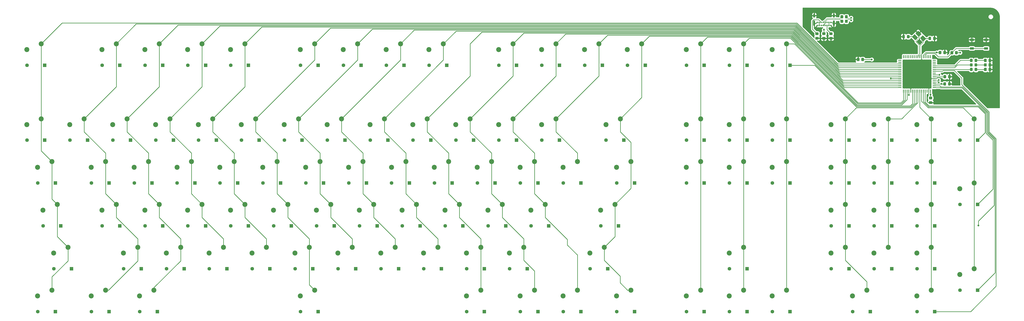
<source format=gbr>
G04 #@! TF.GenerationSoftware,KiCad,Pcbnew,(5.1.9)-1*
G04 #@! TF.CreationDate,2021-04-17T22:02:46-05:00*
G04 #@! TF.ProjectId,try3,74727933-2e6b-4696-9361-645f70636258,rev?*
G04 #@! TF.SameCoordinates,Original*
G04 #@! TF.FileFunction,Copper,L1,Top*
G04 #@! TF.FilePolarity,Positive*
%FSLAX46Y46*%
G04 Gerber Fmt 4.6, Leading zero omitted, Abs format (unit mm)*
G04 Created by KiCad (PCBNEW (5.1.9)-1) date 2021-04-17 22:02:46*
%MOMM*%
%LPD*%
G01*
G04 APERTURE LIST*
G04 #@! TA.AperFunction,ComponentPad*
%ADD10C,0.650000*%
G04 #@! TD*
G04 #@! TA.AperFunction,ComponentPad*
%ADD11O,0.900000X2.400000*%
G04 #@! TD*
G04 #@! TA.AperFunction,ComponentPad*
%ADD12O,0.900000X1.700000*%
G04 #@! TD*
G04 #@! TA.AperFunction,ComponentPad*
%ADD13C,2.200000*%
G04 #@! TD*
G04 #@! TA.AperFunction,SMDPad,CuDef*
%ADD14C,0.100000*%
G04 #@! TD*
G04 #@! TA.AperFunction,SMDPad,CuDef*
%ADD15R,1.700000X1.000000*%
G04 #@! TD*
G04 #@! TA.AperFunction,ComponentPad*
%ADD16C,1.600000*%
G04 #@! TD*
G04 #@! TA.AperFunction,ComponentPad*
%ADD17R,1.600000X1.600000*%
G04 #@! TD*
G04 #@! TA.AperFunction,SMDPad,CuDef*
%ADD18R,1.473200X0.304800*%
G04 #@! TD*
G04 #@! TA.AperFunction,SMDPad,CuDef*
%ADD19R,0.304800X1.473200*%
G04 #@! TD*
G04 #@! TA.AperFunction,ViaPad*
%ADD20C,0.800000*%
G04 #@! TD*
G04 #@! TA.AperFunction,Conductor*
%ADD21C,0.250000*%
G04 #@! TD*
G04 #@! TA.AperFunction,Conductor*
%ADD22C,0.200000*%
G04 #@! TD*
G04 #@! TA.AperFunction,Conductor*
%ADD23C,0.254000*%
G04 #@! TD*
G04 #@! TA.AperFunction,Conductor*
%ADD24C,0.100000*%
G04 #@! TD*
G04 APERTURE END LIST*
G04 #@! TO.P,R2,2*
G04 #@! TO.N,Net-(J1-PadB5)*
G04 #@! TA.AperFunction,SMDPad,CuDef*
G36*
G01*
X378650001Y129400000D02*
X377749999Y129400000D01*
G75*
G02*
X377500000Y129649999I0J249999D01*
G01*
X377500000Y130350001D01*
G75*
G02*
X377749999Y130600000I249999J0D01*
G01*
X378650001Y130600000D01*
G75*
G02*
X378900000Y130350001I0J-249999D01*
G01*
X378900000Y129649999D01*
G75*
G02*
X378650001Y129400000I-249999J0D01*
G01*
G37*
G04 #@! TD.AperFunction*
G04 #@! TO.P,R2,1*
G04 #@! TO.N,GND*
G04 #@! TA.AperFunction,SMDPad,CuDef*
G36*
G01*
X378650001Y127400000D02*
X377749999Y127400000D01*
G75*
G02*
X377500000Y127649999I0J249999D01*
G01*
X377500000Y128350001D01*
G75*
G02*
X377749999Y128600000I249999J0D01*
G01*
X378650001Y128600000D01*
G75*
G02*
X378900000Y128350001I0J-249999D01*
G01*
X378900000Y127649999D01*
G75*
G02*
X378650001Y127400000I-249999J0D01*
G01*
G37*
G04 #@! TD.AperFunction*
G04 #@! TD*
G04 #@! TO.P,R1,2*
G04 #@! TO.N,Net-(J1-PadA5)*
G04 #@! TA.AperFunction,SMDPad,CuDef*
G36*
G01*
X384850001Y129400000D02*
X383949999Y129400000D01*
G75*
G02*
X383700000Y129649999I0J249999D01*
G01*
X383700000Y130350001D01*
G75*
G02*
X383949999Y130600000I249999J0D01*
G01*
X384850001Y130600000D01*
G75*
G02*
X385100000Y130350001I0J-249999D01*
G01*
X385100000Y129649999D01*
G75*
G02*
X384850001Y129400000I-249999J0D01*
G01*
G37*
G04 #@! TD.AperFunction*
G04 #@! TO.P,R1,1*
G04 #@! TO.N,GND*
G04 #@! TA.AperFunction,SMDPad,CuDef*
G36*
G01*
X384850001Y127400000D02*
X383949999Y127400000D01*
G75*
G02*
X383700000Y127649999I0J249999D01*
G01*
X383700000Y128350001D01*
G75*
G02*
X383949999Y128600000I249999J0D01*
G01*
X384850001Y128600000D01*
G75*
G02*
X385100000Y128350001I0J-249999D01*
G01*
X385100000Y127649999D01*
G75*
G02*
X384850001Y127400000I-249999J0D01*
G01*
G37*
G04 #@! TD.AperFunction*
G04 #@! TD*
D10*
G04 #@! TO.P,J1,A5*
G04 #@! TO.N,Net-(J1-PadA5)*
X382611550Y133644450D03*
G04 #@! TO.P,J1,A1*
G04 #@! TO.N,GND*
X384311550Y133644450D03*
G04 #@! TO.P,J1,A4*
G04 #@! TO.N,VCC*
X383461550Y133644450D03*
G04 #@! TO.P,J1,A6*
G04 #@! TO.N,/USB_D1+*
X381761550Y133644450D03*
G04 #@! TO.P,J1,A7*
G04 #@! TO.N,/USB_D1-*
X380911550Y133644450D03*
G04 #@! TO.P,J1,A8*
G04 #@! TO.N,Net-(J1-PadA8)*
X380061550Y133644450D03*
G04 #@! TO.P,J1,A9*
G04 #@! TO.N,VCC*
X379211550Y133644450D03*
G04 #@! TO.P,J1,A12*
G04 #@! TO.N,GND*
X378361550Y133644450D03*
G04 #@! TO.P,J1,B12*
X384311550Y134969450D03*
G04 #@! TO.P,J1,B9*
G04 #@! TO.N,VCC*
X383456550Y134969450D03*
G04 #@! TO.P,J1,B8*
G04 #@! TO.N,Net-(J1-PadB8)*
X382606550Y134969450D03*
G04 #@! TO.P,J1,B7*
G04 #@! TO.N,/USB_D1-*
X381756550Y134969450D03*
G04 #@! TO.P,J1,B6*
G04 #@! TO.N,/USB_D1+*
X380906550Y134969450D03*
G04 #@! TO.P,J1,B5*
G04 #@! TO.N,Net-(J1-PadB5)*
X380056550Y134969450D03*
G04 #@! TO.P,J1,B4*
G04 #@! TO.N,VCC*
X379206550Y134969450D03*
G04 #@! TO.P,J1,B1*
G04 #@! TO.N,GND*
X378356550Y134969450D03*
D11*
G04 #@! TO.P,J1,S1*
X385661550Y134624450D03*
X377011550Y134624450D03*
D12*
X385661550Y138004450D03*
X377011550Y138004450D03*
G04 #@! TD*
D13*
G04 #@! TO.P,K_93,2*
G04 #@! TO.N,Net-(D93-Pad2)*
X403409150Y89833450D03*
G04 #@! TO.P,K_93,1*
G04 #@! TO.N,/col18*
X409759150Y92373450D03*
G04 #@! TD*
G04 #@! TA.AperFunction,SMDPad,CuDef*
D14*
G04 #@! TO.P,X1,4*
G04 #@! TO.N,GND*
G36*
X421691332Y130126866D02*
G01*
X422911091Y131346625D01*
X424396016Y129861700D01*
X423176257Y128641941D01*
X421691332Y130126866D01*
G37*
G04 #@! TD.AperFunction*
G04 #@! TA.AperFunction,SMDPad,CuDef*
G04 #@! TO.P,X1,3*
G04 #@! TO.N,/XTAL+*
G36*
X423741941Y128076257D02*
G01*
X424961700Y129296016D01*
X426446625Y127811091D01*
X425226866Y126591332D01*
X423741941Y128076257D01*
G37*
G04 #@! TD.AperFunction*
G04 #@! TA.AperFunction,SMDPad,CuDef*
G04 #@! TO.P,X1,2*
G04 #@! TO.N,GND*
G36*
X422203984Y126538300D02*
G01*
X423423743Y127758059D01*
X424908668Y126273134D01*
X423688909Y125053375D01*
X422203984Y126538300D01*
G37*
G04 #@! TD.AperFunction*
G04 #@! TA.AperFunction,SMDPad,CuDef*
G04 #@! TO.P,X1,1*
G04 #@! TO.N,/XTAL-*
G36*
X420153375Y128588909D02*
G01*
X421373134Y129808668D01*
X422858059Y128323743D01*
X421638300Y127103984D01*
X420153375Y128588909D01*
G37*
G04 #@! TD.AperFunction*
G04 #@! TD*
D15*
G04 #@! TO.P,SW1,2*
G04 #@! TO.N,Net-(R3-Pad1)*
X452950000Y123500000D03*
X446650000Y123500000D03*
G04 #@! TO.P,SW1,1*
G04 #@! TO.N,GND*
X452950000Y127300000D03*
X446650000Y127300000D03*
G04 #@! TD*
G04 #@! TO.P,R4,2*
G04 #@! TO.N,Net-(R4-Pad2)*
G04 #@! TA.AperFunction,SMDPad,CuDef*
G36*
G01*
X397800000Y118149999D02*
X397800000Y119050001D01*
G75*
G02*
X398049999Y119300000I249999J0D01*
G01*
X398750001Y119300000D01*
G75*
G02*
X399000000Y119050001I0J-249999D01*
G01*
X399000000Y118149999D01*
G75*
G02*
X398750001Y117900000I-249999J0D01*
G01*
X398049999Y117900000D01*
G75*
G02*
X397800000Y118149999I0J249999D01*
G01*
G37*
G04 #@! TD.AperFunction*
G04 #@! TO.P,R4,1*
G04 #@! TO.N,GND*
G04 #@! TA.AperFunction,SMDPad,CuDef*
G36*
G01*
X395800000Y118149999D02*
X395800000Y119050001D01*
G75*
G02*
X396049999Y119300000I249999J0D01*
G01*
X396750001Y119300000D01*
G75*
G02*
X397000000Y119050001I0J-249999D01*
G01*
X397000000Y118149999D01*
G75*
G02*
X396750001Y117900000I-249999J0D01*
G01*
X396049999Y117900000D01*
G75*
G02*
X395800000Y118149999I0J249999D01*
G01*
G37*
G04 #@! TD.AperFunction*
G04 #@! TD*
G04 #@! TO.P,R3,2*
G04 #@! TO.N,VCC*
G04 #@! TA.AperFunction,SMDPad,CuDef*
G36*
G01*
X439200000Y121149999D02*
X439200000Y122050001D01*
G75*
G02*
X439449999Y122300000I249999J0D01*
G01*
X440150001Y122300000D01*
G75*
G02*
X440400000Y122050001I0J-249999D01*
G01*
X440400000Y121149999D01*
G75*
G02*
X440150001Y120900000I-249999J0D01*
G01*
X439449999Y120900000D01*
G75*
G02*
X439200000Y121149999I0J249999D01*
G01*
G37*
G04 #@! TD.AperFunction*
G04 #@! TO.P,R3,1*
G04 #@! TO.N,Net-(R3-Pad1)*
G04 #@! TA.AperFunction,SMDPad,CuDef*
G36*
G01*
X437200000Y121149999D02*
X437200000Y122050001D01*
G75*
G02*
X437449999Y122300000I249999J0D01*
G01*
X438150001Y122300000D01*
G75*
G02*
X438400000Y122050001I0J-249999D01*
G01*
X438400000Y121149999D01*
G75*
G02*
X438150001Y120900000I-249999J0D01*
G01*
X437449999Y120900000D01*
G75*
G02*
X437200000Y121149999I0J249999D01*
G01*
G37*
G04 #@! TD.AperFunction*
G04 #@! TD*
D13*
G04 #@! TO.P,K_11,2*
G04 #@! TO.N,Net-(D11-Pad2)*
X71812150Y32988250D03*
G04 #@! TO.P,K_11,1*
G04 #@! TO.N,/col1*
X78162150Y35528250D03*
G04 #@! TD*
G04 #@! TO.P,K_37,2*
G04 #@! TO.N,Net-(D37-Pad2)*
X152342850Y70885050D03*
G04 #@! TO.P,K_37,1*
G04 #@! TO.N,/col6*
X158692850Y73425050D03*
G04 #@! TD*
G04 #@! TO.P,K_17,2*
G04 #@! TO.N,Net-(D17-Pad2)*
X90760550Y32988250D03*
G04 #@! TO.P,K_17,1*
G04 #@! TO.N,/col2*
X97110550Y35528250D03*
G04 #@! TD*
G04 #@! TO.P,K_12,2*
G04 #@! TO.N,Net-(D12-Pad2)*
X57600850Y14039850D03*
G04 #@! TO.P,K_12,1*
G04 #@! TO.N,/col1*
X63950850Y16579850D03*
G04 #@! TD*
G04 #@! TO.P,K_15,2*
G04 #@! TO.N,Net-(D15-Pad2)*
X76549250Y70885050D03*
G04 #@! TO.P,K_15,1*
G04 #@! TO.N,/col2*
X82899250Y73425050D03*
G04 #@! TD*
G04 #@! TO.P,K_71,2*
G04 #@! TO.N,Net-(D71-Pad2)*
X289718750Y70885050D03*
G04 #@! TO.P,K_71,1*
G04 #@! TO.N,/col13*
X296068750Y73425050D03*
G04 #@! TD*
G04 #@! TO.P,K_28,2*
G04 #@! TO.N,Net-(D28-Pad2)*
X128657350Y32988250D03*
G04 #@! TO.P,K_28,1*
G04 #@! TO.N,/col4*
X135007350Y35528250D03*
G04 #@! TD*
G04 #@! TO.P,K_82,2*
G04 #@! TO.N,Net-(D82-Pad2)*
X339458300Y32988250D03*
G04 #@! TO.P,K_82,1*
G04 #@! TO.N,/col15*
X345808300Y35528250D03*
G04 #@! TD*
G04 #@! TO.P,K_62,2*
G04 #@! TO.N,Net-(D62-Pad2)*
X237610650Y89833450D03*
G04 #@! TO.P,K_62,1*
G04 #@! TO.N,/col11*
X243960650Y92373450D03*
G04 #@! TD*
G04 #@! TO.P,K_42,2*
G04 #@! TO.N,Net-(D42-Pad2)*
X171291250Y70885050D03*
G04 #@! TO.P,K_42,1*
G04 #@! TO.N,/col7*
X177641250Y73425050D03*
G04 #@! TD*
G04 #@! TO.P,K_2,2*
G04 #@! TO.N,Net-(D2-Pad2)*
X29178250Y89833450D03*
G04 #@! TO.P,K_2,1*
G04 #@! TO.N,/col0*
X35528250Y92373450D03*
G04 #@! TD*
G04 #@! TO.P,K_3,2*
G04 #@! TO.N,Net-(D3-Pad2)*
X33915350Y70885050D03*
G04 #@! TO.P,K_3,1*
G04 #@! TO.N,/col0*
X40265350Y73425050D03*
G04 #@! TD*
G04 #@! TO.P,K_31,2*
G04 #@! TO.N,Net-(D31-Pad2)*
X133394450Y70885050D03*
G04 #@! TO.P,K_31,1*
G04 #@! TO.N,/col5*
X139744450Y73425050D03*
G04 #@! TD*
G04 #@! TO.P,K_34,2*
G04 #@! TO.N,Net-(D34-Pad2)*
X149974300Y14039850D03*
G04 #@! TO.P,K_34,1*
G04 #@! TO.N,/col5*
X156324300Y16579850D03*
G04 #@! TD*
G04 #@! TO.P,K_58,2*
G04 #@! TO.N,Net-(D58-Pad2)*
X232873550Y51936650D03*
G04 #@! TO.P,K_58,1*
G04 #@! TO.N,/col10*
X239223550Y54476650D03*
G04 #@! TD*
G04 #@! TO.P,K_79,2*
G04 #@! TO.N,Net-(D79-Pad2)*
X339458300Y122993150D03*
G04 #@! TO.P,K_79,1*
G04 #@! TO.N,/col15*
X345808300Y125533150D03*
G04 #@! TD*
G04 #@! TO.P,K_16,2*
G04 #@! TO.N,Net-(D16-Pad2)*
X81286350Y51936650D03*
G04 #@! TO.P,K_16,1*
G04 #@! TO.N,/col2*
X87636350Y54476650D03*
G04 #@! TD*
G04 #@! TO.P,K_73,2*
G04 #@! TO.N,Net-(D73-Pad2)*
X277876000Y32988250D03*
G04 #@! TO.P,K_73,1*
G04 #@! TO.N,/col13*
X284226000Y35528250D03*
G04 #@! TD*
G04 #@! TO.P,K_74,2*
G04 #@! TO.N,Net-(D74-Pad2)*
X289718750Y14039850D03*
G04 #@! TO.P,K_74,1*
G04 #@! TO.N,/col13*
X296068750Y16579850D03*
G04 #@! TD*
G04 #@! TO.P,K_87,2*
G04 #@! TO.N,Net-(D87-Pad2)*
X358406700Y14039850D03*
G04 #@! TO.P,K_87,1*
G04 #@! TO.N,/col16*
X364756700Y16579850D03*
G04 #@! TD*
G04 #@! TO.P,K_54,2*
G04 #@! TO.N,Net-(D54-Pad2)*
X223399350Y14039850D03*
G04 #@! TO.P,K_54,1*
G04 #@! TO.N,/col9*
X229749350Y16579850D03*
G04 #@! TD*
G04 #@! TO.P,K_68,2*
G04 #@! TO.N,Net-(D68-Pad2)*
X266033250Y70885050D03*
G04 #@! TO.P,K_68,1*
G04 #@! TO.N,/col12*
X272383250Y73425050D03*
G04 #@! TD*
G04 #@! TO.P,K_53,2*
G04 #@! TO.N,Net-(D53-Pad2)*
X223399350Y32988250D03*
G04 #@! TO.P,K_53,1*
G04 #@! TO.N,/col9*
X229749350Y35528250D03*
G04 #@! TD*
G04 #@! TO.P,K_26,2*
G04 #@! TO.N,Net-(D26-Pad2)*
X114446050Y70885050D03*
G04 #@! TO.P,K_26,1*
G04 #@! TO.N,/col4*
X120796050Y73425050D03*
G04 #@! TD*
G04 #@! TO.P,K_64,2*
G04 #@! TO.N,Net-(D64-Pad2)*
X251821950Y51936650D03*
G04 #@! TO.P,K_64,1*
G04 #@! TO.N,/col11*
X258171950Y54476650D03*
G04 #@! TD*
G04 #@! TO.P,K_59,2*
G04 #@! TO.N,Net-(D59-Pad2)*
X242347750Y32988250D03*
G04 #@! TO.P,K_59,1*
G04 #@! TO.N,/col10*
X248697750Y35528250D03*
G04 #@! TD*
G04 #@! TO.P,K_9,2*
G04 #@! TO.N,Net-(D9-Pad2)*
X57600850Y70885050D03*
G04 #@! TO.P,K_9,1*
G04 #@! TO.N,/col1*
X63950850Y73425050D03*
G04 #@! TD*
G04 #@! TO.P,K_75,2*
G04 #@! TO.N,Net-(D75-Pad2)*
X320509900Y122993150D03*
G04 #@! TO.P,K_75,1*
G04 #@! TO.N,/col14*
X326859900Y125533150D03*
G04 #@! TD*
G04 #@! TO.P,K_67,2*
G04 #@! TO.N,Net-(D67-Pad2)*
X256559050Y89833450D03*
G04 #@! TO.P,K_67,1*
G04 #@! TO.N,/col12*
X262909050Y92373450D03*
G04 #@! TD*
G04 #@! TO.P,K_84,2*
G04 #@! TO.N,Net-(D84-Pad2)*
X358406700Y122993150D03*
G04 #@! TO.P,K_84,1*
G04 #@! TO.N,/col16*
X364756700Y125533150D03*
G04 #@! TD*
G04 #@! TO.P,K_85,2*
G04 #@! TO.N,Net-(D85-Pad2)*
X358406700Y89833450D03*
G04 #@! TO.P,K_85,1*
G04 #@! TO.N,/col16*
X364756700Y92373450D03*
G04 #@! TD*
G04 #@! TO.P,K_86,2*
G04 #@! TO.N,Net-(D86-Pad2)*
X358406700Y70885050D03*
G04 #@! TO.P,K_86,1*
G04 #@! TO.N,/col16*
X364756700Y73425050D03*
G04 #@! TD*
G04 #@! TO.P,K_57,2*
G04 #@! TO.N,Net-(D57-Pad2)*
X228136450Y70885050D03*
G04 #@! TO.P,K_57,1*
G04 #@! TO.N,/col10*
X234486450Y73425050D03*
G04 #@! TD*
G04 #@! TO.P,K_51,2*
G04 #@! TO.N,Net-(D51-Pad2)*
X209188050Y70885050D03*
G04 #@! TO.P,K_51,1*
G04 #@! TO.N,/col9*
X215538050Y73425050D03*
G04 #@! TD*
G04 #@! TO.P,K_97,2*
G04 #@! TO.N,Net-(D97-Pad2)*
X422357550Y89833450D03*
G04 #@! TO.P,K_97,1*
G04 #@! TO.N,/col19*
X428707550Y92373450D03*
G04 #@! TD*
G04 #@! TO.P,K_103,2*
G04 #@! TO.N,Net-(D103-Pad2)*
X441305950Y61410850D03*
G04 #@! TO.P,K_103,1*
G04 #@! TO.N,/col20*
X447655950Y63950850D03*
G04 #@! TD*
G04 #@! TO.P,K_102,2*
G04 #@! TO.N,Net-(D102-Pad2)*
X441305950Y89833450D03*
G04 #@! TO.P,K_102,1*
G04 #@! TO.N,/col20*
X447655950Y92373450D03*
G04 #@! TD*
G04 #@! TO.P,K_104,2*
G04 #@! TO.N,Net-(D104-Pad2)*
X441305950Y23514050D03*
G04 #@! TO.P,K_104,1*
G04 #@! TO.N,/col20*
X447655950Y26054050D03*
G04 #@! TD*
G04 #@! TO.P,K_101,2*
G04 #@! TO.N,Net-(D101-Pad2)*
X422357550Y14039850D03*
G04 #@! TO.P,K_101,1*
G04 #@! TO.N,/col19*
X428707550Y16579850D03*
G04 #@! TD*
G04 #@! TO.P,K_98,2*
G04 #@! TO.N,Net-(D98-Pad2)*
X422357550Y70885050D03*
G04 #@! TO.P,K_98,1*
G04 #@! TO.N,/col19*
X428707550Y73425050D03*
G04 #@! TD*
G04 #@! TO.P,K_94,2*
G04 #@! TO.N,Net-(D94-Pad2)*
X403409150Y70885050D03*
G04 #@! TO.P,K_94,1*
G04 #@! TO.N,/col18*
X409759150Y73425050D03*
G04 #@! TD*
G04 #@! TO.P,K_89,2*
G04 #@! TO.N,Net-(D89-Pad2)*
X384460750Y70885050D03*
G04 #@! TO.P,K_89,1*
G04 #@! TO.N,/col17*
X390810750Y73425050D03*
G04 #@! TD*
G04 #@! TO.P,K_99,2*
G04 #@! TO.N,Net-(D99-Pad2)*
X422357550Y51936650D03*
G04 #@! TO.P,K_99,1*
G04 #@! TO.N,/col19*
X428707550Y54476650D03*
G04 #@! TD*
G04 #@! TO.P,K_95,2*
G04 #@! TO.N,Net-(D95-Pad2)*
X403409150Y51936650D03*
G04 #@! TO.P,K_95,1*
G04 #@! TO.N,/col18*
X409759150Y54476650D03*
G04 #@! TD*
G04 #@! TO.P,K_90,2*
G04 #@! TO.N,Net-(D90-Pad2)*
X384460750Y51936650D03*
G04 #@! TO.P,K_90,1*
G04 #@! TO.N,/col17*
X390810750Y54476650D03*
G04 #@! TD*
G04 #@! TO.P,K_100,2*
G04 #@! TO.N,Net-(D100-Pad2)*
X422357550Y32988250D03*
G04 #@! TO.P,K_100,1*
G04 #@! TO.N,/col19*
X428707550Y35528250D03*
G04 #@! TD*
G04 #@! TO.P,K_96,2*
G04 #@! TO.N,Net-(D96-Pad2)*
X403409150Y32988250D03*
G04 #@! TO.P,K_96,1*
G04 #@! TO.N,/col18*
X409759150Y35528250D03*
G04 #@! TD*
G04 #@! TO.P,K_91,2*
G04 #@! TO.N,Net-(D91-Pad2)*
X384460750Y32988250D03*
G04 #@! TO.P,K_91,1*
G04 #@! TO.N,/col17*
X390810750Y35528250D03*
G04 #@! TD*
G04 #@! TO.P,K_92,2*
G04 #@! TO.N,Net-(D92-Pad2)*
X393934950Y14039850D03*
G04 #@! TO.P,K_92,1*
G04 #@! TO.N,/col17*
X400284950Y16579850D03*
G04 #@! TD*
G04 #@! TO.P,K_88,2*
G04 #@! TO.N,Net-(D88-Pad2)*
X384460750Y89833450D03*
G04 #@! TO.P,K_88,1*
G04 #@! TO.N,/col17*
X390810750Y92373450D03*
G04 #@! TD*
G04 #@! TO.P,K_39,2*
G04 #@! TO.N,Net-(D39-Pad2)*
X166554150Y32988250D03*
G04 #@! TO.P,K_39,1*
G04 #@! TO.N,/col6*
X172904150Y35528250D03*
G04 #@! TD*
G04 #@! TO.P,K_60,2*
G04 #@! TO.N,Net-(D60-Pad2)*
X247084850Y14039850D03*
G04 #@! TO.P,K_60,1*
G04 #@! TO.N,/col10*
X253434850Y16579850D03*
G04 #@! TD*
G04 #@! TO.P,K_44,2*
G04 #@! TO.N,Net-(D44-Pad2)*
X185502550Y32988250D03*
G04 #@! TO.P,K_44,1*
G04 #@! TO.N,/col7*
X191852550Y35528250D03*
G04 #@! TD*
G04 #@! TO.P,K_5,2*
G04 #@! TO.N,Net-(D5-Pad2)*
X41021000Y32988250D03*
G04 #@! TO.P,K_5,1*
G04 #@! TO.N,/col0*
X47371000Y35528250D03*
G04 #@! TD*
G04 #@! TO.P,K_6,2*
G04 #@! TO.N,Net-(D6-Pad2)*
X33915350Y14039850D03*
G04 #@! TO.P,K_6,1*
G04 #@! TO.N,/col0*
X40265350Y16579850D03*
G04 #@! TD*
G04 #@! TO.P,K_78,2*
G04 #@! TO.N,Net-(D78-Pad2)*
X320509900Y14039850D03*
G04 #@! TO.P,K_78,1*
G04 #@! TO.N,/col14*
X326859900Y16579850D03*
G04 #@! TD*
G04 #@! TO.P,K_18,2*
G04 #@! TO.N,Net-(D18-Pad2)*
X78917800Y14039850D03*
G04 #@! TO.P,K_18,1*
G04 #@! TO.N,/col2*
X85267800Y16579850D03*
G04 #@! TD*
G04 #@! TO.P,K_63,2*
G04 #@! TO.N,Net-(D63-Pad2)*
X247084850Y70885050D03*
G04 #@! TO.P,K_63,1*
G04 #@! TO.N,/col11*
X253434850Y73425050D03*
G04 #@! TD*
G04 #@! TO.P,K_49,2*
G04 #@! TO.N,Net-(D49-Pad2)*
X204450950Y32988250D03*
G04 #@! TO.P,K_49,1*
G04 #@! TO.N,/col8*
X210800950Y35528250D03*
G04 #@! TD*
G04 #@! TO.P,K_52,2*
G04 #@! TO.N,Net-(D52-Pad2)*
X213925150Y51936650D03*
G04 #@! TO.P,K_52,1*
G04 #@! TO.N,/col9*
X220275150Y54476650D03*
G04 #@! TD*
G04 #@! TO.P,K_48,2*
G04 #@! TO.N,Net-(D48-Pad2)*
X194976750Y51936650D03*
G04 #@! TO.P,K_48,1*
G04 #@! TO.N,/col8*
X201326750Y54476650D03*
G04 #@! TD*
G04 #@! TO.P,K_43,2*
G04 #@! TO.N,Net-(D43-Pad2)*
X176028350Y51936650D03*
G04 #@! TO.P,K_43,1*
G04 #@! TO.N,/col7*
X182378350Y54476650D03*
G04 #@! TD*
G04 #@! TO.P,K_76,2*
G04 #@! TO.N,Net-(D76-Pad2)*
X320509900Y89833450D03*
G04 #@! TO.P,K_76,1*
G04 #@! TO.N,/col14*
X326859900Y92373450D03*
G04 #@! TD*
G04 #@! TO.P,K_47,2*
G04 #@! TO.N,Net-(D47-Pad2)*
X190239650Y70885050D03*
G04 #@! TO.P,K_47,1*
G04 #@! TO.N,/col8*
X196589650Y73425050D03*
G04 #@! TD*
G04 #@! TO.P,K_80,2*
G04 #@! TO.N,Net-(D80-Pad2)*
X339458300Y89833450D03*
G04 #@! TO.P,K_80,1*
G04 #@! TO.N,/col15*
X345808300Y92373450D03*
G04 #@! TD*
G04 #@! TO.P,K_38,2*
G04 #@! TO.N,Net-(D38-Pad2)*
X157079950Y51936650D03*
G04 #@! TO.P,K_38,1*
G04 #@! TO.N,/col6*
X163429950Y54476650D03*
G04 #@! TD*
G04 #@! TO.P,K_32,2*
G04 #@! TO.N,Net-(D32-Pad2)*
X138131550Y51936650D03*
G04 #@! TO.P,K_32,1*
G04 #@! TO.N,/col5*
X144481550Y54476650D03*
G04 #@! TD*
G04 #@! TO.P,K_65,2*
G04 #@! TO.N,Net-(D65-Pad2)*
X266033250Y14039850D03*
G04 #@! TO.P,K_65,1*
G04 #@! TO.N,/col11*
X272383250Y16579850D03*
G04 #@! TD*
G04 #@! TO.P,K_27,2*
G04 #@! TO.N,Net-(D27-Pad2)*
X119183150Y51936650D03*
G04 #@! TO.P,K_27,1*
G04 #@! TO.N,/col4*
X125533150Y54476650D03*
G04 #@! TD*
G04 #@! TO.P,K_69,2*
G04 #@! TO.N,Net-(D69-Pad2)*
X294455850Y122993150D03*
G04 #@! TO.P,K_69,1*
G04 #@! TO.N,/col13*
X300805850Y125533150D03*
G04 #@! TD*
G04 #@! TO.P,K_66,2*
G04 #@! TO.N,Net-(D66-Pad2)*
X275507450Y122993150D03*
G04 #@! TO.P,K_66,1*
G04 #@! TO.N,/col12*
X281857450Y125533150D03*
G04 #@! TD*
G04 #@! TO.P,K_61,2*
G04 #@! TO.N,Net-(D61-Pad2)*
X256559050Y122993150D03*
G04 #@! TO.P,K_61,1*
G04 #@! TO.N,/col11*
X262909050Y125533150D03*
G04 #@! TD*
G04 #@! TO.P,K_55,2*
G04 #@! TO.N,Net-(D55-Pad2)*
X237610650Y122993150D03*
G04 #@! TO.P,K_55,1*
G04 #@! TO.N,/col10*
X243960650Y125533150D03*
G04 #@! TD*
G04 #@! TO.P,K_45,2*
G04 #@! TO.N,Net-(D45-Pad2)*
X206819500Y122993150D03*
G04 #@! TO.P,K_45,1*
G04 #@! TO.N,/col8*
X213169500Y125533150D03*
G04 #@! TD*
G04 #@! TO.P,K_40,2*
G04 #@! TO.N,Net-(D40-Pad2)*
X187871100Y122993150D03*
G04 #@! TO.P,K_40,1*
G04 #@! TO.N,/col7*
X194221100Y125533150D03*
G04 #@! TD*
G04 #@! TO.P,K_35,2*
G04 #@! TO.N,Net-(D35-Pad2)*
X168922700Y122993150D03*
G04 #@! TO.P,K_35,1*
G04 #@! TO.N,/col6*
X175272700Y125533150D03*
G04 #@! TD*
G04 #@! TO.P,K_29,2*
G04 #@! TO.N,Net-(D29-Pad2)*
X149974300Y122993150D03*
G04 #@! TO.P,K_29,1*
G04 #@! TO.N,/col5*
X156324300Y125533150D03*
G04 #@! TD*
G04 #@! TO.P,K_24,2*
G04 #@! TO.N,Net-(D24-Pad2)*
X119183150Y122993150D03*
G04 #@! TO.P,K_24,1*
G04 #@! TO.N,/col4*
X125533150Y125533150D03*
G04 #@! TD*
G04 #@! TO.P,K_19,2*
G04 #@! TO.N,Net-(D19-Pad2)*
X100234750Y122993150D03*
G04 #@! TO.P,K_19,1*
G04 #@! TO.N,/col3*
X106584750Y125533150D03*
G04 #@! TD*
G04 #@! TO.P,K_13,2*
G04 #@! TO.N,Net-(D13-Pad2)*
X81286350Y122993150D03*
G04 #@! TO.P,K_13,1*
G04 #@! TO.N,/col2*
X87636350Y125533150D03*
G04 #@! TD*
G04 #@! TO.P,K_7,2*
G04 #@! TO.N,Net-(D7-Pad2)*
X62337950Y122993150D03*
G04 #@! TO.P,K_7,1*
G04 #@! TO.N,/col1*
X68687950Y125533150D03*
G04 #@! TD*
G04 #@! TO.P,K_1,2*
G04 #@! TO.N,Net-(D1-Pad2)*
X29178250Y122993150D03*
G04 #@! TO.P,K_1,1*
G04 #@! TO.N,/col0*
X35528250Y125533150D03*
G04 #@! TD*
G04 #@! TO.P,K_72,2*
G04 #@! TO.N,Net-(D72-Pad2)*
X282613100Y51936650D03*
G04 #@! TO.P,K_72,1*
G04 #@! TO.N,/col13*
X288963100Y54476650D03*
G04 #@! TD*
G04 #@! TO.P,K_81,2*
G04 #@! TO.N,Net-(D81-Pad2)*
X339458300Y70885050D03*
G04 #@! TO.P,K_81,1*
G04 #@! TO.N,/col15*
X345808300Y73425050D03*
G04 #@! TD*
G04 #@! TO.P,K_21,2*
G04 #@! TO.N,Net-(D21-Pad2)*
X95497650Y70885050D03*
G04 #@! TO.P,K_21,1*
G04 #@! TO.N,/col3*
X101847650Y73425050D03*
G04 #@! TD*
G04 #@! TO.P,K_83,2*
G04 #@! TO.N,Net-(D83-Pad2)*
X339458300Y14039850D03*
G04 #@! TO.P,K_83,1*
G04 #@! TO.N,/col15*
X345808300Y16579850D03*
G04 #@! TD*
G04 #@! TO.P,K_77,2*
G04 #@! TO.N,Net-(D77-Pad2)*
X320509900Y70885050D03*
G04 #@! TO.P,K_77,1*
G04 #@! TO.N,/col14*
X326859900Y73425050D03*
G04 #@! TD*
G04 #@! TO.P,K_22,2*
G04 #@! TO.N,Net-(D22-Pad2)*
X100234750Y51936650D03*
G04 #@! TO.P,K_22,1*
G04 #@! TO.N,/col3*
X106584750Y54476650D03*
G04 #@! TD*
G04 #@! TO.P,K_4,2*
G04 #@! TO.N,Net-(D4-Pad2)*
X36283900Y51936650D03*
G04 #@! TO.P,K_4,1*
G04 #@! TO.N,/col0*
X42633900Y54476650D03*
G04 #@! TD*
G04 #@! TO.P,K_23,2*
G04 #@! TO.N,Net-(D23-Pad2)*
X109708950Y32988250D03*
G04 #@! TO.P,K_23,1*
G04 #@! TO.N,/col3*
X116058950Y35528250D03*
G04 #@! TD*
G04 #@! TO.P,K_70,2*
G04 #@! TO.N,Net-(D70-Pad2)*
X284981650Y89833450D03*
G04 #@! TO.P,K_70,1*
G04 #@! TO.N,/col13*
X291331650Y92373450D03*
G04 #@! TD*
G04 #@! TO.P,K_33,2*
G04 #@! TO.N,Net-(D33-Pad2)*
X147605750Y32988250D03*
G04 #@! TO.P,K_33,1*
G04 #@! TO.N,/col5*
X153955750Y35528250D03*
G04 #@! TD*
G04 #@! TO.P,K_10,2*
G04 #@! TO.N,Net-(D10-Pad2)*
X62337950Y51936650D03*
G04 #@! TO.P,K_10,1*
G04 #@! TO.N,/col1*
X68687950Y54476650D03*
G04 #@! TD*
G04 #@! TO.P,K_50,2*
G04 #@! TO.N,Net-(D50-Pad2)*
X199713850Y89833450D03*
G04 #@! TO.P,K_50,1*
G04 #@! TO.N,/col9*
X206063850Y92373450D03*
G04 #@! TD*
G04 #@! TO.P,K_46,2*
G04 #@! TO.N,Net-(D46-Pad2)*
X180765450Y89833450D03*
G04 #@! TO.P,K_46,1*
G04 #@! TO.N,/col8*
X187115450Y92373450D03*
G04 #@! TD*
G04 #@! TO.P,K_41,2*
G04 #@! TO.N,Net-(D41-Pad2)*
X161817050Y89833450D03*
G04 #@! TO.P,K_41,1*
G04 #@! TO.N,/col7*
X168167050Y92373450D03*
G04 #@! TD*
G04 #@! TO.P,K_36,2*
G04 #@! TO.N,Net-(D36-Pad2)*
X142868650Y89833450D03*
G04 #@! TO.P,K_36,1*
G04 #@! TO.N,/col6*
X149218650Y92373450D03*
G04 #@! TD*
G04 #@! TO.P,K_30,2*
G04 #@! TO.N,Net-(D30-Pad2)*
X123920250Y89833450D03*
G04 #@! TO.P,K_30,1*
G04 #@! TO.N,/col5*
X130270250Y92373450D03*
G04 #@! TD*
G04 #@! TO.P,K_25,2*
G04 #@! TO.N,Net-(D25-Pad2)*
X104971850Y89833450D03*
G04 #@! TO.P,K_25,1*
G04 #@! TO.N,/col4*
X111321850Y92373450D03*
G04 #@! TD*
G04 #@! TO.P,K_20,2*
G04 #@! TO.N,Net-(D20-Pad2)*
X86023450Y89833450D03*
G04 #@! TO.P,K_20,1*
G04 #@! TO.N,/col3*
X92373450Y92373450D03*
G04 #@! TD*
G04 #@! TO.P,K_14,2*
G04 #@! TO.N,Net-(D14-Pad2)*
X67075050Y89833450D03*
G04 #@! TO.P,K_14,1*
G04 #@! TO.N,/col2*
X73425050Y92373450D03*
G04 #@! TD*
G04 #@! TO.P,K_8,2*
G04 #@! TO.N,Net-(D8-Pad2)*
X48126650Y89833450D03*
G04 #@! TO.P,K_8,1*
G04 #@! TO.N,/col1*
X54476650Y92373450D03*
G04 #@! TD*
G04 #@! TO.P,K_56,2*
G04 #@! TO.N,Net-(D56-Pad2)*
X218662250Y89833450D03*
G04 #@! TO.P,K_56,1*
G04 #@! TO.N,/col10*
X225012250Y92373450D03*
G04 #@! TD*
D16*
G04 #@! TO.P,D92,2*
G04 #@! TO.N,Net-(D92-Pad2)*
X394016400Y7105650D03*
D17*
G04 #@! TO.P,D92,1*
G04 #@! TO.N,/row5*
X401816400Y7105650D03*
G04 #@! TD*
D16*
G04 #@! TO.P,D101,2*
G04 #@! TO.N,Net-(D101-Pad2)*
X422439000Y7105650D03*
D17*
G04 #@! TO.P,D101,1*
G04 #@! TO.N,/row5*
X430239000Y7105650D03*
G04 #@! TD*
D16*
G04 #@! TO.P,D91,2*
G04 #@! TO.N,Net-(D91-Pad2)*
X384542200Y26054050D03*
D17*
G04 #@! TO.P,D91,1*
G04 #@! TO.N,/row4*
X392342200Y26054050D03*
G04 #@! TD*
D16*
G04 #@! TO.P,D96,2*
G04 #@! TO.N,Net-(D96-Pad2)*
X403490600Y26054050D03*
D17*
G04 #@! TO.P,D96,1*
G04 #@! TO.N,/row4*
X411290600Y26054050D03*
G04 #@! TD*
D16*
G04 #@! TO.P,D100,2*
G04 #@! TO.N,Net-(D100-Pad2)*
X422439000Y26054050D03*
D17*
G04 #@! TO.P,D100,1*
G04 #@! TO.N,/row4*
X430239000Y26054050D03*
G04 #@! TD*
D16*
G04 #@! TO.P,D99,2*
G04 #@! TO.N,Net-(D99-Pad2)*
X422439000Y45002450D03*
D17*
G04 #@! TO.P,D99,1*
G04 #@! TO.N,/row3*
X430239000Y45002450D03*
G04 #@! TD*
D16*
G04 #@! TO.P,D98,2*
G04 #@! TO.N,Net-(D98-Pad2)*
X422439000Y63950850D03*
D17*
G04 #@! TO.P,D98,1*
G04 #@! TO.N,/row2*
X430239000Y63950850D03*
G04 #@! TD*
D16*
G04 #@! TO.P,D97,2*
G04 #@! TO.N,Net-(D97-Pad2)*
X422439000Y82899250D03*
D17*
G04 #@! TO.P,D97,1*
G04 #@! TO.N,/row1*
X430239000Y82899250D03*
G04 #@! TD*
D16*
G04 #@! TO.P,D86,2*
G04 #@! TO.N,Net-(D86-Pad2)*
X358488150Y63950850D03*
D17*
G04 #@! TO.P,D86,1*
G04 #@! TO.N,/row2*
X366288150Y63950850D03*
G04 #@! TD*
D16*
G04 #@! TO.P,D85,2*
G04 #@! TO.N,Net-(D85-Pad2)*
X358488150Y82899250D03*
D17*
G04 #@! TO.P,D85,1*
G04 #@! TO.N,/row1*
X366288150Y82899250D03*
G04 #@! TD*
D16*
G04 #@! TO.P,D84,2*
G04 #@! TO.N,Net-(D84-Pad2)*
X358488150Y116058950D03*
D17*
G04 #@! TO.P,D84,1*
G04 #@! TO.N,/row0*
X366288150Y116058950D03*
G04 #@! TD*
D16*
G04 #@! TO.P,D95,2*
G04 #@! TO.N,Net-(D95-Pad2)*
X403490600Y45002450D03*
D17*
G04 #@! TO.P,D95,1*
G04 #@! TO.N,/row3*
X411290600Y45002450D03*
G04 #@! TD*
D16*
G04 #@! TO.P,D94,2*
G04 #@! TO.N,Net-(D94-Pad2)*
X403490600Y63950850D03*
D17*
G04 #@! TO.P,D94,1*
G04 #@! TO.N,/row2*
X411290600Y63950850D03*
G04 #@! TD*
D16*
G04 #@! TO.P,D93,2*
G04 #@! TO.N,Net-(D93-Pad2)*
X403490600Y82899250D03*
D17*
G04 #@! TO.P,D93,1*
G04 #@! TO.N,/row1*
X411290600Y82899250D03*
G04 #@! TD*
D16*
G04 #@! TO.P,D81,2*
G04 #@! TO.N,Net-(D81-Pad2)*
X339539750Y63950850D03*
D17*
G04 #@! TO.P,D81,1*
G04 #@! TO.N,/row2*
X347339750Y63950850D03*
G04 #@! TD*
D16*
G04 #@! TO.P,D80,2*
G04 #@! TO.N,Net-(D80-Pad2)*
X339539750Y82899250D03*
D17*
G04 #@! TO.P,D80,1*
G04 #@! TO.N,/row1*
X347339750Y82899250D03*
G04 #@! TD*
D16*
G04 #@! TO.P,D79,2*
G04 #@! TO.N,Net-(D79-Pad2)*
X339539750Y116058950D03*
D17*
G04 #@! TO.P,D79,1*
G04 #@! TO.N,/row0*
X347339750Y116058950D03*
G04 #@! TD*
D16*
G04 #@! TO.P,D90,2*
G04 #@! TO.N,Net-(D90-Pad2)*
X384542200Y45002450D03*
D17*
G04 #@! TO.P,D90,1*
G04 #@! TO.N,/row3*
X392342200Y45002450D03*
G04 #@! TD*
D16*
G04 #@! TO.P,D89,2*
G04 #@! TO.N,Net-(D89-Pad2)*
X384542200Y63950850D03*
D17*
G04 #@! TO.P,D89,1*
G04 #@! TO.N,/row2*
X392342200Y63950850D03*
G04 #@! TD*
D16*
G04 #@! TO.P,D88,2*
G04 #@! TO.N,Net-(D88-Pad2)*
X384542200Y82899250D03*
D17*
G04 #@! TO.P,D88,1*
G04 #@! TO.N,/row1*
X392342200Y82899250D03*
G04 #@! TD*
D16*
G04 #@! TO.P,D77,2*
G04 #@! TO.N,Net-(D77-Pad2)*
X320591350Y63950850D03*
D17*
G04 #@! TO.P,D77,1*
G04 #@! TO.N,/row2*
X328391350Y63950850D03*
G04 #@! TD*
D16*
G04 #@! TO.P,D76,2*
G04 #@! TO.N,Net-(D76-Pad2)*
X320591350Y82899250D03*
D17*
G04 #@! TO.P,D76,1*
G04 #@! TO.N,/row1*
X328391350Y82899250D03*
G04 #@! TD*
D16*
G04 #@! TO.P,D75,2*
G04 #@! TO.N,Net-(D75-Pad2)*
X320591350Y116058950D03*
D17*
G04 #@! TO.P,D75,1*
G04 #@! TO.N,/row0*
X328391350Y116058950D03*
G04 #@! TD*
D16*
G04 #@! TO.P,D103,2*
G04 #@! TO.N,Net-(D103-Pad2)*
X441387400Y54476650D03*
D17*
G04 #@! TO.P,D103,1*
G04 #@! TO.N,/row2*
X449187400Y54476650D03*
G04 #@! TD*
D16*
G04 #@! TO.P,D71,2*
G04 #@! TO.N,Net-(D71-Pad2)*
X289800200Y63950850D03*
D17*
G04 #@! TO.P,D71,1*
G04 #@! TO.N,/row2*
X297600200Y63950850D03*
G04 #@! TD*
D16*
G04 #@! TO.P,D70,2*
G04 #@! TO.N,Net-(D70-Pad2)*
X285063100Y82899250D03*
D17*
G04 #@! TO.P,D70,1*
G04 #@! TO.N,/row1*
X292863100Y82899250D03*
G04 #@! TD*
D16*
G04 #@! TO.P,D104,2*
G04 #@! TO.N,Net-(D104-Pad2)*
X441387400Y16579850D03*
D17*
G04 #@! TO.P,D104,1*
G04 #@! TO.N,/row4*
X449187400Y16579850D03*
G04 #@! TD*
D16*
G04 #@! TO.P,D102,2*
G04 #@! TO.N,Net-(D102-Pad2)*
X441387400Y82899250D03*
D17*
G04 #@! TO.P,D102,1*
G04 #@! TO.N,/row1*
X449187400Y82899250D03*
G04 #@! TD*
D16*
G04 #@! TO.P,D72,2*
G04 #@! TO.N,Net-(D72-Pad2)*
X282694550Y45002450D03*
D17*
G04 #@! TO.P,D72,1*
G04 #@! TO.N,/row3*
X290494550Y45002450D03*
G04 #@! TD*
D16*
G04 #@! TO.P,D68,2*
G04 #@! TO.N,Net-(D68-Pad2)*
X266114700Y63950850D03*
D17*
G04 #@! TO.P,D68,1*
G04 #@! TO.N,/row2*
X273914700Y63950850D03*
G04 #@! TD*
D16*
G04 #@! TO.P,D67,2*
G04 #@! TO.N,Net-(D67-Pad2)*
X256640500Y82899250D03*
D17*
G04 #@! TO.P,D67,1*
G04 #@! TO.N,/row1*
X264440500Y82899250D03*
G04 #@! TD*
D16*
G04 #@! TO.P,D69,2*
G04 #@! TO.N,Net-(D69-Pad2)*
X294537300Y116058950D03*
D17*
G04 #@! TO.P,D69,1*
G04 #@! TO.N,/row0*
X302337300Y116058950D03*
G04 #@! TD*
D16*
G04 #@! TO.P,D82,2*
G04 #@! TO.N,Net-(D82-Pad2)*
X339539750Y26054050D03*
D17*
G04 #@! TO.P,D82,1*
G04 #@! TO.N,/row4*
X347339750Y26054050D03*
G04 #@! TD*
D16*
G04 #@! TO.P,D73,2*
G04 #@! TO.N,Net-(D73-Pad2)*
X277957450Y26054050D03*
D17*
G04 #@! TO.P,D73,1*
G04 #@! TO.N,/row4*
X285757450Y26054050D03*
G04 #@! TD*
D16*
G04 #@! TO.P,D64,2*
G04 #@! TO.N,Net-(D64-Pad2)*
X251903400Y45002450D03*
D17*
G04 #@! TO.P,D64,1*
G04 #@! TO.N,/row3*
X259703400Y45002450D03*
G04 #@! TD*
D16*
G04 #@! TO.P,D63,2*
G04 #@! TO.N,Net-(D63-Pad2)*
X247166300Y63950850D03*
D17*
G04 #@! TO.P,D63,1*
G04 #@! TO.N,/row2*
X254966300Y63950850D03*
G04 #@! TD*
D16*
G04 #@! TO.P,D62,2*
G04 #@! TO.N,Net-(D62-Pad2)*
X237692100Y82899250D03*
D17*
G04 #@! TO.P,D62,1*
G04 #@! TO.N,/row1*
X245492100Y82899250D03*
G04 #@! TD*
D16*
G04 #@! TO.P,D66,2*
G04 #@! TO.N,Net-(D66-Pad2)*
X275588900Y116058950D03*
D17*
G04 #@! TO.P,D66,1*
G04 #@! TO.N,/row0*
X283388900Y116058950D03*
G04 #@! TD*
D16*
G04 #@! TO.P,D87,2*
G04 #@! TO.N,Net-(D87-Pad2)*
X358488150Y7105650D03*
D17*
G04 #@! TO.P,D87,1*
G04 #@! TO.N,/row5*
X366288150Y7105650D03*
G04 #@! TD*
D16*
G04 #@! TO.P,D59,2*
G04 #@! TO.N,Net-(D59-Pad2)*
X242429200Y26054050D03*
D17*
G04 #@! TO.P,D59,1*
G04 #@! TO.N,/row4*
X250229200Y26054050D03*
G04 #@! TD*
D16*
G04 #@! TO.P,D58,2*
G04 #@! TO.N,Net-(D58-Pad2)*
X232955000Y45002450D03*
D17*
G04 #@! TO.P,D58,1*
G04 #@! TO.N,/row3*
X240755000Y45002450D03*
G04 #@! TD*
D16*
G04 #@! TO.P,D57,2*
G04 #@! TO.N,Net-(D57-Pad2)*
X228217900Y63950850D03*
D17*
G04 #@! TO.P,D57,1*
G04 #@! TO.N,/row2*
X236017900Y63950850D03*
G04 #@! TD*
D16*
G04 #@! TO.P,D56,2*
G04 #@! TO.N,Net-(D56-Pad2)*
X218743700Y82899250D03*
D17*
G04 #@! TO.P,D56,1*
G04 #@! TO.N,/row1*
X226543700Y82899250D03*
G04 #@! TD*
D16*
G04 #@! TO.P,D61,2*
G04 #@! TO.N,Net-(D61-Pad2)*
X256640500Y116058950D03*
D17*
G04 #@! TO.P,D61,1*
G04 #@! TO.N,/row0*
X264440500Y116058950D03*
G04 #@! TD*
D16*
G04 #@! TO.P,D83,2*
G04 #@! TO.N,Net-(D83-Pad2)*
X339539750Y7105650D03*
D17*
G04 #@! TO.P,D83,1*
G04 #@! TO.N,/row5*
X347339750Y7105650D03*
G04 #@! TD*
D16*
G04 #@! TO.P,D53,2*
G04 #@! TO.N,Net-(D53-Pad2)*
X223480800Y26054050D03*
D17*
G04 #@! TO.P,D53,1*
G04 #@! TO.N,/row4*
X231280800Y26054050D03*
G04 #@! TD*
D16*
G04 #@! TO.P,D52,2*
G04 #@! TO.N,Net-(D52-Pad2)*
X214006600Y45002450D03*
D17*
G04 #@! TO.P,D52,1*
G04 #@! TO.N,/row3*
X221806600Y45002450D03*
G04 #@! TD*
D16*
G04 #@! TO.P,D51,2*
G04 #@! TO.N,Net-(D51-Pad2)*
X209269500Y63950850D03*
D17*
G04 #@! TO.P,D51,1*
G04 #@! TO.N,/row2*
X217069500Y63950850D03*
G04 #@! TD*
D16*
G04 #@! TO.P,D50,2*
G04 #@! TO.N,Net-(D50-Pad2)*
X199795300Y82899250D03*
D17*
G04 #@! TO.P,D50,1*
G04 #@! TO.N,/row1*
X207595300Y82899250D03*
G04 #@! TD*
D16*
G04 #@! TO.P,D55,2*
G04 #@! TO.N,Net-(D55-Pad2)*
X237692100Y116058950D03*
D17*
G04 #@! TO.P,D55,1*
G04 #@! TO.N,/row0*
X245492100Y116058950D03*
G04 #@! TD*
D16*
G04 #@! TO.P,D78,2*
G04 #@! TO.N,Net-(D78-Pad2)*
X320591350Y7105650D03*
D17*
G04 #@! TO.P,D78,1*
G04 #@! TO.N,/row5*
X328391350Y7105650D03*
G04 #@! TD*
D16*
G04 #@! TO.P,D49,2*
G04 #@! TO.N,Net-(D49-Pad2)*
X204532400Y26054050D03*
D17*
G04 #@! TO.P,D49,1*
G04 #@! TO.N,/row4*
X212332400Y26054050D03*
G04 #@! TD*
D16*
G04 #@! TO.P,D48,2*
G04 #@! TO.N,Net-(D48-Pad2)*
X195058200Y45002450D03*
D17*
G04 #@! TO.P,D48,1*
G04 #@! TO.N,/row3*
X202858200Y45002450D03*
G04 #@! TD*
D16*
G04 #@! TO.P,D47,2*
G04 #@! TO.N,Net-(D47-Pad2)*
X190321100Y63950850D03*
D17*
G04 #@! TO.P,D47,1*
G04 #@! TO.N,/row2*
X198121100Y63950850D03*
G04 #@! TD*
D16*
G04 #@! TO.P,D46,2*
G04 #@! TO.N,Net-(D46-Pad2)*
X180846900Y82899250D03*
D17*
G04 #@! TO.P,D46,1*
G04 #@! TO.N,/row1*
X188646900Y82899250D03*
G04 #@! TD*
D16*
G04 #@! TO.P,D45,2*
G04 #@! TO.N,Net-(D45-Pad2)*
X206900950Y116058950D03*
D17*
G04 #@! TO.P,D45,1*
G04 #@! TO.N,/row0*
X214700950Y116058950D03*
G04 #@! TD*
D16*
G04 #@! TO.P,D74,2*
G04 #@! TO.N,Net-(D74-Pad2)*
X289800200Y7105650D03*
D17*
G04 #@! TO.P,D74,1*
G04 #@! TO.N,/row5*
X297600200Y7105650D03*
G04 #@! TD*
D16*
G04 #@! TO.P,D44,2*
G04 #@! TO.N,Net-(D44-Pad2)*
X185584000Y26054050D03*
D17*
G04 #@! TO.P,D44,1*
G04 #@! TO.N,/row4*
X193384000Y26054050D03*
G04 #@! TD*
D16*
G04 #@! TO.P,D43,2*
G04 #@! TO.N,Net-(D43-Pad2)*
X176109800Y45002450D03*
D17*
G04 #@! TO.P,D43,1*
G04 #@! TO.N,/row3*
X183909800Y45002450D03*
G04 #@! TD*
D16*
G04 #@! TO.P,D42,2*
G04 #@! TO.N,Net-(D42-Pad2)*
X171372700Y63950850D03*
D17*
G04 #@! TO.P,D42,1*
G04 #@! TO.N,/row2*
X179172700Y63950850D03*
G04 #@! TD*
D16*
G04 #@! TO.P,D41,2*
G04 #@! TO.N,Net-(D41-Pad2)*
X161898500Y82899250D03*
D17*
G04 #@! TO.P,D41,1*
G04 #@! TO.N,/row1*
X169698500Y82899250D03*
G04 #@! TD*
D16*
G04 #@! TO.P,D40,2*
G04 #@! TO.N,Net-(D40-Pad2)*
X187952550Y116058950D03*
D17*
G04 #@! TO.P,D40,1*
G04 #@! TO.N,/row0*
X195752550Y116058950D03*
G04 #@! TD*
D16*
G04 #@! TO.P,D65,2*
G04 #@! TO.N,Net-(D65-Pad2)*
X266114700Y7105650D03*
D17*
G04 #@! TO.P,D65,1*
G04 #@! TO.N,/row5*
X273914700Y7105650D03*
G04 #@! TD*
D16*
G04 #@! TO.P,D39,2*
G04 #@! TO.N,Net-(D39-Pad2)*
X166635600Y26054050D03*
D17*
G04 #@! TO.P,D39,1*
G04 #@! TO.N,/row4*
X174435600Y26054050D03*
G04 #@! TD*
D16*
G04 #@! TO.P,D38,2*
G04 #@! TO.N,Net-(D38-Pad2)*
X157161400Y45002450D03*
D17*
G04 #@! TO.P,D38,1*
G04 #@! TO.N,/row3*
X164961400Y45002450D03*
G04 #@! TD*
D16*
G04 #@! TO.P,D37,2*
G04 #@! TO.N,Net-(D37-Pad2)*
X152424300Y63950850D03*
D17*
G04 #@! TO.P,D37,1*
G04 #@! TO.N,/row2*
X160224300Y63950850D03*
G04 #@! TD*
D16*
G04 #@! TO.P,D36,2*
G04 #@! TO.N,Net-(D36-Pad2)*
X142950100Y82899250D03*
D17*
G04 #@! TO.P,D36,1*
G04 #@! TO.N,/row1*
X150750100Y82899250D03*
G04 #@! TD*
D16*
G04 #@! TO.P,D35,2*
G04 #@! TO.N,Net-(D35-Pad2)*
X169004150Y116058950D03*
D17*
G04 #@! TO.P,D35,1*
G04 #@! TO.N,/row0*
X176804150Y116058950D03*
G04 #@! TD*
D16*
G04 #@! TO.P,D60,2*
G04 #@! TO.N,Net-(D60-Pad2)*
X247166300Y7105650D03*
D17*
G04 #@! TO.P,D60,1*
G04 #@! TO.N,/row5*
X254966300Y7105650D03*
G04 #@! TD*
D16*
G04 #@! TO.P,D33,2*
G04 #@! TO.N,Net-(D33-Pad2)*
X147687200Y26054050D03*
D17*
G04 #@! TO.P,D33,1*
G04 #@! TO.N,/row4*
X155487200Y26054050D03*
G04 #@! TD*
D16*
G04 #@! TO.P,D32,2*
G04 #@! TO.N,Net-(D32-Pad2)*
X138213000Y45002450D03*
D17*
G04 #@! TO.P,D32,1*
G04 #@! TO.N,/row3*
X146013000Y45002450D03*
G04 #@! TD*
D16*
G04 #@! TO.P,D31,2*
G04 #@! TO.N,Net-(D31-Pad2)*
X133475900Y63950850D03*
D17*
G04 #@! TO.P,D31,1*
G04 #@! TO.N,/row2*
X141275900Y63950850D03*
G04 #@! TD*
D16*
G04 #@! TO.P,D30,2*
G04 #@! TO.N,Net-(D30-Pad2)*
X124001700Y82899250D03*
D17*
G04 #@! TO.P,D30,1*
G04 #@! TO.N,/row1*
X131801700Y82899250D03*
G04 #@! TD*
D16*
G04 #@! TO.P,D29,2*
G04 #@! TO.N,Net-(D29-Pad2)*
X150055750Y116058950D03*
D17*
G04 #@! TO.P,D29,1*
G04 #@! TO.N,/row0*
X157855750Y116058950D03*
G04 #@! TD*
D16*
G04 #@! TO.P,D54,2*
G04 #@! TO.N,Net-(D54-Pad2)*
X223480800Y7105650D03*
D17*
G04 #@! TO.P,D54,1*
G04 #@! TO.N,/row5*
X231280800Y7105650D03*
G04 #@! TD*
D16*
G04 #@! TO.P,D28,2*
G04 #@! TO.N,Net-(D28-Pad2)*
X128738800Y26054050D03*
D17*
G04 #@! TO.P,D28,1*
G04 #@! TO.N,/row4*
X136538800Y26054050D03*
G04 #@! TD*
D16*
G04 #@! TO.P,D27,2*
G04 #@! TO.N,Net-(D27-Pad2)*
X119264600Y45002450D03*
D17*
G04 #@! TO.P,D27,1*
G04 #@! TO.N,/row3*
X127064600Y45002450D03*
G04 #@! TD*
D16*
G04 #@! TO.P,D26,2*
G04 #@! TO.N,Net-(D26-Pad2)*
X114527500Y63950850D03*
D17*
G04 #@! TO.P,D26,1*
G04 #@! TO.N,/row2*
X122327500Y63950850D03*
G04 #@! TD*
D16*
G04 #@! TO.P,D25,2*
G04 #@! TO.N,Net-(D25-Pad2)*
X105053300Y82899250D03*
D17*
G04 #@! TO.P,D25,1*
G04 #@! TO.N,/row1*
X112853300Y82899250D03*
G04 #@! TD*
D16*
G04 #@! TO.P,D24,2*
G04 #@! TO.N,Net-(D24-Pad2)*
X119264600Y116058950D03*
D17*
G04 #@! TO.P,D24,1*
G04 #@! TO.N,/row0*
X127064600Y116058950D03*
G04 #@! TD*
D16*
G04 #@! TO.P,D34,2*
G04 #@! TO.N,Net-(D34-Pad2)*
X150055750Y7105650D03*
D17*
G04 #@! TO.P,D34,1*
G04 #@! TO.N,/row5*
X157855750Y7105650D03*
G04 #@! TD*
D16*
G04 #@! TO.P,D23,2*
G04 #@! TO.N,Net-(D23-Pad2)*
X109790400Y26054050D03*
D17*
G04 #@! TO.P,D23,1*
G04 #@! TO.N,/row4*
X117590400Y26054050D03*
G04 #@! TD*
D16*
G04 #@! TO.P,D22,2*
G04 #@! TO.N,Net-(D22-Pad2)*
X100316200Y45002450D03*
D17*
G04 #@! TO.P,D22,1*
G04 #@! TO.N,/row3*
X108116200Y45002450D03*
G04 #@! TD*
D16*
G04 #@! TO.P,D21,2*
G04 #@! TO.N,Net-(D21-Pad2)*
X95579100Y63950850D03*
D17*
G04 #@! TO.P,D21,1*
G04 #@! TO.N,/row2*
X103379100Y63950850D03*
G04 #@! TD*
D16*
G04 #@! TO.P,D20,2*
G04 #@! TO.N,Net-(D20-Pad2)*
X86104900Y82899250D03*
D17*
G04 #@! TO.P,D20,1*
G04 #@! TO.N,/row1*
X93904900Y82899250D03*
G04 #@! TD*
D16*
G04 #@! TO.P,D19,2*
G04 #@! TO.N,Net-(D19-Pad2)*
X100316200Y116058950D03*
D17*
G04 #@! TO.P,D19,1*
G04 #@! TO.N,/row0*
X108116200Y116058950D03*
G04 #@! TD*
D16*
G04 #@! TO.P,D18,2*
G04 #@! TO.N,Net-(D18-Pad2)*
X78999250Y7105650D03*
D17*
G04 #@! TO.P,D18,1*
G04 #@! TO.N,/row5*
X86799250Y7105650D03*
G04 #@! TD*
D16*
G04 #@! TO.P,D17,2*
G04 #@! TO.N,Net-(D17-Pad2)*
X90842000Y26054050D03*
D17*
G04 #@! TO.P,D17,1*
G04 #@! TO.N,/row4*
X98642000Y26054050D03*
G04 #@! TD*
D16*
G04 #@! TO.P,D16,2*
G04 #@! TO.N,Net-(D16-Pad2)*
X81367800Y45002450D03*
D17*
G04 #@! TO.P,D16,1*
G04 #@! TO.N,/row3*
X89167800Y45002450D03*
G04 #@! TD*
D16*
G04 #@! TO.P,D15,2*
G04 #@! TO.N,Net-(D15-Pad2)*
X76630700Y63950850D03*
D17*
G04 #@! TO.P,D15,1*
G04 #@! TO.N,/row2*
X84430700Y63950850D03*
G04 #@! TD*
D16*
G04 #@! TO.P,D14,2*
G04 #@! TO.N,Net-(D14-Pad2)*
X67156500Y82899250D03*
D17*
G04 #@! TO.P,D14,1*
G04 #@! TO.N,/row1*
X74956500Y82899250D03*
G04 #@! TD*
D16*
G04 #@! TO.P,D13,2*
G04 #@! TO.N,Net-(D13-Pad2)*
X81367800Y116058950D03*
D17*
G04 #@! TO.P,D13,1*
G04 #@! TO.N,/row0*
X89167800Y116058950D03*
G04 #@! TD*
D16*
G04 #@! TO.P,D12,2*
G04 #@! TO.N,Net-(D12-Pad2)*
X57682300Y7105650D03*
D17*
G04 #@! TO.P,D12,1*
G04 #@! TO.N,/row5*
X65482300Y7105650D03*
G04 #@! TD*
D16*
G04 #@! TO.P,D11,2*
G04 #@! TO.N,Net-(D11-Pad2)*
X71893600Y26054050D03*
D17*
G04 #@! TO.P,D11,1*
G04 #@! TO.N,/row4*
X79693600Y26054050D03*
G04 #@! TD*
D16*
G04 #@! TO.P,D10,2*
G04 #@! TO.N,Net-(D10-Pad2)*
X62419400Y45002450D03*
D17*
G04 #@! TO.P,D10,1*
G04 #@! TO.N,/row3*
X70219400Y45002450D03*
G04 #@! TD*
D16*
G04 #@! TO.P,D9,2*
G04 #@! TO.N,Net-(D9-Pad2)*
X57682300Y63950850D03*
D17*
G04 #@! TO.P,D9,1*
G04 #@! TO.N,/row2*
X65482300Y63950850D03*
G04 #@! TD*
D16*
G04 #@! TO.P,D8,2*
G04 #@! TO.N,Net-(D8-Pad2)*
X48208100Y82899250D03*
D17*
G04 #@! TO.P,D8,1*
G04 #@! TO.N,/row1*
X56008100Y82899250D03*
G04 #@! TD*
D16*
G04 #@! TO.P,D7,2*
G04 #@! TO.N,Net-(D7-Pad2)*
X62419400Y116058950D03*
D17*
G04 #@! TO.P,D7,1*
G04 #@! TO.N,/row0*
X70219400Y116058950D03*
G04 #@! TD*
D16*
G04 #@! TO.P,D6,2*
G04 #@! TO.N,Net-(D6-Pad2)*
X33996800Y7105650D03*
D17*
G04 #@! TO.P,D6,1*
G04 #@! TO.N,/row5*
X41796800Y7105650D03*
G04 #@! TD*
D16*
G04 #@! TO.P,D5,2*
G04 #@! TO.N,Net-(D5-Pad2)*
X41102450Y26054050D03*
D17*
G04 #@! TO.P,D5,1*
G04 #@! TO.N,/row4*
X48902450Y26054050D03*
G04 #@! TD*
D16*
G04 #@! TO.P,D4,2*
G04 #@! TO.N,Net-(D4-Pad2)*
X36365350Y45002450D03*
D17*
G04 #@! TO.P,D4,1*
G04 #@! TO.N,/row3*
X44165350Y45002450D03*
G04 #@! TD*
D16*
G04 #@! TO.P,D3,2*
G04 #@! TO.N,Net-(D3-Pad2)*
X33996800Y63950850D03*
D17*
G04 #@! TO.P,D3,1*
G04 #@! TO.N,/row2*
X41796800Y63950850D03*
G04 #@! TD*
D16*
G04 #@! TO.P,D2,2*
G04 #@! TO.N,Net-(D2-Pad2)*
X29259700Y82899250D03*
D17*
G04 #@! TO.P,D2,1*
G04 #@! TO.N,/row1*
X37059700Y82899250D03*
G04 #@! TD*
D16*
G04 #@! TO.P,D1,2*
G04 #@! TO.N,Net-(D1-Pad2)*
X29259700Y116058950D03*
D17*
G04 #@! TO.P,D1,1*
G04 #@! TO.N,/row0*
X37059700Y116058950D03*
G04 #@! TD*
G04 #@! TO.P,C3,1*
G04 #@! TO.N,VCC*
G04 #@! TA.AperFunction,SMDPad,CuDef*
G36*
G01*
X434075000Y107325000D02*
X434075000Y108275000D01*
G75*
G02*
X434325000Y108525000I250000J0D01*
G01*
X435000000Y108525000D01*
G75*
G02*
X435250000Y108275000I0J-250000D01*
G01*
X435250000Y107325000D01*
G75*
G02*
X435000000Y107075000I-250000J0D01*
G01*
X434325000Y107075000D01*
G75*
G02*
X434075000Y107325000I0J250000D01*
G01*
G37*
G04 #@! TD.AperFunction*
G04 #@! TO.P,C3,2*
G04 #@! TO.N,GND*
G04 #@! TA.AperFunction,SMDPad,CuDef*
G36*
G01*
X436150000Y107325000D02*
X436150000Y108275000D01*
G75*
G02*
X436400000Y108525000I250000J0D01*
G01*
X437075000Y108525000D01*
G75*
G02*
X437325000Y108275000I0J-250000D01*
G01*
X437325000Y107325000D01*
G75*
G02*
X437075000Y107075000I-250000J0D01*
G01*
X436400000Y107075000D01*
G75*
G02*
X436150000Y107325000I0J250000D01*
G01*
G37*
G04 #@! TD.AperFunction*
G04 #@! TD*
G04 #@! TO.P,C2,1*
G04 #@! TO.N,VCC*
G04 #@! TA.AperFunction,SMDPad,CuDef*
G36*
G01*
X431975000Y121225000D02*
X431975000Y122175000D01*
G75*
G02*
X432225000Y122425000I250000J0D01*
G01*
X432900000Y122425000D01*
G75*
G02*
X433150000Y122175000I0J-250000D01*
G01*
X433150000Y121225000D01*
G75*
G02*
X432900000Y120975000I-250000J0D01*
G01*
X432225000Y120975000D01*
G75*
G02*
X431975000Y121225000I0J250000D01*
G01*
G37*
G04 #@! TD.AperFunction*
G04 #@! TO.P,C2,2*
G04 #@! TO.N,GND*
G04 #@! TA.AperFunction,SMDPad,CuDef*
G36*
G01*
X434050000Y121225000D02*
X434050000Y122175000D01*
G75*
G02*
X434300000Y122425000I250000J0D01*
G01*
X434975000Y122425000D01*
G75*
G02*
X435225000Y122175000I0J-250000D01*
G01*
X435225000Y121225000D01*
G75*
G02*
X434975000Y120975000I-250000J0D01*
G01*
X434300000Y120975000D01*
G75*
G02*
X434050000Y121225000I0J250000D01*
G01*
G37*
G04 #@! TD.AperFunction*
G04 #@! TD*
G04 #@! TO.P,C1,2*
G04 #@! TO.N,GND*
G04 #@! TA.AperFunction,SMDPad,CuDef*
G36*
G01*
X427925000Y100100000D02*
X428875000Y100100000D01*
G75*
G02*
X429125000Y99850000I0J-250000D01*
G01*
X429125000Y99175000D01*
G75*
G02*
X428875000Y98925000I-250000J0D01*
G01*
X427925000Y98925000D01*
G75*
G02*
X427675000Y99175000I0J250000D01*
G01*
X427675000Y99850000D01*
G75*
G02*
X427925000Y100100000I250000J0D01*
G01*
G37*
G04 #@! TD.AperFunction*
G04 #@! TO.P,C1,1*
G04 #@! TO.N,VCC*
G04 #@! TA.AperFunction,SMDPad,CuDef*
G36*
G01*
X427925000Y102175000D02*
X428875000Y102175000D01*
G75*
G02*
X429125000Y101925000I0J-250000D01*
G01*
X429125000Y101250000D01*
G75*
G02*
X428875000Y101000000I-250000J0D01*
G01*
X427925000Y101000000D01*
G75*
G02*
X427675000Y101250000I0J250000D01*
G01*
X427675000Y101925000D01*
G75*
G02*
X427925000Y102175000I250000J0D01*
G01*
G37*
G04 #@! TD.AperFunction*
G04 #@! TD*
G04 #@! TO.P,C8,2*
G04 #@! TO.N,GND*
G04 #@! TA.AperFunction,SMDPad,CuDef*
G36*
G01*
X436168550Y110525000D02*
X436168550Y111475000D01*
G75*
G02*
X436418550Y111725000I250000J0D01*
G01*
X437093550Y111725000D01*
G75*
G02*
X437343550Y111475000I0J-250000D01*
G01*
X437343550Y110525000D01*
G75*
G02*
X437093550Y110275000I-250000J0D01*
G01*
X436418550Y110275000D01*
G75*
G02*
X436168550Y110525000I0J250000D01*
G01*
G37*
G04 #@! TD.AperFunction*
G04 #@! TO.P,C8,1*
G04 #@! TO.N,Net-(C8-Pad1)*
G04 #@! TA.AperFunction,SMDPad,CuDef*
G36*
G01*
X434093550Y110525000D02*
X434093550Y111475000D01*
G75*
G02*
X434343550Y111725000I250000J0D01*
G01*
X435018550Y111725000D01*
G75*
G02*
X435268550Y111475000I0J-250000D01*
G01*
X435268550Y110525000D01*
G75*
G02*
X435018550Y110275000I-250000J0D01*
G01*
X434343550Y110275000D01*
G75*
G02*
X434093550Y110525000I0J250000D01*
G01*
G37*
G04 #@! TD.AperFunction*
G04 #@! TD*
G04 #@! TO.P,C7,2*
G04 #@! TO.N,GND*
G04 #@! TA.AperFunction,SMDPad,CuDef*
G36*
G01*
X429550000Y127425000D02*
X429550000Y128375000D01*
G75*
G02*
X429800000Y128625000I250000J0D01*
G01*
X430475000Y128625000D01*
G75*
G02*
X430725000Y128375000I0J-250000D01*
G01*
X430725000Y127425000D01*
G75*
G02*
X430475000Y127175000I-250000J0D01*
G01*
X429800000Y127175000D01*
G75*
G02*
X429550000Y127425000I0J250000D01*
G01*
G37*
G04 #@! TD.AperFunction*
G04 #@! TO.P,C7,1*
G04 #@! TO.N,/XTAL+*
G04 #@! TA.AperFunction,SMDPad,CuDef*
G36*
G01*
X427475000Y127425000D02*
X427475000Y128375000D01*
G75*
G02*
X427725000Y128625000I250000J0D01*
G01*
X428400000Y128625000D01*
G75*
G02*
X428650000Y128375000I0J-250000D01*
G01*
X428650000Y127425000D01*
G75*
G02*
X428400000Y127175000I-250000J0D01*
G01*
X427725000Y127175000D01*
G75*
G02*
X427475000Y127425000I0J250000D01*
G01*
G37*
G04 #@! TD.AperFunction*
G04 #@! TD*
G04 #@! TO.P,C6,2*
G04 #@! TO.N,GND*
G04 #@! TA.AperFunction,SMDPad,CuDef*
G36*
G01*
X417050000Y129175000D02*
X417050000Y128225000D01*
G75*
G02*
X416800000Y127975000I-250000J0D01*
G01*
X416125000Y127975000D01*
G75*
G02*
X415875000Y128225000I0J250000D01*
G01*
X415875000Y129175000D01*
G75*
G02*
X416125000Y129425000I250000J0D01*
G01*
X416800000Y129425000D01*
G75*
G02*
X417050000Y129175000I0J-250000D01*
G01*
G37*
G04 #@! TD.AperFunction*
G04 #@! TO.P,C6,1*
G04 #@! TO.N,/XTAL-*
G04 #@! TA.AperFunction,SMDPad,CuDef*
G36*
G01*
X419125000Y129175000D02*
X419125000Y128225000D01*
G75*
G02*
X418875000Y127975000I-250000J0D01*
G01*
X418200000Y127975000D01*
G75*
G02*
X417950000Y128225000I0J250000D01*
G01*
X417950000Y129175000D01*
G75*
G02*
X418200000Y129425000I250000J0D01*
G01*
X418875000Y129425000D01*
G75*
G02*
X419125000Y129175000I0J-250000D01*
G01*
G37*
G04 #@! TD.AperFunction*
G04 #@! TD*
D18*
G04 #@! TO.P,U1,1*
G04 #@! TO.N,/row3*
X430020000Y106200002D03*
G04 #@! TO.P,U1,2*
G04 #@! TO.N,/row4*
X430020000Y107000000D03*
G04 #@! TO.P,U1,3*
G04 #@! TO.N,VCC*
X430020000Y107800001D03*
G04 #@! TO.P,U1,4*
G04 #@! TO.N,/USB_D-*
X430020000Y108600000D03*
G04 #@! TO.P,U1,5*
G04 #@! TO.N,/USB_D+*
X430020000Y109400001D03*
G04 #@! TO.P,U1,6*
G04 #@! TO.N,GND*
X430020000Y110199999D03*
G04 #@! TO.P,U1,7*
G04 #@! TO.N,Net-(C8-Pad1)*
X430020000Y111000000D03*
G04 #@! TO.P,U1,8*
G04 #@! TO.N,VCC*
X430020000Y111800001D03*
G04 #@! TO.P,U1,9*
G04 #@! TO.N,Net-(U1-Pad9)*
X430020000Y112599999D03*
G04 #@! TO.P,U1,10*
G04 #@! TO.N,/row5*
X430020000Y113400000D03*
G04 #@! TO.P,U1,11*
G04 #@! TO.N,/LED1*
X430020000Y114199999D03*
G04 #@! TO.P,U1,12*
G04 #@! TO.N,/LED2*
X430020000Y114999999D03*
G04 #@! TO.P,U1,13*
G04 #@! TO.N,/LED3*
X430020000Y115800000D03*
G04 #@! TO.P,U1,14*
G04 #@! TO.N,Net-(U1-Pad14)*
X430020000Y116599999D03*
G04 #@! TO.P,U1,15*
G04 #@! TO.N,Net-(U1-Pad15)*
X430020000Y117400000D03*
G04 #@! TO.P,U1,16*
G04 #@! TO.N,Net-(U1-Pad16)*
X430020000Y118199998D03*
D19*
G04 #@! TO.P,U1,17*
G04 #@! TO.N,Net-(U1-Pad17)*
X428399998Y119820000D03*
G04 #@! TO.P,U1,18*
G04 #@! TO.N,Net-(U1-Pad18)*
X427600000Y119820000D03*
G04 #@! TO.P,U1,19*
G04 #@! TO.N,Net-(U1-Pad19)*
X426799999Y119820000D03*
G04 #@! TO.P,U1,20*
G04 #@! TO.N,Net-(R3-Pad1)*
X426000000Y119820000D03*
G04 #@! TO.P,U1,21*
G04 #@! TO.N,VCC*
X425199999Y119820000D03*
G04 #@! TO.P,U1,22*
G04 #@! TO.N,GND*
X424399999Y119820000D03*
G04 #@! TO.P,U1,23*
G04 #@! TO.N,/XTAL+*
X423600000Y119820000D03*
G04 #@! TO.P,U1,24*
G04 #@! TO.N,/XTAL-*
X422799999Y119820000D03*
G04 #@! TO.P,U1,25*
G04 #@! TO.N,Net-(U1-Pad25)*
X422000001Y119820000D03*
G04 #@! TO.P,U1,26*
G04 #@! TO.N,Net-(U1-Pad26)*
X421200000Y119820000D03*
G04 #@! TO.P,U1,27*
G04 #@! TO.N,Net-(U1-Pad27)*
X420399999Y119820000D03*
G04 #@! TO.P,U1,28*
G04 #@! TO.N,Net-(U1-Pad28)*
X419600001Y119820000D03*
G04 #@! TO.P,U1,29*
G04 #@! TO.N,Net-(U1-Pad29)*
X418800000Y119820000D03*
G04 #@! TO.P,U1,30*
G04 #@! TO.N,Net-(U1-Pad30)*
X418000001Y119820000D03*
G04 #@! TO.P,U1,31*
G04 #@! TO.N,Net-(U1-Pad31)*
X417200000Y119820000D03*
G04 #@! TO.P,U1,32*
G04 #@! TO.N,Net-(U1-Pad32)*
X416400002Y119820000D03*
D18*
G04 #@! TO.P,U1,33*
G04 #@! TO.N,Net-(U1-Pad33)*
X414780000Y118199998D03*
G04 #@! TO.P,U1,34*
G04 #@! TO.N,Net-(U1-Pad34)*
X414780000Y117400000D03*
G04 #@! TO.P,U1,35*
G04 #@! TO.N,/col0*
X414780000Y116599999D03*
G04 #@! TO.P,U1,36*
G04 #@! TO.N,/col1*
X414780000Y115800000D03*
G04 #@! TO.P,U1,37*
G04 #@! TO.N,/col2*
X414780000Y114999999D03*
G04 #@! TO.P,U1,38*
G04 #@! TO.N,/col3*
X414780000Y114199999D03*
G04 #@! TO.P,U1,39*
G04 #@! TO.N,/col4*
X414780000Y113400000D03*
G04 #@! TO.P,U1,40*
G04 #@! TO.N,/col5*
X414780000Y112599999D03*
G04 #@! TO.P,U1,41*
G04 #@! TO.N,/col6*
X414780000Y111800001D03*
G04 #@! TO.P,U1,42*
G04 #@! TO.N,/col7*
X414780000Y111000000D03*
G04 #@! TO.P,U1,43*
G04 #@! TO.N,Net-(R4-Pad2)*
X414780000Y110199999D03*
G04 #@! TO.P,U1,44*
G04 #@! TO.N,/col8*
X414780000Y109400001D03*
G04 #@! TO.P,U1,45*
G04 #@! TO.N,/col9*
X414780000Y108600000D03*
G04 #@! TO.P,U1,46*
G04 #@! TO.N,/col10*
X414780000Y107800001D03*
G04 #@! TO.P,U1,47*
G04 #@! TO.N,/col11*
X414780000Y107000000D03*
G04 #@! TO.P,U1,48*
G04 #@! TO.N,/col12*
X414780000Y106200002D03*
D19*
G04 #@! TO.P,U1,49*
G04 #@! TO.N,/col13*
X416400002Y104580000D03*
G04 #@! TO.P,U1,50*
G04 #@! TO.N,/col14*
X417200000Y104580000D03*
G04 #@! TO.P,U1,51*
G04 #@! TO.N,/col15*
X418000001Y104580000D03*
G04 #@! TO.P,U1,52*
G04 #@! TO.N,VCC*
X418800000Y104580000D03*
G04 #@! TO.P,U1,53*
G04 #@! TO.N,GND*
X419600001Y104580000D03*
G04 #@! TO.P,U1,54*
G04 #@! TO.N,/col16*
X420400001Y104580000D03*
G04 #@! TO.P,U1,55*
G04 #@! TO.N,/row0*
X421200000Y104580000D03*
G04 #@! TO.P,U1,56*
G04 #@! TO.N,/col17*
X422000001Y104580000D03*
G04 #@! TO.P,U1,57*
G04 #@! TO.N,/col18*
X422799999Y104580000D03*
G04 #@! TO.P,U1,58*
G04 #@! TO.N,/col19*
X423600000Y104580000D03*
G04 #@! TO.P,U1,59*
G04 #@! TO.N,/col20*
X424400001Y104580000D03*
G04 #@! TO.P,U1,60*
G04 #@! TO.N,/row1*
X425199999Y104580000D03*
G04 #@! TO.P,U1,61*
G04 #@! TO.N,/row2*
X426000000Y104580000D03*
G04 #@! TO.P,U1,62*
G04 #@! TO.N,Net-(U1-Pad62)*
X426799999Y104580000D03*
G04 #@! TO.P,U1,63*
G04 #@! TO.N,GND*
X427600000Y104580000D03*
G04 #@! TO.P,U1,64*
G04 #@! TO.N,VCC*
X428399998Y104580000D03*
G04 #@! TD*
G04 #@! TO.P,C4,1*
G04 #@! TO.N,VCC*
G04 #@! TA.AperFunction,SMDPad,CuDef*
G36*
G01*
X380775000Y130625000D02*
X381725000Y130625000D01*
G75*
G02*
X381975000Y130375000I0J-250000D01*
G01*
X381975000Y129700000D01*
G75*
G02*
X381725000Y129450000I-250000J0D01*
G01*
X380775000Y129450000D01*
G75*
G02*
X380525000Y129700000I0J250000D01*
G01*
X380525000Y130375000D01*
G75*
G02*
X380775000Y130625000I250000J0D01*
G01*
G37*
G04 #@! TD.AperFunction*
G04 #@! TO.P,C4,2*
G04 #@! TO.N,GND*
G04 #@! TA.AperFunction,SMDPad,CuDef*
G36*
G01*
X380775000Y128550000D02*
X381725000Y128550000D01*
G75*
G02*
X381975000Y128300000I0J-250000D01*
G01*
X381975000Y127625000D01*
G75*
G02*
X381725000Y127375000I-250000J0D01*
G01*
X380775000Y127375000D01*
G75*
G02*
X380525000Y127625000I0J250000D01*
G01*
X380525000Y128300000D01*
G75*
G02*
X380775000Y128550000I250000J0D01*
G01*
G37*
G04 #@! TD.AperFunction*
G04 #@! TD*
G04 #@! TO.P,LED1,1*
G04 #@! TO.N,Net-(LED1-Pad1)*
G04 #@! TA.AperFunction,SMDPad,CuDef*
G36*
G01*
X449000000Y114650001D02*
X449000000Y113749999D01*
G75*
G02*
X448750001Y113500000I-249999J0D01*
G01*
X448099999Y113500000D01*
G75*
G02*
X447850000Y113749999I0J249999D01*
G01*
X447850000Y114650001D01*
G75*
G02*
X448099999Y114900000I249999J0D01*
G01*
X448750001Y114900000D01*
G75*
G02*
X449000000Y114650001I0J-249999D01*
G01*
G37*
G04 #@! TD.AperFunction*
G04 #@! TO.P,LED1,2*
G04 #@! TO.N,/LED1*
G04 #@! TA.AperFunction,SMDPad,CuDef*
G36*
G01*
X446950000Y114650001D02*
X446950000Y113749999D01*
G75*
G02*
X446700001Y113500000I-249999J0D01*
G01*
X446049999Y113500000D01*
G75*
G02*
X445800000Y113749999I0J249999D01*
G01*
X445800000Y114650001D01*
G75*
G02*
X446049999Y114900000I249999J0D01*
G01*
X446700001Y114900000D01*
G75*
G02*
X446950000Y114650001I0J-249999D01*
G01*
G37*
G04 #@! TD.AperFunction*
G04 #@! TD*
G04 #@! TO.P,LED2,2*
G04 #@! TO.N,/LED2*
G04 #@! TA.AperFunction,SMDPad,CuDef*
G36*
G01*
X446950000Y116650001D02*
X446950000Y115749999D01*
G75*
G02*
X446700001Y115500000I-249999J0D01*
G01*
X446049999Y115500000D01*
G75*
G02*
X445800000Y115749999I0J249999D01*
G01*
X445800000Y116650001D01*
G75*
G02*
X446049999Y116900000I249999J0D01*
G01*
X446700001Y116900000D01*
G75*
G02*
X446950000Y116650001I0J-249999D01*
G01*
G37*
G04 #@! TD.AperFunction*
G04 #@! TO.P,LED2,1*
G04 #@! TO.N,Net-(LED2-Pad1)*
G04 #@! TA.AperFunction,SMDPad,CuDef*
G36*
G01*
X449000000Y116650001D02*
X449000000Y115749999D01*
G75*
G02*
X448750001Y115500000I-249999J0D01*
G01*
X448099999Y115500000D01*
G75*
G02*
X447850000Y115749999I0J249999D01*
G01*
X447850000Y116650001D01*
G75*
G02*
X448099999Y116900000I249999J0D01*
G01*
X448750001Y116900000D01*
G75*
G02*
X449000000Y116650001I0J-249999D01*
G01*
G37*
G04 #@! TD.AperFunction*
G04 #@! TD*
G04 #@! TO.P,LED3,1*
G04 #@! TO.N,Net-(LED3-Pad1)*
G04 #@! TA.AperFunction,SMDPad,CuDef*
G36*
G01*
X449000000Y118650001D02*
X449000000Y117749999D01*
G75*
G02*
X448750001Y117500000I-249999J0D01*
G01*
X448099999Y117500000D01*
G75*
G02*
X447850000Y117749999I0J249999D01*
G01*
X447850000Y118650001D01*
G75*
G02*
X448099999Y118900000I249999J0D01*
G01*
X448750001Y118900000D01*
G75*
G02*
X449000000Y118650001I0J-249999D01*
G01*
G37*
G04 #@! TD.AperFunction*
G04 #@! TO.P,LED3,2*
G04 #@! TO.N,/LED3*
G04 #@! TA.AperFunction,SMDPad,CuDef*
G36*
G01*
X446950000Y118650001D02*
X446950000Y117749999D01*
G75*
G02*
X446700001Y117500000I-249999J0D01*
G01*
X446049999Y117500000D01*
G75*
G02*
X445800000Y117749999I0J249999D01*
G01*
X445800000Y118650001D01*
G75*
G02*
X446049999Y118900000I249999J0D01*
G01*
X446700001Y118900000D01*
G75*
G02*
X446950000Y118650001I0J-249999D01*
G01*
G37*
G04 #@! TD.AperFunction*
G04 #@! TD*
G04 #@! TO.P,R5,2*
G04 #@! TO.N,/USB_D1-*
G04 #@! TA.AperFunction,SMDPad,CuDef*
G36*
G01*
X389800000Y135950001D02*
X389800000Y135049999D01*
G75*
G02*
X389550001Y134800000I-249999J0D01*
G01*
X388849999Y134800000D01*
G75*
G02*
X388600000Y135049999I0J249999D01*
G01*
X388600000Y135950001D01*
G75*
G02*
X388849999Y136200000I249999J0D01*
G01*
X389550001Y136200000D01*
G75*
G02*
X389800000Y135950001I0J-249999D01*
G01*
G37*
G04 #@! TD.AperFunction*
G04 #@! TO.P,R5,1*
G04 #@! TO.N,/USB_D-*
G04 #@! TA.AperFunction,SMDPad,CuDef*
G36*
G01*
X391800000Y135950001D02*
X391800000Y135049999D01*
G75*
G02*
X391550001Y134800000I-249999J0D01*
G01*
X390849999Y134800000D01*
G75*
G02*
X390600000Y135049999I0J249999D01*
G01*
X390600000Y135950001D01*
G75*
G02*
X390849999Y136200000I249999J0D01*
G01*
X391550001Y136200000D01*
G75*
G02*
X391800000Y135950001I0J-249999D01*
G01*
G37*
G04 #@! TD.AperFunction*
G04 #@! TD*
G04 #@! TO.P,R6,1*
G04 #@! TO.N,/USB_D+*
G04 #@! TA.AperFunction,SMDPad,CuDef*
G36*
G01*
X391800000Y137950001D02*
X391800000Y137049999D01*
G75*
G02*
X391550001Y136800000I-249999J0D01*
G01*
X390849999Y136800000D01*
G75*
G02*
X390600000Y137049999I0J249999D01*
G01*
X390600000Y137950001D01*
G75*
G02*
X390849999Y138200000I249999J0D01*
G01*
X391550001Y138200000D01*
G75*
G02*
X391800000Y137950001I0J-249999D01*
G01*
G37*
G04 #@! TD.AperFunction*
G04 #@! TO.P,R6,2*
G04 #@! TO.N,/USB_D1+*
G04 #@! TA.AperFunction,SMDPad,CuDef*
G36*
G01*
X389800000Y137950001D02*
X389800000Y137049999D01*
G75*
G02*
X389550001Y136800000I-249999J0D01*
G01*
X388849999Y136800000D01*
G75*
G02*
X388600000Y137049999I0J249999D01*
G01*
X388600000Y137950001D01*
G75*
G02*
X388849999Y138200000I249999J0D01*
G01*
X389550001Y138200000D01*
G75*
G02*
X389800000Y137950001I0J-249999D01*
G01*
G37*
G04 #@! TD.AperFunction*
G04 #@! TD*
G04 #@! TO.P,R7,2*
G04 #@! TO.N,GND*
G04 #@! TA.AperFunction,SMDPad,CuDef*
G36*
G01*
X454000000Y113749999D02*
X454000000Y114650001D01*
G75*
G02*
X454249999Y114900000I249999J0D01*
G01*
X454950001Y114900000D01*
G75*
G02*
X455200000Y114650001I0J-249999D01*
G01*
X455200000Y113749999D01*
G75*
G02*
X454950001Y113500000I-249999J0D01*
G01*
X454249999Y113500000D01*
G75*
G02*
X454000000Y113749999I0J249999D01*
G01*
G37*
G04 #@! TD.AperFunction*
G04 #@! TO.P,R7,1*
G04 #@! TO.N,Net-(LED1-Pad1)*
G04 #@! TA.AperFunction,SMDPad,CuDef*
G36*
G01*
X452000000Y113749999D02*
X452000000Y114650001D01*
G75*
G02*
X452249999Y114900000I249999J0D01*
G01*
X452950001Y114900000D01*
G75*
G02*
X453200000Y114650001I0J-249999D01*
G01*
X453200000Y113749999D01*
G75*
G02*
X452950001Y113500000I-249999J0D01*
G01*
X452249999Y113500000D01*
G75*
G02*
X452000000Y113749999I0J249999D01*
G01*
G37*
G04 #@! TD.AperFunction*
G04 #@! TD*
G04 #@! TO.P,R8,1*
G04 #@! TO.N,Net-(LED2-Pad1)*
G04 #@! TA.AperFunction,SMDPad,CuDef*
G36*
G01*
X452000000Y115749999D02*
X452000000Y116650001D01*
G75*
G02*
X452249999Y116900000I249999J0D01*
G01*
X452950001Y116900000D01*
G75*
G02*
X453200000Y116650001I0J-249999D01*
G01*
X453200000Y115749999D01*
G75*
G02*
X452950001Y115500000I-249999J0D01*
G01*
X452249999Y115500000D01*
G75*
G02*
X452000000Y115749999I0J249999D01*
G01*
G37*
G04 #@! TD.AperFunction*
G04 #@! TO.P,R8,2*
G04 #@! TO.N,GND*
G04 #@! TA.AperFunction,SMDPad,CuDef*
G36*
G01*
X454000000Y115749999D02*
X454000000Y116650001D01*
G75*
G02*
X454249999Y116900000I249999J0D01*
G01*
X454950001Y116900000D01*
G75*
G02*
X455200000Y116650001I0J-249999D01*
G01*
X455200000Y115749999D01*
G75*
G02*
X454950001Y115500000I-249999J0D01*
G01*
X454249999Y115500000D01*
G75*
G02*
X454000000Y115749999I0J249999D01*
G01*
G37*
G04 #@! TD.AperFunction*
G04 #@! TD*
G04 #@! TO.P,R9,1*
G04 #@! TO.N,Net-(LED3-Pad1)*
G04 #@! TA.AperFunction,SMDPad,CuDef*
G36*
G01*
X452000000Y117749999D02*
X452000000Y118650001D01*
G75*
G02*
X452249999Y118900000I249999J0D01*
G01*
X452950001Y118900000D01*
G75*
G02*
X453200000Y118650001I0J-249999D01*
G01*
X453200000Y117749999D01*
G75*
G02*
X452950001Y117500000I-249999J0D01*
G01*
X452249999Y117500000D01*
G75*
G02*
X452000000Y117749999I0J249999D01*
G01*
G37*
G04 #@! TD.AperFunction*
G04 #@! TO.P,R9,2*
G04 #@! TO.N,GND*
G04 #@! TA.AperFunction,SMDPad,CuDef*
G36*
G01*
X454000000Y117749999D02*
X454000000Y118650001D01*
G75*
G02*
X454249999Y118900000I249999J0D01*
G01*
X454950001Y118900000D01*
G75*
G02*
X455200000Y118650001I0J-249999D01*
G01*
X455200000Y117749999D01*
G75*
G02*
X454950001Y117500000I-249999J0D01*
G01*
X454249999Y117500000D01*
G75*
G02*
X454000000Y117749999I0J249999D01*
G01*
G37*
G04 #@! TD.AperFunction*
G04 #@! TD*
D20*
G04 #@! TO.N,/USB_D+*
X432000000Y109500000D03*
G04 #@! TO.N,/USB_D-*
X432000000Y108500000D03*
G04 #@! TO.N,VCC*
X431100000Y121700000D03*
X432300000Y111800001D03*
X418800000Y102950000D03*
X428399998Y102999998D03*
X441500000Y121600000D03*
X381250000Y131750000D03*
X433200000Y107800001D03*
G04 #@! TO.N,/row3*
X449500000Y45200000D03*
G04 #@! TO.N,Net-(R4-Pad2)*
X410800000Y110200000D03*
X402400000Y118600000D03*
G04 #@! TO.N,/USB_D+*
X393300000Y137025000D03*
G04 #@! TO.N,/USB_D-*
X393300000Y135975000D03*
G04 #@! TD*
D21*
G04 #@! TO.N,VCC*
X428400000Y104579998D02*
X428399998Y104580000D01*
X426353588Y121700000D02*
X431200000Y121700000D01*
X425199999Y120546411D02*
X426353588Y121700000D01*
X381350000Y130137500D02*
X381250000Y130037500D01*
X425199999Y119820000D02*
X425199999Y120546411D01*
X383461550Y134964450D02*
X383456550Y134969450D01*
X383461550Y133644450D02*
X383461550Y134964450D01*
X379211550Y134964450D02*
X379206550Y134969450D01*
X379211550Y133644450D02*
X379211550Y134964450D01*
X418800000Y104580000D02*
X418800000Y102950000D01*
X428399998Y101587502D02*
X428400000Y101587500D01*
X428399998Y104580000D02*
X428399998Y102999998D01*
X428399998Y102999998D02*
X428399998Y101587502D01*
X439800000Y121600000D02*
X441500000Y121600000D01*
X432300000Y111800001D02*
X430020000Y111800001D01*
X431200000Y121700000D02*
X432562500Y121700000D01*
X381250000Y130037500D02*
X381250000Y131750000D01*
X430045002Y107774999D02*
X434637499Y107774999D01*
X434637499Y107774999D02*
X434662500Y107800000D01*
X430020000Y107800001D02*
X430045002Y107774999D01*
G04 #@! TO.N,/row0*
X421200000Y102836410D02*
X421200000Y104500000D01*
X421200000Y99163590D02*
X421200000Y102836410D01*
X419686421Y97650011D02*
X421200000Y99163590D01*
X395600000Y97650010D02*
X419686421Y97650011D01*
X377191060Y116058950D02*
X395600000Y97650010D01*
X366288150Y116058950D02*
X377191060Y116058950D01*
G04 #@! TO.N,/row1*
X425200000Y100000000D02*
X425200000Y104500000D01*
X425200000Y99963590D02*
X425200000Y100000000D01*
X449449990Y97650010D02*
X427513579Y97650011D01*
X452500000Y94600000D02*
X449449990Y97650010D01*
X452500000Y86200000D02*
X452500000Y94600000D01*
X449199250Y82899250D02*
X452500000Y86200000D01*
X427513579Y97650011D02*
X425200000Y99963590D01*
X449187400Y82899250D02*
X449199250Y82899250D01*
G04 #@! TO.N,/row2*
X452950009Y94786401D02*
X449636390Y98100020D01*
X452950010Y86013600D02*
X452950009Y94786401D01*
X455680951Y60970201D02*
X455680951Y60980951D01*
X449187400Y54476650D02*
X455680951Y60970201D01*
X455680951Y60980951D02*
X456000000Y61300000D01*
X456000000Y82963610D02*
X452950010Y86013600D01*
X456000000Y61300000D02*
X456000000Y82963610D01*
X426000000Y99800000D02*
X427699980Y98100020D01*
X449636390Y98100020D02*
X427699980Y98100020D01*
X426000000Y99800000D02*
X426000000Y104500000D01*
G04 #@! TO.N,/row3*
X453400018Y86200002D02*
X453400018Y94972800D01*
X456450009Y83150011D02*
X453400018Y86200002D01*
X456450009Y54050009D02*
X456450009Y83150011D01*
X449500000Y47100000D02*
X456450009Y54050009D01*
X449500000Y45200000D02*
X449500000Y47100000D01*
X453400018Y94972800D02*
X442536410Y105836410D01*
X442300010Y106049990D02*
X432863600Y106049990D01*
X442513590Y105836410D02*
X442300010Y106049990D01*
X442536410Y105836410D02*
X442513590Y105836410D01*
X432713588Y106200002D02*
X430020000Y106200002D01*
X432863600Y106049990D02*
X432713588Y106200002D01*
G04 #@! TO.N,/row4*
X456900018Y24292468D02*
X449187400Y16579850D01*
X456900018Y83336410D02*
X456900018Y24292468D01*
X453850028Y86386402D02*
X456900018Y83336410D01*
X453850028Y95159200D02*
X453850028Y86386402D01*
X442509228Y106500000D02*
X453850028Y95159200D01*
X433050000Y106500000D02*
X442509228Y106500000D01*
X432550000Y107000000D02*
X433050000Y106500000D01*
X430020000Y107000000D02*
X432550000Y107000000D01*
G04 #@! TO.N,/row5*
X446100000Y7100000D02*
X446094350Y7105650D01*
X457350028Y18350028D02*
X446100000Y7100000D01*
X457350028Y83522810D02*
X457350028Y18350028D01*
X454300038Y86572802D02*
X457350028Y83522810D01*
X442200000Y107445638D02*
X454300038Y95345600D01*
X442200000Y110400000D02*
X442200000Y107445638D01*
X446094350Y7105650D02*
X430239000Y7105650D01*
X438850010Y113749990D02*
X442200000Y110400000D01*
X434000000Y113749990D02*
X438850010Y113749990D01*
X454300038Y95345600D02*
X454300038Y86572802D01*
X433650010Y113400000D02*
X434000000Y113749990D01*
X430020000Y113400000D02*
X433650010Y113400000D01*
G04 #@! TO.N,Net-(J1-PadA5)*
X382611550Y131788450D02*
X382611550Y133644450D01*
X384400000Y130000000D02*
X382611550Y131788450D01*
G04 #@! TO.N,/USB_D1-*
X380911550Y133756452D02*
X380911550Y133644450D01*
X381756550Y134601452D02*
X380911550Y133756452D01*
X381756550Y134969450D02*
X381756550Y134601452D01*
G04 #@! TO.N,Net-(J1-PadB5)*
X380056550Y135081452D02*
X380056550Y134969450D01*
X378988542Y136149460D02*
X380056550Y135081452D01*
X376690531Y136149460D02*
X378988542Y136149460D01*
X376236540Y135695469D02*
X376690531Y136149460D01*
X376236540Y131963460D02*
X376236540Y135695469D01*
X378200000Y130000000D02*
X376236540Y131963460D01*
G04 #@! TO.N,/col10*
X243960650Y111321850D02*
X225012250Y92373450D01*
X243960650Y125533150D02*
X243960650Y111321850D01*
X234486450Y77141502D02*
X234486450Y73425050D01*
X225012250Y86615702D02*
X234486450Y77141502D01*
X225012250Y92373450D02*
X225012250Y86615702D01*
X234486450Y59213750D02*
X239223550Y54476650D01*
X234486450Y73425050D02*
X234486450Y59213750D01*
X248697750Y39244702D02*
X248697750Y35528250D01*
X239223550Y48718902D02*
X248697750Y39244702D01*
X239223550Y54476650D02*
X239223550Y48718902D01*
X253434850Y25033402D02*
X253434850Y16579850D01*
X248697750Y29770502D02*
X253434850Y25033402D01*
X248697750Y35528250D02*
X248697750Y29770502D01*
X414700000Y107800000D02*
X389904880Y107800000D01*
X248677550Y130250050D02*
X243960650Y125533150D01*
X367454830Y130250050D02*
X248677550Y130250050D01*
X389904880Y107800000D02*
X367454830Y130250050D01*
G04 #@! TO.N,/col1*
X63950850Y77141502D02*
X63950850Y73425050D01*
X54476650Y86615702D02*
X63950850Y77141502D01*
X54476650Y92373450D02*
X54476650Y86615702D01*
X63950850Y59213750D02*
X68687950Y54476650D01*
X63950850Y73425050D02*
X63950850Y59213750D01*
X78162150Y39244702D02*
X78162150Y35528250D01*
X68687950Y48718902D02*
X78162150Y39244702D01*
X68687950Y54476650D02*
X68687950Y48718902D01*
X78162150Y29547248D02*
X65194752Y16579850D01*
X65194752Y16579850D02*
X63950850Y16579850D01*
X78162150Y35528250D02*
X78162150Y29547248D01*
X68687950Y106584750D02*
X54476650Y92373450D01*
X68687950Y125533150D02*
X68687950Y106584750D01*
X414700000Y115800000D02*
X387632570Y115800000D01*
X387632570Y115800000D02*
X369132430Y134300140D01*
X77454940Y134300140D02*
X68687950Y125533150D01*
X369132430Y134300140D02*
X77454940Y134300140D01*
G04 #@! TO.N,/col2*
X82899250Y77141502D02*
X82899250Y73425050D01*
X73425050Y86615702D02*
X82899250Y77141502D01*
X73425050Y92373450D02*
X73425050Y86615702D01*
X82899250Y59213750D02*
X87636350Y54476650D01*
X82899250Y73425050D02*
X82899250Y59213750D01*
X97110550Y39244702D02*
X97110550Y35528250D01*
X87636350Y48718902D02*
X97110550Y39244702D01*
X87636350Y54476650D02*
X87636350Y48718902D01*
X85267800Y17704498D02*
X85267800Y16579850D01*
X97110550Y29547248D02*
X85267800Y17704498D01*
X97110550Y35528250D02*
X97110550Y29547248D01*
X87636350Y106584750D02*
X73425050Y92373450D01*
X87636350Y125533150D02*
X87636350Y106584750D01*
X414700000Y115000000D02*
X387796160Y115000000D01*
X387796160Y115000000D02*
X368946030Y133850130D01*
X95953330Y133850130D02*
X87636350Y125533150D01*
X368946030Y133850130D02*
X95953330Y133850130D01*
G04 #@! TO.N,/col3*
X106584750Y106584750D02*
X92373450Y92373450D01*
X106584750Y125533150D02*
X106584750Y106584750D01*
X101847650Y77141502D02*
X101847650Y73425050D01*
X92373450Y86615702D02*
X101847650Y77141502D01*
X92373450Y92373450D02*
X92373450Y86615702D01*
X101847650Y59213750D02*
X106584750Y54476650D01*
X101847650Y73425050D02*
X101847650Y59213750D01*
X116058950Y39244702D02*
X116058950Y35528250D01*
X106584750Y48718902D02*
X116058950Y39244702D01*
X106584750Y54476650D02*
X106584750Y48718902D01*
X414700000Y114200000D02*
X387959750Y114200000D01*
X387959750Y114200000D02*
X368759630Y133400120D01*
X114451720Y133400120D02*
X106584750Y125533150D01*
X368759630Y133400120D02*
X114451720Y133400120D01*
G04 #@! TO.N,/col4*
X125533150Y106584750D02*
X111321850Y92373450D01*
X125533150Y125533150D02*
X125533150Y106584750D01*
X120796050Y77141502D02*
X120796050Y73425050D01*
X111321850Y86615702D02*
X120796050Y77141502D01*
X111321850Y92373450D02*
X111321850Y86615702D01*
X120796050Y59213750D02*
X125533150Y54476650D01*
X120796050Y73425050D02*
X120796050Y59213750D01*
X135007350Y39244702D02*
X135007350Y35528250D01*
X125533150Y48718902D02*
X135007350Y39244702D01*
X125533150Y54476650D02*
X125533150Y48718902D01*
X414700000Y113400000D02*
X388123340Y113400000D01*
X388123340Y113400000D02*
X368573230Y132950110D01*
X132950110Y132950110D02*
X125533150Y125533150D01*
X368573230Y132950110D02*
X132950110Y132950110D01*
G04 #@! TO.N,/col5*
X156324300Y118427500D02*
X130270250Y92373450D01*
X156324300Y125533150D02*
X156324300Y118427500D01*
X139744450Y77141502D02*
X139744450Y73425050D01*
X130270250Y86615702D02*
X139744450Y77141502D01*
X130270250Y92373450D02*
X130270250Y86615702D01*
X139744450Y59213750D02*
X144481550Y54476650D01*
X139744450Y73425050D02*
X139744450Y59213750D01*
X153955750Y39244702D02*
X153955750Y35528250D01*
X144481550Y48718902D02*
X153955750Y39244702D01*
X144481550Y54476650D02*
X144481550Y48718902D01*
X153955750Y18948400D02*
X156324300Y16579850D01*
X153955750Y35528250D02*
X153955750Y18948400D01*
X414700000Y112600000D02*
X388286930Y112600000D01*
X388286930Y112600000D02*
X368386830Y132500100D01*
X163291250Y132500100D02*
X156324300Y125533150D01*
X368386830Y132500100D02*
X163291250Y132500100D01*
G04 #@! TO.N,/col6*
X175272700Y118427500D02*
X149218650Y92373450D01*
X175272700Y125533150D02*
X175272700Y118427500D01*
X158692850Y77141502D02*
X158692850Y73425050D01*
X149218650Y86615702D02*
X158692850Y77141502D01*
X149218650Y92373450D02*
X149218650Y86615702D01*
X158692850Y59213750D02*
X163429950Y54476650D01*
X158692850Y73425050D02*
X158692850Y59213750D01*
X172904150Y39244702D02*
X172904150Y35528250D01*
X163429950Y48718902D02*
X172904150Y39244702D01*
X163429950Y54476650D02*
X163429950Y48718902D01*
X414700000Y111800000D02*
X388450520Y111800000D01*
X388450520Y111800000D02*
X368200430Y132050090D01*
X181789640Y132050090D02*
X175272700Y125533150D01*
X368200430Y132050090D02*
X181789640Y132050090D01*
G04 #@! TO.N,/col7*
X194221100Y118427500D02*
X168167050Y92373450D01*
X194221100Y125533150D02*
X194221100Y118427500D01*
X177641250Y77141502D02*
X177641250Y73425050D01*
X168167050Y86615702D02*
X177641250Y77141502D01*
X168167050Y92373450D02*
X168167050Y86615702D01*
X177641250Y59213750D02*
X182378350Y54476650D01*
X177641250Y73425050D02*
X177641250Y59213750D01*
X191852550Y39244702D02*
X191852550Y35528250D01*
X182378350Y48718902D02*
X191852550Y39244702D01*
X182378350Y54476650D02*
X182378350Y48718902D01*
X200288030Y131600080D02*
X194221100Y125533150D01*
X368014030Y131600080D02*
X200288030Y131600080D01*
X388614110Y111000000D02*
X368014030Y131600080D01*
X414700000Y111000000D02*
X388614110Y111000000D01*
G04 #@! TO.N,/col8*
X213169500Y118427500D02*
X187115450Y92373450D01*
X213169500Y125533150D02*
X213169500Y118427500D01*
X196589650Y77141502D02*
X196589650Y73425050D01*
X187115450Y86615702D02*
X196589650Y77141502D01*
X187115450Y92373450D02*
X187115450Y86615702D01*
X196589650Y59213750D02*
X201326750Y54476650D01*
X196589650Y73425050D02*
X196589650Y59213750D01*
X210800950Y39244702D02*
X210800950Y35528250D01*
X201326750Y48718902D02*
X210800950Y39244702D01*
X201326750Y54476650D02*
X201326750Y48718902D01*
X218786420Y131150070D02*
X213169500Y125533150D01*
X367827630Y131150070D02*
X218786420Y131150070D01*
X414700000Y109400000D02*
X389577700Y109400000D01*
X389577700Y109400000D02*
X367827630Y131150070D01*
G04 #@! TO.N,/col9*
X215538050Y77141502D02*
X215538050Y73425050D01*
X206063850Y86615702D02*
X215538050Y77141502D01*
X206063850Y92373450D02*
X206063850Y86615702D01*
X215538050Y59213750D02*
X220275150Y54476650D01*
X215538050Y73425050D02*
X215538050Y59213750D01*
X229749350Y39244702D02*
X229749350Y35528250D01*
X220275150Y48718902D02*
X229749350Y39244702D01*
X220275150Y54476650D02*
X220275150Y48718902D01*
X229749350Y35528250D02*
X229749350Y16579850D01*
X206063850Y92373450D02*
X225012250Y111321850D01*
X225012250Y111321850D02*
X225012250Y125533150D01*
X230179160Y130700060D02*
X225012250Y125533150D01*
X367641230Y130700060D02*
X230179160Y130700060D01*
X389741290Y108600000D02*
X367641230Y130700060D01*
X414700000Y108600000D02*
X389741290Y108600000D01*
G04 #@! TO.N,/col13*
X300805850Y101847650D02*
X291331650Y92373450D01*
X300805850Y125533150D02*
X300805850Y101847650D01*
X296068750Y81878602D02*
X296068750Y73425050D01*
X291331650Y86615702D02*
X296068750Y81878602D01*
X291331650Y92373450D02*
X291331650Y86615702D01*
X296068750Y61582300D02*
X288963100Y54476650D01*
X296068750Y73425050D02*
X296068750Y61582300D01*
X288963100Y40265350D02*
X284226000Y35528250D01*
X288963100Y54476650D02*
X288963100Y40265350D01*
X294513116Y16579850D02*
X296068750Y16579850D01*
X291260999Y19831967D02*
X294513116Y16579850D01*
X291260999Y22735503D02*
X291260999Y19831967D01*
X284226000Y29770502D02*
X291260999Y22735503D01*
X284226000Y35528250D02*
X284226000Y29770502D01*
X416400000Y104500000D02*
X416400000Y100582050D01*
X416400000Y100582050D02*
X415268000Y99450050D01*
X415268000Y99450050D02*
X396345600Y99450050D01*
X396345600Y99450050D02*
X366895630Y128900020D01*
X304172720Y128900020D02*
X300805850Y125533150D01*
X366895630Y128900020D02*
X304172720Y128900020D01*
G04 #@! TO.N,/col0*
X35528250Y125533150D02*
X35528250Y92373450D01*
X40265350Y56845200D02*
X42633900Y54476650D01*
X40265350Y73425050D02*
X40265350Y56845200D01*
X35528250Y78162150D02*
X40265350Y73425050D01*
X35528250Y92373450D02*
X35528250Y78162150D01*
X42633900Y40265350D02*
X47371000Y35528250D01*
X42633900Y54476650D02*
X42633900Y40265350D01*
X47371000Y29547248D02*
X40265350Y22441598D01*
X40265350Y22441598D02*
X40265350Y16579850D01*
X47371000Y35528250D02*
X47371000Y29547248D01*
X414700000Y116600000D02*
X387468980Y116600000D01*
X387468980Y116600000D02*
X369318830Y134750150D01*
X44745250Y134750150D02*
X35528250Y125533150D01*
X369318830Y134750150D02*
X44745250Y134750150D01*
G04 #@! TO.N,/col15*
X345808300Y125533150D02*
X345808300Y92373450D01*
X345808300Y92373450D02*
X345808300Y73425050D01*
X345808300Y73425050D02*
X345808300Y35528250D01*
X345808300Y35528250D02*
X345808300Y16579850D01*
X348275150Y128000000D02*
X345808300Y125533150D01*
X366522830Y128000000D02*
X348275150Y128000000D01*
X395972800Y98550030D02*
X366522830Y128000000D01*
X415640800Y98550030D02*
X395972800Y98550030D01*
X418000001Y100909231D02*
X415640800Y98550030D01*
X418000001Y104580000D02*
X418000001Y100909231D01*
G04 #@! TO.N,/col11*
X262909050Y111321850D02*
X243960650Y92373450D01*
X262909050Y125533150D02*
X262909050Y111321850D01*
X253434850Y77141502D02*
X253434850Y73425050D01*
X243960650Y86615702D02*
X253434850Y77141502D01*
X243960650Y92373450D02*
X243960650Y86615702D01*
X253434850Y59213750D02*
X258171950Y54476650D01*
X253434850Y73425050D02*
X253434850Y59213750D01*
X272383250Y32112998D02*
X272383250Y16579850D01*
X267935999Y36560249D02*
X272383250Y32112998D01*
X267935999Y38954853D02*
X267935999Y36560249D01*
X258171950Y48718902D02*
X267935999Y38954853D01*
X258171950Y54476650D02*
X258171950Y48718902D01*
X414700000Y107000000D02*
X390068470Y107000000D01*
X267175940Y129800040D02*
X262909050Y125533150D01*
X367268430Y129800040D02*
X267175940Y129800040D01*
X390068470Y107000000D02*
X367268430Y129800040D01*
G04 #@! TO.N,/col12*
X281857450Y111321850D02*
X262909050Y92373450D01*
X281857450Y125533150D02*
X281857450Y111321850D01*
X272383250Y77141502D02*
X272383250Y73425050D01*
X262909050Y86615702D02*
X272383250Y77141502D01*
X262909050Y92373450D02*
X262909050Y86615702D01*
X414700000Y106200000D02*
X390232060Y106200000D01*
X390232060Y106200000D02*
X367082030Y129350030D01*
X285674330Y129350030D02*
X281857450Y125533150D01*
X367082030Y129350030D02*
X285674330Y129350030D01*
G04 #@! TO.N,/col17*
X390810750Y92373450D02*
X390810750Y73425050D01*
X390810750Y73425050D02*
X390810750Y54476650D01*
X390810750Y54476650D02*
X390810750Y35528250D01*
X400284950Y20296302D02*
X400284950Y16579850D01*
X390810750Y29770502D02*
X400284950Y20296302D01*
X390810750Y35528250D02*
X390810750Y29770502D01*
X422000000Y103000000D02*
X422000000Y104500000D01*
X422000000Y99327180D02*
X422000000Y103000000D01*
X419872820Y97200000D02*
X422000000Y99327180D01*
X395637300Y97200000D02*
X419872820Y97200000D01*
X390810750Y92373450D02*
X395637300Y97200000D01*
G04 #@! TO.N,/col18*
X409759150Y92373450D02*
X409759150Y73425050D01*
X409759150Y73425050D02*
X409759150Y54476650D01*
X409759150Y54476650D02*
X409759150Y35528250D01*
X422800000Y99490770D02*
X422800000Y103163590D01*
X422800000Y103163590D02*
X422800000Y104500000D01*
X415682680Y92373450D02*
X422800000Y99490770D01*
X409759150Y92373450D02*
X415682680Y92373450D01*
G04 #@! TO.N,/col19*
X428707550Y92373450D02*
X428707550Y73425050D01*
X428707550Y73425050D02*
X428707550Y54476650D01*
X428707550Y54476650D02*
X428707550Y35528250D01*
X428707550Y35528250D02*
X428707550Y16579850D01*
X423600000Y97481000D02*
X423600000Y104500000D01*
X428707550Y92373450D02*
X423600000Y97481000D01*
G04 #@! TO.N,/col20*
X447655950Y26054050D02*
X447655950Y63950850D01*
X447655950Y92373450D02*
X447655950Y63950850D01*
X442829400Y97200000D02*
X447655950Y92373450D01*
X424400000Y100127180D02*
X424400000Y100200000D01*
X427327178Y97200002D02*
X424400000Y100127180D01*
X424400000Y104500000D02*
X424400000Y100200000D01*
X428000000Y97200000D02*
X427327178Y97200002D01*
X428000000Y97200000D02*
X442829400Y97200000D01*
G04 #@! TO.N,/col16*
X364756700Y125533150D02*
X364756700Y92373450D01*
X364756700Y86392448D02*
X364756700Y73425050D01*
X364756700Y92373450D02*
X364756700Y86392448D01*
X364756700Y67444048D02*
X364756700Y16579850D01*
X364756700Y73425050D02*
X364756700Y67444048D01*
X420400000Y102672820D02*
X420400000Y104500000D01*
X420400000Y99000000D02*
X420400000Y102672820D01*
X419500020Y98100020D02*
X420400000Y99000000D01*
X395786400Y98100020D02*
X419500020Y98100020D01*
X368353270Y125533150D02*
X395786400Y98100020D01*
X364756700Y125533150D02*
X368353270Y125533150D01*
G04 #@! TO.N,Net-(R4-Pad2)*
X414700000Y110200000D02*
X410800000Y110200000D01*
X402400000Y118600000D02*
X398400000Y118600000D01*
G04 #@! TO.N,/col14*
X326859900Y125533150D02*
X326859900Y92373450D01*
X326859900Y86392448D02*
X326859900Y73425050D01*
X326859900Y92373450D02*
X326859900Y86392448D01*
X326859900Y73425050D02*
X326859900Y16579850D01*
X417200000Y104500000D02*
X417200000Y100745640D01*
X417200000Y100745640D02*
X415454400Y99000040D01*
X415454400Y99000040D02*
X396159200Y99000040D01*
X396159200Y99000040D02*
X366709230Y128450010D01*
X329776760Y128450010D02*
X326859900Y125533150D01*
X366709230Y128450010D02*
X329776760Y128450010D01*
G04 #@! TO.N,Net-(C8-Pad1)*
X430020000Y111000000D02*
X434681050Y111000000D01*
G04 #@! TO.N,Net-(R3-Pad1)*
X426000000Y120600000D02*
X426649990Y121249990D01*
X426000000Y119820000D02*
X426000000Y120600000D01*
X426649990Y121249990D02*
X430350010Y121249990D01*
X430350010Y121249990D02*
X431800000Y119800000D01*
X436000000Y119800000D02*
X437800000Y121600000D01*
X431800000Y119800000D02*
X436000000Y119800000D01*
X439700000Y123500000D02*
X446650000Y123500000D01*
X437800000Y121600000D02*
X439700000Y123500000D01*
X446650000Y123500000D02*
X452950000Y123500000D01*
G04 #@! TO.N,GND*
X423183069Y129854888D02*
X423043674Y129994283D01*
X423183069Y128175494D02*
X423183069Y129854888D01*
X423556326Y127802237D02*
X423183069Y128175494D01*
X423556326Y126405717D02*
X423556326Y127802237D01*
X378011550Y134624450D02*
X378356550Y134969450D01*
X377011550Y134624450D02*
X378011550Y134624450D01*
X385316550Y134969450D02*
X385661550Y134624450D01*
X384311550Y134969450D02*
X385316550Y134969450D01*
X427600000Y103593400D02*
X427600000Y104580000D01*
X426750000Y102743400D02*
X427600000Y103593400D01*
X426750000Y100100000D02*
X426750000Y102743400D01*
X427337500Y99512500D02*
X426750000Y100100000D01*
X428400000Y99512500D02*
X427337500Y99512500D01*
X424399999Y119820000D02*
X424399999Y120949999D01*
X424399999Y120949999D02*
X425000000Y121550000D01*
X430020000Y110199999D02*
X431049999Y110199999D01*
X431049999Y110199999D02*
X431399990Y110549990D01*
X431399990Y110549990D02*
X432550000Y110549990D01*
X432550000Y110549990D02*
X432550010Y110549990D01*
X432550000Y110549990D02*
X432550000Y110500000D01*
X432550000Y110500000D02*
X432850000Y110200000D01*
G04 #@! TO.N,/XTAL-*
X421262043Y128700000D02*
X421505717Y128456326D01*
X418537500Y128700000D02*
X421262043Y128700000D01*
D22*
X423147599Y120167600D02*
X422799999Y119820000D01*
X423147599Y120796601D02*
X423147599Y120167600D01*
X423331326Y120980328D02*
X423147599Y120796601D01*
X421903974Y126662569D02*
X421903974Y126414029D01*
X421505717Y128456326D02*
X422601724Y127360319D01*
X423331326Y124986677D02*
X423331326Y120980328D01*
X422601724Y127360319D02*
X421903974Y126662569D01*
X421903974Y126414029D02*
X423331326Y124986677D01*
D21*
G04 #@! TO.N,/XTAL+*
X425137957Y127900000D02*
X425094283Y127943674D01*
X428062500Y127900000D02*
X425137957Y127900000D01*
D22*
X425094283Y127943674D02*
X424378346Y127227737D01*
X425208678Y126148865D02*
X423781326Y124721513D01*
X424378346Y127227737D02*
X425208678Y126397405D01*
X425208678Y126397405D02*
X425208678Y126148865D01*
X423781326Y120164930D02*
X423600000Y119983604D01*
X423600000Y119983604D02*
X423600000Y119820000D01*
X423781326Y124721513D02*
X423781326Y120164930D01*
G04 #@! TO.N,/USB_D+*
X393000000Y136725000D02*
X393300000Y137025000D01*
X391975000Y136725000D02*
X393000000Y136725000D01*
X391200000Y137500000D02*
X391975000Y136725000D01*
X431124901Y109400001D02*
X430020000Y109400001D01*
X431299902Y109225000D02*
X431124901Y109400001D01*
X431725000Y109225000D02*
X431299902Y109225000D01*
X432000000Y109500000D02*
X431725000Y109225000D01*
G04 #@! TO.N,/USB_D-*
X393000000Y136275000D02*
X393300000Y135975000D01*
X391200000Y135500000D02*
X391975000Y136275000D01*
X391975000Y136275000D02*
X393000000Y136275000D01*
X431124901Y108600000D02*
X430020000Y108600000D01*
X431299902Y108775001D02*
X431124901Y108600000D01*
X431724999Y108775001D02*
X431299902Y108775001D01*
X432000000Y108500000D02*
X431724999Y108775001D01*
D21*
G04 #@! TO.N,Net-(LED1-Pad1)*
X448425000Y114200000D02*
X452600000Y114200000D01*
G04 #@! TO.N,/LED1*
X431006601Y114200000D02*
X442575000Y114200000D01*
X430020000Y114199999D02*
X431006601Y114200000D01*
X442575000Y114200000D02*
X446375000Y114200000D01*
G04 #@! TO.N,/LED2*
X430020000Y114999999D02*
X438999999Y114999999D01*
X440200000Y116200000D02*
X442575000Y116200000D01*
X438999999Y114999999D02*
X440200000Y116200000D01*
X442575000Y116200000D02*
X446375000Y116200000D01*
G04 #@! TO.N,Net-(LED2-Pad1)*
X448425000Y116200000D02*
X452600000Y116200000D01*
G04 #@! TO.N,Net-(LED3-Pad1)*
X448425000Y118200000D02*
X452600000Y118200000D01*
G04 #@! TO.N,/LED3*
X445363590Y118200000D02*
X446375000Y118200000D01*
X439163590Y115800000D02*
X441563590Y118200000D01*
X430020000Y115800000D02*
X439163590Y115800000D01*
X441563590Y118200000D02*
X445363590Y118200000D01*
D22*
G04 #@! TO.N,/USB_D1+*
X388425000Y136725000D02*
X389200000Y137500000D01*
X382662100Y136725000D02*
X388425000Y136725000D01*
X381531551Y135594451D02*
X382662100Y136725000D01*
X381456549Y135594451D02*
X381531551Y135594451D01*
X381131549Y135269451D02*
X381456549Y135594451D01*
X381131549Y135194449D02*
X381131549Y135269451D01*
X380906550Y134969450D02*
X381131549Y135194449D01*
G04 #@! TO.N,/USB_D1-*
X382848497Y136275000D02*
X388425000Y136275000D01*
X381756550Y134969450D02*
X381756550Y135183053D01*
X381756550Y135183053D02*
X382848497Y136275000D01*
X388425000Y136275000D02*
X389200000Y135500000D01*
G04 #@! TD*
D23*
G04 #@! TO.N,GND*
X455504086Y141381995D02*
X456221706Y141179605D01*
X456890429Y140849827D01*
X457487850Y140403711D01*
X457993978Y139856185D01*
X458391846Y139225600D01*
X458668138Y138533069D01*
X458816145Y137788992D01*
X458838700Y137358626D01*
X458838700Y97237550D01*
X453482890Y97237550D01*
X442960000Y107760439D01*
X442960000Y110362678D01*
X442963676Y110400001D01*
X442960000Y110437324D01*
X442960000Y110437333D01*
X442949003Y110548986D01*
X442905546Y110692247D01*
X442834974Y110824276D01*
X442740001Y110940001D01*
X442711004Y110963798D01*
X440234801Y113440000D01*
X445220473Y113440000D01*
X445229528Y113410149D01*
X445311595Y113256613D01*
X445422038Y113122038D01*
X445556613Y113011595D01*
X445710149Y112929528D01*
X445876745Y112878992D01*
X446049999Y112861928D01*
X446700001Y112861928D01*
X446873255Y112878992D01*
X447039851Y112929528D01*
X447193387Y113011595D01*
X447327962Y113122038D01*
X447400000Y113209816D01*
X447472038Y113122038D01*
X447606613Y113011595D01*
X447760149Y112929528D01*
X447926745Y112878992D01*
X448099999Y112861928D01*
X448750001Y112861928D01*
X448923255Y112878992D01*
X449089851Y112929528D01*
X449243387Y113011595D01*
X449377962Y113122038D01*
X449488405Y113256613D01*
X449570472Y113410149D01*
X449579527Y113440000D01*
X451420473Y113440000D01*
X451429528Y113410149D01*
X451511595Y113256613D01*
X451622038Y113122038D01*
X451756613Y113011595D01*
X451910149Y112929528D01*
X452076745Y112878992D01*
X452249999Y112861928D01*
X452950001Y112861928D01*
X453123255Y112878992D01*
X453289851Y112929528D01*
X453443387Y113011595D01*
X453524637Y113078276D01*
X453548815Y113048815D01*
X453645506Y112969463D01*
X453755820Y112910498D01*
X453875518Y112874188D01*
X454000000Y112861928D01*
X454314250Y112865000D01*
X454473000Y113023750D01*
X454473000Y114073000D01*
X454727000Y114073000D01*
X454727000Y113023750D01*
X454885750Y112865000D01*
X455200000Y112861928D01*
X455324482Y112874188D01*
X455444180Y112910498D01*
X455554494Y112969463D01*
X455651185Y113048815D01*
X455730537Y113145506D01*
X455789502Y113255820D01*
X455825812Y113375518D01*
X455838072Y113500000D01*
X455835000Y113914250D01*
X455676250Y114073000D01*
X454727000Y114073000D01*
X454473000Y114073000D01*
X454453000Y114073000D01*
X454453000Y114327000D01*
X454473000Y114327000D01*
X454473000Y116073000D01*
X454727000Y116073000D01*
X454727000Y114327000D01*
X455676250Y114327000D01*
X455835000Y114485750D01*
X455838072Y114900000D01*
X455825812Y115024482D01*
X455789502Y115144180D01*
X455759665Y115200000D01*
X455789502Y115255820D01*
X455825812Y115375518D01*
X455838072Y115500000D01*
X455835000Y115914250D01*
X455676250Y116073000D01*
X454727000Y116073000D01*
X454473000Y116073000D01*
X454453000Y116073000D01*
X454453000Y116327000D01*
X454473000Y116327000D01*
X454473000Y118073000D01*
X454727000Y118073000D01*
X454727000Y116327000D01*
X455676250Y116327000D01*
X455835000Y116485750D01*
X455838072Y116900000D01*
X455825812Y117024482D01*
X455789502Y117144180D01*
X455759665Y117200000D01*
X455789502Y117255820D01*
X455825812Y117375518D01*
X455838072Y117500000D01*
X455835000Y117914250D01*
X455676250Y118073000D01*
X454727000Y118073000D01*
X454473000Y118073000D01*
X454453000Y118073000D01*
X454453000Y118327000D01*
X454473000Y118327000D01*
X454473000Y119376250D01*
X454727000Y119376250D01*
X454727000Y118327000D01*
X455676250Y118327000D01*
X455835000Y118485750D01*
X455838072Y118900000D01*
X455825812Y119024482D01*
X455789502Y119144180D01*
X455730537Y119254494D01*
X455651185Y119351185D01*
X455554494Y119430537D01*
X455444180Y119489502D01*
X455324482Y119525812D01*
X455200000Y119538072D01*
X454885750Y119535000D01*
X454727000Y119376250D01*
X454473000Y119376250D01*
X454314250Y119535000D01*
X454000000Y119538072D01*
X453875518Y119525812D01*
X453755820Y119489502D01*
X453645506Y119430537D01*
X453548815Y119351185D01*
X453524637Y119321724D01*
X453443387Y119388405D01*
X453289851Y119470472D01*
X453123255Y119521008D01*
X452950001Y119538072D01*
X452249999Y119538072D01*
X452076745Y119521008D01*
X451910149Y119470472D01*
X451756613Y119388405D01*
X451622038Y119277962D01*
X451511595Y119143387D01*
X451429528Y118989851D01*
X451420473Y118960000D01*
X449579527Y118960000D01*
X449570472Y118989851D01*
X449488405Y119143387D01*
X449377962Y119277962D01*
X449243387Y119388405D01*
X449089851Y119470472D01*
X448923255Y119521008D01*
X448750001Y119538072D01*
X448099999Y119538072D01*
X447926745Y119521008D01*
X447760149Y119470472D01*
X447606613Y119388405D01*
X447472038Y119277962D01*
X447400000Y119190184D01*
X447327962Y119277962D01*
X447193387Y119388405D01*
X447039851Y119470472D01*
X446873255Y119521008D01*
X446700001Y119538072D01*
X446049999Y119538072D01*
X445876745Y119521008D01*
X445710149Y119470472D01*
X445556613Y119388405D01*
X445422038Y119277962D01*
X445311595Y119143387D01*
X445229528Y118989851D01*
X445220473Y118960000D01*
X441600923Y118960000D01*
X441563590Y118963677D01*
X441526257Y118960000D01*
X441414604Y118949003D01*
X441271343Y118905546D01*
X441139314Y118834974D01*
X441023589Y118740001D01*
X440999791Y118711003D01*
X438848789Y116560000D01*
X431394672Y116560000D01*
X431394672Y116752399D01*
X431382412Y116876881D01*
X431346102Y116996579D01*
X431344274Y117000000D01*
X431346102Y117003420D01*
X431382412Y117123118D01*
X431394672Y117247600D01*
X431394672Y117552400D01*
X431382412Y117676882D01*
X431346102Y117796580D01*
X431344274Y117799999D01*
X431346102Y117803418D01*
X431382412Y117923116D01*
X431394672Y118047598D01*
X431394672Y118352398D01*
X431382412Y118476880D01*
X431346102Y118596578D01*
X431287137Y118706892D01*
X431207785Y118803583D01*
X431111094Y118882935D01*
X431000780Y118941900D01*
X430881082Y118978210D01*
X430756600Y118990470D01*
X429283400Y118990470D01*
X429180318Y118980318D01*
X429190470Y119083400D01*
X429190470Y120489990D01*
X430035209Y120489990D01*
X431236201Y119288997D01*
X431259999Y119259999D01*
X431288997Y119236201D01*
X431375724Y119165026D01*
X431507753Y119094454D01*
X431651014Y119050997D01*
X431800000Y119036323D01*
X431837333Y119040000D01*
X435962678Y119040000D01*
X436000000Y119036324D01*
X436037322Y119040000D01*
X436037333Y119040000D01*
X436148986Y119050997D01*
X436292247Y119094454D01*
X436424276Y119165026D01*
X436540001Y119259999D01*
X436563803Y119289002D01*
X437536730Y120261928D01*
X438150001Y120261928D01*
X438323255Y120278992D01*
X438489851Y120329528D01*
X438643387Y120411595D01*
X438777962Y120522038D01*
X438800000Y120548891D01*
X438822038Y120522038D01*
X438956613Y120411595D01*
X439110149Y120329528D01*
X439276745Y120278992D01*
X439449999Y120261928D01*
X440150001Y120261928D01*
X440323255Y120278992D01*
X440489851Y120329528D01*
X440643387Y120411595D01*
X440777962Y120522038D01*
X440888405Y120656613D01*
X440930649Y120735645D01*
X441009744Y120682795D01*
X441198102Y120604774D01*
X441398061Y120565000D01*
X441601939Y120565000D01*
X441801898Y120604774D01*
X441990256Y120682795D01*
X442159774Y120796063D01*
X442303937Y120940226D01*
X442417205Y121109744D01*
X442495226Y121298102D01*
X442535000Y121498061D01*
X442535000Y121701939D01*
X442495226Y121901898D01*
X442417205Y122090256D01*
X442303937Y122259774D01*
X442159774Y122403937D01*
X441990256Y122517205D01*
X441801898Y122595226D01*
X441601939Y122635000D01*
X441398061Y122635000D01*
X441198102Y122595226D01*
X441009744Y122517205D01*
X440930649Y122464355D01*
X440888405Y122543387D01*
X440777962Y122677962D01*
X440702369Y122740000D01*
X445218954Y122740000D01*
X445269463Y122645506D01*
X445348815Y122548815D01*
X445445506Y122469463D01*
X445555820Y122410498D01*
X445675518Y122374188D01*
X445800000Y122361928D01*
X447500000Y122361928D01*
X447624482Y122374188D01*
X447744180Y122410498D01*
X447854494Y122469463D01*
X447951185Y122548815D01*
X448030537Y122645506D01*
X448081046Y122740000D01*
X451518954Y122740000D01*
X451569463Y122645506D01*
X451648815Y122548815D01*
X451745506Y122469463D01*
X451855820Y122410498D01*
X451975518Y122374188D01*
X452100000Y122361928D01*
X453800000Y122361928D01*
X453924482Y122374188D01*
X454044180Y122410498D01*
X454154494Y122469463D01*
X454251185Y122548815D01*
X454330537Y122645506D01*
X454389502Y122755820D01*
X454425812Y122875518D01*
X454438072Y123000000D01*
X454438072Y124000000D01*
X454425812Y124124482D01*
X454389502Y124244180D01*
X454330537Y124354494D01*
X454251185Y124451185D01*
X454154494Y124530537D01*
X454044180Y124589502D01*
X453924482Y124625812D01*
X453800000Y124638072D01*
X452100000Y124638072D01*
X451975518Y124625812D01*
X451855820Y124589502D01*
X451745506Y124530537D01*
X451648815Y124451185D01*
X451569463Y124354494D01*
X451518954Y124260000D01*
X448081046Y124260000D01*
X448030537Y124354494D01*
X447951185Y124451185D01*
X447854494Y124530537D01*
X447744180Y124589502D01*
X447624482Y124625812D01*
X447500000Y124638072D01*
X445800000Y124638072D01*
X445675518Y124625812D01*
X445555820Y124589502D01*
X445445506Y124530537D01*
X445348815Y124451185D01*
X445269463Y124354494D01*
X445218954Y124260000D01*
X439737325Y124260000D01*
X439700000Y124263676D01*
X439662675Y124260000D01*
X439662667Y124260000D01*
X439551014Y124249003D01*
X439407753Y124205546D01*
X439275724Y124134974D01*
X439159999Y124040001D01*
X439136201Y124011003D01*
X438063271Y122938072D01*
X437449999Y122938072D01*
X437276745Y122921008D01*
X437110149Y122870472D01*
X436956613Y122788405D01*
X436822038Y122677962D01*
X436711595Y122543387D01*
X436629528Y122389851D01*
X436578992Y122223255D01*
X436561928Y122050001D01*
X436561928Y121436730D01*
X435766828Y120641629D01*
X435814502Y120730820D01*
X435850812Y120850518D01*
X435863072Y120975000D01*
X435860000Y121414250D01*
X435701250Y121573000D01*
X434764500Y121573000D01*
X434764500Y121553000D01*
X434510500Y121553000D01*
X434510500Y121573000D01*
X434490500Y121573000D01*
X434490500Y121827000D01*
X434510500Y121827000D01*
X434510500Y122901250D01*
X434764500Y122901250D01*
X434764500Y121827000D01*
X435701250Y121827000D01*
X435860000Y121985750D01*
X435863072Y122425000D01*
X435850812Y122549482D01*
X435814502Y122669180D01*
X435755537Y122779494D01*
X435676185Y122876185D01*
X435579494Y122955537D01*
X435469180Y123014502D01*
X435349482Y123050812D01*
X435225000Y123063072D01*
X434923250Y123060000D01*
X434764500Y122901250D01*
X434510500Y122901250D01*
X434351750Y123060000D01*
X434050000Y123063072D01*
X433925518Y123050812D01*
X433805820Y123014502D01*
X433695506Y122955537D01*
X433598815Y122876185D01*
X433533342Y122796406D01*
X433527962Y122802962D01*
X433393386Y122913405D01*
X433239850Y122995472D01*
X433073254Y123046008D01*
X432900000Y123063072D01*
X432225000Y123063072D01*
X432051746Y123046008D01*
X431885150Y122995472D01*
X431731614Y122913405D01*
X431597038Y122802962D01*
X431486595Y122668386D01*
X431482988Y122661637D01*
X431401898Y122695226D01*
X431201939Y122735000D01*
X430998061Y122735000D01*
X430798102Y122695226D01*
X430609744Y122617205D01*
X430440226Y122503937D01*
X430396289Y122460000D01*
X426390910Y122460000D01*
X426353587Y122463676D01*
X426316264Y122460000D01*
X426316255Y122460000D01*
X426204602Y122449003D01*
X426061341Y122405546D01*
X425929312Y122334974D01*
X425813587Y122240001D01*
X425789789Y122211003D01*
X424741571Y121162784D01*
X424686290Y121180466D01*
X424584149Y121191600D01*
X424527001Y121134452D01*
X424527001Y121191600D01*
X424516326Y121191600D01*
X424516326Y124417067D01*
X425702871Y125603611D01*
X425730916Y125626627D01*
X425822765Y125738545D01*
X425846697Y125783318D01*
X425891015Y125866231D01*
X425933043Y126004780D01*
X425947234Y126148865D01*
X425943678Y126184970D01*
X425943678Y126361300D01*
X425947234Y126397405D01*
X425946165Y126408261D01*
X426677904Y127140000D01*
X426887890Y127140000D01*
X426904528Y127085150D01*
X426986595Y126931614D01*
X427097038Y126797038D01*
X427231614Y126686595D01*
X427385150Y126604528D01*
X427551746Y126553992D01*
X427725000Y126536928D01*
X428400000Y126536928D01*
X428573254Y126553992D01*
X428739850Y126604528D01*
X428893386Y126686595D01*
X429027962Y126797038D01*
X429033342Y126803594D01*
X429098815Y126723815D01*
X429195506Y126644463D01*
X429305820Y126585498D01*
X429425518Y126549188D01*
X429550000Y126536928D01*
X429851750Y126540000D01*
X430010500Y126698750D01*
X430010500Y127773000D01*
X430264500Y127773000D01*
X430264500Y126698750D01*
X430423250Y126540000D01*
X430725000Y126536928D01*
X430849482Y126549188D01*
X430969180Y126585498D01*
X431079494Y126644463D01*
X431176185Y126723815D01*
X431238708Y126800000D01*
X445161928Y126800000D01*
X445174188Y126675518D01*
X445210498Y126555820D01*
X445269463Y126445506D01*
X445348815Y126348815D01*
X445445506Y126269463D01*
X445555820Y126210498D01*
X445675518Y126174188D01*
X445800000Y126161928D01*
X446364250Y126165000D01*
X446523000Y126323750D01*
X446523000Y127173000D01*
X446777000Y127173000D01*
X446777000Y126323750D01*
X446935750Y126165000D01*
X447500000Y126161928D01*
X447624482Y126174188D01*
X447744180Y126210498D01*
X447854494Y126269463D01*
X447951185Y126348815D01*
X448030537Y126445506D01*
X448089502Y126555820D01*
X448125812Y126675518D01*
X448138072Y126800000D01*
X451461928Y126800000D01*
X451474188Y126675518D01*
X451510498Y126555820D01*
X451569463Y126445506D01*
X451648815Y126348815D01*
X451745506Y126269463D01*
X451855820Y126210498D01*
X451975518Y126174188D01*
X452100000Y126161928D01*
X452664250Y126165000D01*
X452823000Y126323750D01*
X452823000Y127173000D01*
X453077000Y127173000D01*
X453077000Y126323750D01*
X453235750Y126165000D01*
X453800000Y126161928D01*
X453924482Y126174188D01*
X454044180Y126210498D01*
X454154494Y126269463D01*
X454251185Y126348815D01*
X454330537Y126445506D01*
X454389502Y126555820D01*
X454425812Y126675518D01*
X454438072Y126800000D01*
X454435000Y127014250D01*
X454276250Y127173000D01*
X453077000Y127173000D01*
X452823000Y127173000D01*
X451623750Y127173000D01*
X451465000Y127014250D01*
X451461928Y126800000D01*
X448138072Y126800000D01*
X448135000Y127014250D01*
X447976250Y127173000D01*
X446777000Y127173000D01*
X446523000Y127173000D01*
X445323750Y127173000D01*
X445165000Y127014250D01*
X445161928Y126800000D01*
X431238708Y126800000D01*
X431255537Y126820506D01*
X431314502Y126930820D01*
X431350812Y127050518D01*
X431363072Y127175000D01*
X431360000Y127614250D01*
X431201250Y127773000D01*
X430264500Y127773000D01*
X430010500Y127773000D01*
X429990500Y127773000D01*
X429990500Y127800000D01*
X445161928Y127800000D01*
X445165000Y127585750D01*
X445323750Y127427000D01*
X446523000Y127427000D01*
X446523000Y128276250D01*
X446777000Y128276250D01*
X446777000Y127427000D01*
X447976250Y127427000D01*
X448135000Y127585750D01*
X448138072Y127800000D01*
X451461928Y127800000D01*
X451465000Y127585750D01*
X451623750Y127427000D01*
X452823000Y127427000D01*
X452823000Y128276250D01*
X453077000Y128276250D01*
X453077000Y127427000D01*
X454276250Y127427000D01*
X454435000Y127585750D01*
X454438072Y127800000D01*
X454425812Y127924482D01*
X454389502Y128044180D01*
X454330537Y128154494D01*
X454251185Y128251185D01*
X454154494Y128330537D01*
X454044180Y128389502D01*
X453924482Y128425812D01*
X453800000Y128438072D01*
X453235750Y128435000D01*
X453077000Y128276250D01*
X452823000Y128276250D01*
X452664250Y128435000D01*
X452100000Y128438072D01*
X451975518Y128425812D01*
X451855820Y128389502D01*
X451745506Y128330537D01*
X451648815Y128251185D01*
X451569463Y128154494D01*
X451510498Y128044180D01*
X451474188Y127924482D01*
X451461928Y127800000D01*
X448138072Y127800000D01*
X448125812Y127924482D01*
X448089502Y128044180D01*
X448030537Y128154494D01*
X447951185Y128251185D01*
X447854494Y128330537D01*
X447744180Y128389502D01*
X447624482Y128425812D01*
X447500000Y128438072D01*
X446935750Y128435000D01*
X446777000Y128276250D01*
X446523000Y128276250D01*
X446364250Y128435000D01*
X445800000Y128438072D01*
X445675518Y128425812D01*
X445555820Y128389502D01*
X445445506Y128330537D01*
X445348815Y128251185D01*
X445269463Y128154494D01*
X445210498Y128044180D01*
X445174188Y127924482D01*
X445161928Y127800000D01*
X429990500Y127800000D01*
X429990500Y128027000D01*
X430010500Y128027000D01*
X430010500Y129101250D01*
X430264500Y129101250D01*
X430264500Y128027000D01*
X431201250Y128027000D01*
X431360000Y128185750D01*
X431363072Y128625000D01*
X431350812Y128749482D01*
X431314502Y128869180D01*
X431255537Y128979494D01*
X431176185Y129076185D01*
X431079494Y129155537D01*
X430969180Y129214502D01*
X430849482Y129250812D01*
X430725000Y129263072D01*
X430423250Y129260000D01*
X430264500Y129101250D01*
X430010500Y129101250D01*
X429851750Y129260000D01*
X429550000Y129263072D01*
X429425518Y129250812D01*
X429305820Y129214502D01*
X429195506Y129155537D01*
X429098815Y129076185D01*
X429033342Y128996406D01*
X429027962Y129002962D01*
X428893386Y129113405D01*
X428739850Y129195472D01*
X428573254Y129246008D01*
X428400000Y129263072D01*
X427725000Y129263072D01*
X427551746Y129246008D01*
X427385150Y129195472D01*
X427231614Y129113405D01*
X427097038Y129002962D01*
X426986595Y128868386D01*
X426904528Y128714850D01*
X426887890Y128660000D01*
X426500086Y128660000D01*
X425412885Y129747201D01*
X425316194Y129826553D01*
X425205880Y129885518D01*
X425086182Y129921828D01*
X425027597Y129927598D01*
X425021827Y129986182D01*
X424985518Y130105880D01*
X424926554Y130216194D01*
X424847201Y130312886D01*
X424304622Y130851120D01*
X424080116Y130851120D01*
X423223279Y129994283D01*
X423237422Y129980141D01*
X423057817Y129800536D01*
X423043674Y129814678D01*
X423029532Y129800536D01*
X422849927Y129980141D01*
X422864069Y129994283D01*
X421874650Y130983702D01*
X421650143Y130983702D01*
X421240147Y130578051D01*
X421160794Y130481359D01*
X421111279Y130388722D01*
X421018640Y130339205D01*
X420921949Y130259853D01*
X420122096Y129460000D01*
X419712110Y129460000D01*
X419695472Y129514850D01*
X419613405Y129668386D01*
X419502962Y129802962D01*
X419368386Y129913405D01*
X419214850Y129995472D01*
X419048254Y130046008D01*
X418875000Y130063072D01*
X418200000Y130063072D01*
X418026746Y130046008D01*
X417860150Y129995472D01*
X417706614Y129913405D01*
X417572038Y129802962D01*
X417566658Y129796406D01*
X417501185Y129876185D01*
X417404494Y129955537D01*
X417294180Y130014502D01*
X417174482Y130050812D01*
X417050000Y130063072D01*
X416748250Y130060000D01*
X416589500Y129901250D01*
X416589500Y128827000D01*
X416609500Y128827000D01*
X416609500Y128573000D01*
X416589500Y128573000D01*
X416589500Y127498750D01*
X416748250Y127340000D01*
X417050000Y127336928D01*
X417174482Y127349188D01*
X417294180Y127385498D01*
X417404494Y127444463D01*
X417501185Y127523815D01*
X417566658Y127603594D01*
X417572038Y127597038D01*
X417706614Y127486595D01*
X417860150Y127404528D01*
X418026746Y127353992D01*
X418200000Y127336928D01*
X418875000Y127336928D01*
X419048254Y127353992D01*
X419214850Y127404528D01*
X419368386Y127486595D01*
X419502962Y127597038D01*
X419613405Y127731614D01*
X419695472Y127885150D01*
X419712110Y127940000D01*
X419899914Y127940000D01*
X421166487Y126673427D01*
X421165418Y126662569D01*
X421168974Y126626464D01*
X421168974Y126450134D01*
X421165418Y126414029D01*
X421168974Y126377925D01*
X421168974Y126377924D01*
X421179609Y126269944D01*
X421221637Y126131396D01*
X421289887Y126003709D01*
X421381737Y125891791D01*
X421409782Y125868775D01*
X422596326Y124682230D01*
X422596327Y121283460D01*
X422533512Y121206920D01*
X422519889Y121181433D01*
X422403419Y121146102D01*
X422400000Y121144274D01*
X422396581Y121146102D01*
X422276883Y121182412D01*
X422152401Y121194672D01*
X421847601Y121194672D01*
X421723119Y121182412D01*
X421603421Y121146102D01*
X421600001Y121144274D01*
X421596580Y121146102D01*
X421476882Y121182412D01*
X421352400Y121194672D01*
X421047600Y121194672D01*
X420923118Y121182412D01*
X420803420Y121146102D01*
X420800000Y121144274D01*
X420796579Y121146102D01*
X420676881Y121182412D01*
X420552399Y121194672D01*
X420247599Y121194672D01*
X420123117Y121182412D01*
X420003419Y121146102D01*
X420000000Y121144274D01*
X419996581Y121146102D01*
X419876883Y121182412D01*
X419752401Y121194672D01*
X419447601Y121194672D01*
X419323119Y121182412D01*
X419203421Y121146102D01*
X419200001Y121144274D01*
X419196580Y121146102D01*
X419076882Y121182412D01*
X418952400Y121194672D01*
X418647600Y121194672D01*
X418523118Y121182412D01*
X418403420Y121146102D01*
X418400001Y121144274D01*
X418396581Y121146102D01*
X418276883Y121182412D01*
X418152401Y121194672D01*
X417847601Y121194672D01*
X417723119Y121182412D01*
X417603421Y121146102D01*
X417600001Y121144274D01*
X417596580Y121146102D01*
X417476882Y121182412D01*
X417352400Y121194672D01*
X417047600Y121194672D01*
X416923118Y121182412D01*
X416803420Y121146102D01*
X416800001Y121144274D01*
X416796582Y121146102D01*
X416676884Y121182412D01*
X416552402Y121194672D01*
X416247602Y121194672D01*
X416123120Y121182412D01*
X416003422Y121146102D01*
X415893108Y121087137D01*
X415796417Y121007785D01*
X415717065Y120911094D01*
X415658100Y120800780D01*
X415621790Y120681082D01*
X415609530Y120556600D01*
X415609530Y119083400D01*
X415619682Y118980318D01*
X415516600Y118990470D01*
X414043400Y118990470D01*
X413918918Y118978210D01*
X413799220Y118941900D01*
X413688906Y118882935D01*
X413592215Y118803583D01*
X413512863Y118706892D01*
X413453898Y118596578D01*
X413417588Y118476880D01*
X413405328Y118352398D01*
X413405328Y118047598D01*
X413417588Y117923116D01*
X413453898Y117803418D01*
X413455726Y117799999D01*
X413453898Y117796580D01*
X413417588Y117676882D01*
X413405328Y117552400D01*
X413405328Y117360000D01*
X399146860Y117360000D01*
X399243387Y117411595D01*
X399377962Y117522038D01*
X399488405Y117656613D01*
X399570472Y117810149D01*
X399579527Y117840000D01*
X401696289Y117840000D01*
X401740226Y117796063D01*
X401909744Y117682795D01*
X402098102Y117604774D01*
X402298061Y117565000D01*
X402501939Y117565000D01*
X402701898Y117604774D01*
X402890256Y117682795D01*
X403059774Y117796063D01*
X403203937Y117940226D01*
X403317205Y118109744D01*
X403395226Y118298102D01*
X403435000Y118498061D01*
X403435000Y118701939D01*
X403395226Y118901898D01*
X403317205Y119090256D01*
X403203937Y119259774D01*
X403059774Y119403937D01*
X402890256Y119517205D01*
X402701898Y119595226D01*
X402501939Y119635000D01*
X402298061Y119635000D01*
X402098102Y119595226D01*
X401909744Y119517205D01*
X401740226Y119403937D01*
X401696289Y119360000D01*
X399579527Y119360000D01*
X399570472Y119389851D01*
X399488405Y119543387D01*
X399377962Y119677962D01*
X399243387Y119788405D01*
X399089851Y119870472D01*
X398923255Y119921008D01*
X398750001Y119938072D01*
X398049999Y119938072D01*
X397876745Y119921008D01*
X397710149Y119870472D01*
X397556613Y119788405D01*
X397475363Y119721724D01*
X397451185Y119751185D01*
X397354494Y119830537D01*
X397244180Y119889502D01*
X397124482Y119925812D01*
X397000000Y119938072D01*
X396685750Y119935000D01*
X396527000Y119776250D01*
X396527000Y118727000D01*
X396547000Y118727000D01*
X396547000Y118473000D01*
X396527000Y118473000D01*
X396527000Y118453000D01*
X396273000Y118453000D01*
X396273000Y118473000D01*
X395323750Y118473000D01*
X395165000Y118314250D01*
X395161928Y117900000D01*
X395174188Y117775518D01*
X395210498Y117655820D01*
X395269463Y117545506D01*
X395348815Y117448815D01*
X395445506Y117369463D01*
X395463210Y117360000D01*
X387783782Y117360000D01*
X385843782Y119300000D01*
X395161928Y119300000D01*
X395165000Y118885750D01*
X395323750Y118727000D01*
X396273000Y118727000D01*
X396273000Y119776250D01*
X396114250Y119935000D01*
X395800000Y119938072D01*
X395675518Y119925812D01*
X395555820Y119889502D01*
X395445506Y119830537D01*
X395348815Y119751185D01*
X395269463Y119654494D01*
X395210498Y119544180D01*
X395174188Y119424482D01*
X395161928Y119300000D01*
X385843782Y119300000D01*
X378327002Y126816779D01*
X378327002Y126923748D01*
X378485750Y126765000D01*
X378900000Y126761928D01*
X379024482Y126774188D01*
X379144180Y126810498D01*
X379254494Y126869463D01*
X379351185Y126948815D01*
X379430537Y127045506D01*
X379489502Y127155820D01*
X379525812Y127275518D01*
X379535609Y127375000D01*
X379886928Y127375000D01*
X379899188Y127250518D01*
X379935498Y127130820D01*
X379994463Y127020506D01*
X380073815Y126923815D01*
X380170506Y126844463D01*
X380280820Y126785498D01*
X380400518Y126749188D01*
X380525000Y126736928D01*
X380964250Y126740000D01*
X381123000Y126898750D01*
X381123000Y127835500D01*
X381377000Y127835500D01*
X381377000Y126898750D01*
X381535750Y126740000D01*
X381975000Y126736928D01*
X382099482Y126749188D01*
X382219180Y126785498D01*
X382329494Y126844463D01*
X382426185Y126923815D01*
X382505537Y127020506D01*
X382564502Y127130820D01*
X382600812Y127250518D01*
X382613072Y127375000D01*
X382612818Y127400000D01*
X383061928Y127400000D01*
X383074188Y127275518D01*
X383110498Y127155820D01*
X383169463Y127045506D01*
X383248815Y126948815D01*
X383345506Y126869463D01*
X383455820Y126810498D01*
X383575518Y126774188D01*
X383700000Y126761928D01*
X384114250Y126765000D01*
X384273000Y126923750D01*
X384273000Y127873000D01*
X384527000Y127873000D01*
X384527000Y126923750D01*
X384685750Y126765000D01*
X385100000Y126761928D01*
X385224482Y126774188D01*
X385344180Y126810498D01*
X385454494Y126869463D01*
X385551185Y126948815D01*
X385630537Y127045506D01*
X385689502Y127155820D01*
X385725812Y127275518D01*
X385738072Y127400000D01*
X385735000Y127714250D01*
X385576250Y127873000D01*
X384527000Y127873000D01*
X384273000Y127873000D01*
X383223750Y127873000D01*
X383065000Y127714250D01*
X383061928Y127400000D01*
X382612818Y127400000D01*
X382610000Y127676750D01*
X382451250Y127835500D01*
X381377000Y127835500D01*
X381123000Y127835500D01*
X380048750Y127835500D01*
X379890000Y127676750D01*
X379886928Y127375000D01*
X379535609Y127375000D01*
X379538072Y127400000D01*
X379535000Y127714250D01*
X379376250Y127873000D01*
X378327000Y127873000D01*
X378327000Y127853000D01*
X378073000Y127853000D01*
X378073000Y127873000D01*
X378053000Y127873000D01*
X378053000Y127975000D01*
X415236928Y127975000D01*
X415249188Y127850518D01*
X415285498Y127730820D01*
X415344463Y127620506D01*
X415423815Y127523815D01*
X415520506Y127444463D01*
X415630820Y127385498D01*
X415750518Y127349188D01*
X415875000Y127336928D01*
X416176750Y127340000D01*
X416335500Y127498750D01*
X416335500Y128573000D01*
X415398750Y128573000D01*
X415240000Y128414250D01*
X415236928Y127975000D01*
X378053000Y127975000D01*
X378053000Y128127000D01*
X378073000Y128127000D01*
X378073000Y128147000D01*
X378327000Y128147000D01*
X378327000Y128127000D01*
X379376250Y128127000D01*
X379535000Y128285750D01*
X379538072Y128600000D01*
X379525812Y128724482D01*
X379489502Y128844180D01*
X379430537Y128954494D01*
X379351185Y129051185D01*
X379321724Y129075363D01*
X379388405Y129156613D01*
X379470472Y129310149D01*
X379521008Y129476745D01*
X379538072Y129649999D01*
X379538072Y130350001D01*
X379521008Y130523255D01*
X379470472Y130689851D01*
X379388405Y130843387D01*
X379277962Y130977962D01*
X379143387Y131088405D01*
X378989851Y131170472D01*
X378823255Y131221008D01*
X378650001Y131238072D01*
X378036730Y131238072D01*
X376996540Y132278261D01*
X376996540Y134771450D01*
X377138550Y134771450D01*
X377138550Y134751450D01*
X377420919Y134751450D01*
X377431942Y134694422D01*
X377503363Y134519324D01*
X377508280Y134510127D01*
X377690623Y134497450D01*
X377138550Y134497450D01*
X377138550Y132956948D01*
X377305551Y132830042D01*
X377508747Y132901748D01*
X377688958Y133017436D01*
X377843137Y133166059D01*
X377965359Y133341905D01*
X378031775Y133494280D01*
X378181945Y133644450D01*
X378167803Y133658593D01*
X378252379Y133743169D01*
X378251550Y133739002D01*
X378251550Y133549898D01*
X378283911Y133387206D01*
X377888619Y132991914D01*
X377902227Y132796180D01*
X378076542Y132722869D01*
X378261810Y132684975D01*
X378450911Y132683953D01*
X378636578Y132719842D01*
X378787012Y132781203D01*
X378931528Y132721342D01*
X379116998Y132684450D01*
X379306102Y132684450D01*
X379491572Y132721342D01*
X379636550Y132781394D01*
X379781528Y132721342D01*
X379966998Y132684450D01*
X380156102Y132684450D01*
X380341572Y132721342D01*
X380486550Y132781394D01*
X380631528Y132721342D01*
X380806445Y132686549D01*
X380759744Y132667205D01*
X380590226Y132553937D01*
X380446063Y132409774D01*
X380332795Y132240256D01*
X380254774Y132051898D01*
X380215000Y131851939D01*
X380215000Y131648061D01*
X380254774Y131448102D01*
X380332795Y131259744D01*
X380391374Y131172073D01*
X380281614Y131113405D01*
X380147038Y131002962D01*
X380036595Y130868386D01*
X379954528Y130714850D01*
X379903992Y130548254D01*
X379886928Y130375000D01*
X379886928Y129700000D01*
X379903992Y129526746D01*
X379954528Y129360150D01*
X380036595Y129206614D01*
X380147038Y129072038D01*
X380153594Y129066658D01*
X380073815Y129001185D01*
X379994463Y128904494D01*
X379935498Y128794180D01*
X379899188Y128674482D01*
X379886928Y128550000D01*
X379890000Y128248250D01*
X380048750Y128089500D01*
X381123000Y128089500D01*
X381123000Y128109500D01*
X381377000Y128109500D01*
X381377000Y128089500D01*
X382451250Y128089500D01*
X382610000Y128248250D01*
X382613072Y128550000D01*
X382600812Y128674482D01*
X382564502Y128794180D01*
X382505537Y128904494D01*
X382426185Y129001185D01*
X382346406Y129066658D01*
X382352962Y129072038D01*
X382463405Y129206614D01*
X382545472Y129360150D01*
X382596008Y129526746D01*
X382613072Y129700000D01*
X382613072Y130375000D01*
X382596008Y130548254D01*
X382545472Y130714850D01*
X382470975Y130854224D01*
X383061928Y130263270D01*
X383061928Y129649999D01*
X383078992Y129476745D01*
X383129528Y129310149D01*
X383211595Y129156613D01*
X383278276Y129075363D01*
X383248815Y129051185D01*
X383169463Y128954494D01*
X383110498Y128844180D01*
X383074188Y128724482D01*
X383061928Y128600000D01*
X383065000Y128285750D01*
X383223750Y128127000D01*
X384273000Y128127000D01*
X384273000Y128147000D01*
X384527000Y128147000D01*
X384527000Y128127000D01*
X385576250Y128127000D01*
X385735000Y128285750D01*
X385738072Y128600000D01*
X385725812Y128724482D01*
X385689502Y128844180D01*
X385630537Y128954494D01*
X385551185Y129051185D01*
X385521724Y129075363D01*
X385588405Y129156613D01*
X385670472Y129310149D01*
X385705311Y129425000D01*
X415236928Y129425000D01*
X415240000Y128985750D01*
X415398750Y128827000D01*
X416335500Y128827000D01*
X416335500Y129901250D01*
X416176750Y130060000D01*
X415875000Y130063072D01*
X415750518Y130050812D01*
X415630820Y130014502D01*
X415520506Y129955537D01*
X415423815Y129876185D01*
X415344463Y129779494D01*
X415285498Y129669180D01*
X415249188Y129549482D01*
X415236928Y129425000D01*
X385705311Y129425000D01*
X385721008Y129476745D01*
X385738072Y129649999D01*
X385738072Y130350001D01*
X385721008Y130523255D01*
X385670472Y130689851D01*
X385588405Y130843387D01*
X385477962Y130977962D01*
X385343387Y131088405D01*
X385189851Y131170472D01*
X385023255Y131221008D01*
X384850001Y131238072D01*
X384236730Y131238072D01*
X384086988Y131387814D01*
X422054255Y131387814D01*
X422054255Y131163307D01*
X423043674Y130173888D01*
X423900511Y131030725D01*
X423900511Y131255231D01*
X423362277Y131797810D01*
X423265585Y131877163D01*
X423155271Y131936127D01*
X423035573Y131972436D01*
X422911091Y131984697D01*
X422786610Y131972436D01*
X422666912Y131936127D01*
X422556598Y131877163D01*
X422459906Y131797810D01*
X422054255Y131387814D01*
X384086988Y131387814D01*
X383371550Y132103251D01*
X383371550Y132684450D01*
X383556102Y132684450D01*
X383741572Y132721342D01*
X383886970Y132781568D01*
X384026542Y132722869D01*
X384211810Y132684975D01*
X384400911Y132683953D01*
X384586578Y132719842D01*
X384761676Y132791263D01*
X384770873Y132796180D01*
X384784481Y132991914D01*
X384389189Y133387206D01*
X384421550Y133549898D01*
X384421550Y133739002D01*
X384420721Y133743169D01*
X384505298Y133658593D01*
X384491155Y133644450D01*
X384641325Y133494280D01*
X384707741Y133341905D01*
X384829963Y133166059D01*
X384984142Y133017436D01*
X385164353Y132901748D01*
X385367549Y132830042D01*
X385534550Y132956948D01*
X385534550Y134497450D01*
X385788550Y134497450D01*
X385788550Y132956948D01*
X385955551Y132830042D01*
X386158747Y132901748D01*
X386338958Y133017436D01*
X386493137Y133166059D01*
X386615359Y133341905D01*
X386700926Y133538217D01*
X386746550Y133747450D01*
X386746550Y134497450D01*
X385788550Y134497450D01*
X385534550Y134497450D01*
X384977477Y134497450D01*
X385159820Y134510127D01*
X385233131Y134684442D01*
X385246837Y134751450D01*
X385534550Y134751450D01*
X385534550Y134771450D01*
X385788550Y134771450D01*
X385788550Y134751450D01*
X386746550Y134751450D01*
X386746550Y135501450D01*
X386738144Y135540000D01*
X387961928Y135540000D01*
X387961928Y135049999D01*
X387978992Y134876745D01*
X388029528Y134710149D01*
X388111595Y134556613D01*
X388222038Y134422038D01*
X388356613Y134311595D01*
X388510149Y134229528D01*
X388676745Y134178992D01*
X388849999Y134161928D01*
X389550001Y134161928D01*
X389723255Y134178992D01*
X389889851Y134229528D01*
X390043387Y134311595D01*
X390177962Y134422038D01*
X390200000Y134448891D01*
X390222038Y134422038D01*
X390356613Y134311595D01*
X390510149Y134229528D01*
X390676745Y134178992D01*
X390849999Y134161928D01*
X391550001Y134161928D01*
X391723255Y134178992D01*
X391889851Y134229528D01*
X392043387Y134311595D01*
X392177962Y134422038D01*
X392288405Y134556613D01*
X392370472Y134710149D01*
X392421008Y134876745D01*
X392438072Y135049999D01*
X392438072Y135402016D01*
X392496063Y135315226D01*
X392640226Y135171063D01*
X392809744Y135057795D01*
X392998102Y134979774D01*
X393198061Y134940000D01*
X393401939Y134940000D01*
X393601898Y134979774D01*
X393790256Y135057795D01*
X393959774Y135171063D01*
X394103937Y135315226D01*
X394217205Y135484744D01*
X394295226Y135673102D01*
X394335000Y135873061D01*
X394335000Y136076939D01*
X394295226Y136276898D01*
X394217205Y136465256D01*
X394193990Y136500000D01*
X394217205Y136534744D01*
X394295226Y136723102D01*
X394335000Y136923061D01*
X394335000Y137126939D01*
X394295226Y137326898D01*
X394217205Y137515256D01*
X394150118Y137615660D01*
X453825682Y137615660D01*
X453825682Y137384340D01*
X453870810Y137157464D01*
X453959333Y136943752D01*
X454087848Y136751416D01*
X454251416Y136587848D01*
X454443752Y136459333D01*
X454657464Y136370810D01*
X454884340Y136325682D01*
X455115660Y136325682D01*
X455342536Y136370810D01*
X455556248Y136459333D01*
X455748584Y136587848D01*
X455912152Y136751416D01*
X456040667Y136943752D01*
X456129190Y137157464D01*
X456174318Y137384340D01*
X456174318Y137615660D01*
X456129190Y137842536D01*
X456040667Y138056248D01*
X455912152Y138248584D01*
X455748584Y138412152D01*
X455556248Y138540667D01*
X455342536Y138629190D01*
X455115660Y138674318D01*
X454884340Y138674318D01*
X454657464Y138629190D01*
X454443752Y138540667D01*
X454251416Y138412152D01*
X454087848Y138248584D01*
X453959333Y138056248D01*
X453870810Y137842536D01*
X453825682Y137615660D01*
X394150118Y137615660D01*
X394103937Y137684774D01*
X393959774Y137828937D01*
X393790256Y137942205D01*
X393601898Y138020226D01*
X393401939Y138060000D01*
X393198061Y138060000D01*
X392998102Y138020226D01*
X392809744Y137942205D01*
X392640226Y137828937D01*
X392496063Y137684774D01*
X392438072Y137597984D01*
X392438072Y137950001D01*
X392421008Y138123255D01*
X392370472Y138289851D01*
X392288405Y138443387D01*
X392177962Y138577962D01*
X392043387Y138688405D01*
X391889851Y138770472D01*
X391723255Y138821008D01*
X391550001Y138838072D01*
X390849999Y138838072D01*
X390676745Y138821008D01*
X390510149Y138770472D01*
X390356613Y138688405D01*
X390222038Y138577962D01*
X390200000Y138551109D01*
X390177962Y138577962D01*
X390043387Y138688405D01*
X389889851Y138770472D01*
X389723255Y138821008D01*
X389550001Y138838072D01*
X388849999Y138838072D01*
X388676745Y138821008D01*
X388510149Y138770472D01*
X388356613Y138688405D01*
X388222038Y138577962D01*
X388111595Y138443387D01*
X388029528Y138289851D01*
X387978992Y138123255D01*
X387961928Y137950001D01*
X387961928Y137460000D01*
X386742745Y137460000D01*
X386746550Y137477450D01*
X386746550Y137877450D01*
X385788550Y137877450D01*
X385788550Y137857450D01*
X385534550Y137857450D01*
X385534550Y137877450D01*
X384576550Y137877450D01*
X384576550Y137477450D01*
X384580355Y137460000D01*
X382698205Y137460000D01*
X382662100Y137463556D01*
X382518015Y137449365D01*
X382379466Y137407337D01*
X382256029Y137341358D01*
X382251780Y137339087D01*
X382139862Y137247238D01*
X382116847Y137219194D01*
X381174671Y136277017D01*
X381173916Y136276788D01*
X381046229Y136208538D01*
X380934311Y136116689D01*
X380911290Y136088638D01*
X380737230Y135914578D01*
X380626528Y135892558D01*
X380481550Y135832506D01*
X380336572Y135892558D01*
X380316193Y135896612D01*
X379552345Y136660458D01*
X379528543Y136689461D01*
X379412818Y136784434D01*
X379280789Y136855006D01*
X379137528Y136898463D01*
X379025875Y136909460D01*
X379025864Y136909460D01*
X378988542Y136913136D01*
X378951220Y136909460D01*
X377852451Y136909460D01*
X377965359Y137071905D01*
X378050926Y137268217D01*
X378096550Y137477450D01*
X378096550Y137877450D01*
X377138550Y137877450D01*
X377138550Y137857450D01*
X376884550Y137857450D01*
X376884550Y137877450D01*
X375926550Y137877450D01*
X375926550Y137477450D01*
X375972174Y137268217D01*
X376057741Y137071905D01*
X376179963Y136896059D01*
X376285236Y136794580D01*
X376266255Y136784434D01*
X376150530Y136689461D01*
X376126727Y136660457D01*
X375725538Y136259268D01*
X375696540Y136235470D01*
X375672742Y136206472D01*
X375672741Y136206471D01*
X375601566Y136119745D01*
X375530994Y135987715D01*
X375507517Y135910319D01*
X375487743Y135845129D01*
X375487538Y135844454D01*
X375472864Y135695469D01*
X375476541Y135658137D01*
X375476540Y132000783D01*
X375472864Y131963460D01*
X375476540Y131926138D01*
X375476540Y131926128D01*
X375487537Y131814475D01*
X375507379Y131749065D01*
X375530994Y131671214D01*
X375601566Y131539184D01*
X375636839Y131496204D01*
X375696539Y131423459D01*
X375725543Y131399656D01*
X376861928Y130263270D01*
X376861928Y129649999D01*
X376878992Y129476745D01*
X376929528Y129310149D01*
X377011595Y129156613D01*
X377078276Y129075363D01*
X377048815Y129051185D01*
X376969463Y128954494D01*
X376910498Y128844180D01*
X376874188Y128724482D01*
X376861928Y128600000D01*
X376865000Y128285750D01*
X377023748Y128127002D01*
X377016779Y128127002D01*
X371989350Y133154431D01*
X371989350Y138531450D01*
X375926550Y138531450D01*
X375926550Y138131450D01*
X376884550Y138131450D01*
X376884550Y139321952D01*
X377138550Y139321952D01*
X377138550Y138131450D01*
X378096550Y138131450D01*
X378096550Y138531450D01*
X384576550Y138531450D01*
X384576550Y138131450D01*
X385534550Y138131450D01*
X385534550Y139321952D01*
X385788550Y139321952D01*
X385788550Y138131450D01*
X386746550Y138131450D01*
X386746550Y138531450D01*
X386700926Y138740683D01*
X386615359Y138936995D01*
X386493137Y139112841D01*
X386338958Y139261464D01*
X386158747Y139377152D01*
X385955551Y139448858D01*
X385788550Y139321952D01*
X385534550Y139321952D01*
X385367549Y139448858D01*
X385164353Y139377152D01*
X384984142Y139261464D01*
X384829963Y139112841D01*
X384707741Y138936995D01*
X384622174Y138740683D01*
X384576550Y138531450D01*
X378096550Y138531450D01*
X378050926Y138740683D01*
X377965359Y138936995D01*
X377843137Y139112841D01*
X377688958Y139261464D01*
X377508747Y139377152D01*
X377305551Y139448858D01*
X377138550Y139321952D01*
X376884550Y139321952D01*
X376717549Y139448858D01*
X376514353Y139377152D01*
X376334142Y139261464D01*
X376179963Y139112841D01*
X376057741Y138936995D01*
X375972174Y138740683D01*
X375926550Y138531450D01*
X371989350Y138531450D01*
X371989350Y141453000D01*
X454731344Y141453000D01*
X455504086Y141381995D01*
G04 #@! TA.AperFunction,Conductor*
D24*
G36*
X455504086Y141381995D02*
G01*
X456221706Y141179605D01*
X456890429Y140849827D01*
X457487850Y140403711D01*
X457993978Y139856185D01*
X458391846Y139225600D01*
X458668138Y138533069D01*
X458816145Y137788992D01*
X458838700Y137358626D01*
X458838700Y97237550D01*
X453482890Y97237550D01*
X442960000Y107760439D01*
X442960000Y110362678D01*
X442963676Y110400001D01*
X442960000Y110437324D01*
X442960000Y110437333D01*
X442949003Y110548986D01*
X442905546Y110692247D01*
X442834974Y110824276D01*
X442740001Y110940001D01*
X442711004Y110963798D01*
X440234801Y113440000D01*
X445220473Y113440000D01*
X445229528Y113410149D01*
X445311595Y113256613D01*
X445422038Y113122038D01*
X445556613Y113011595D01*
X445710149Y112929528D01*
X445876745Y112878992D01*
X446049999Y112861928D01*
X446700001Y112861928D01*
X446873255Y112878992D01*
X447039851Y112929528D01*
X447193387Y113011595D01*
X447327962Y113122038D01*
X447400000Y113209816D01*
X447472038Y113122038D01*
X447606613Y113011595D01*
X447760149Y112929528D01*
X447926745Y112878992D01*
X448099999Y112861928D01*
X448750001Y112861928D01*
X448923255Y112878992D01*
X449089851Y112929528D01*
X449243387Y113011595D01*
X449377962Y113122038D01*
X449488405Y113256613D01*
X449570472Y113410149D01*
X449579527Y113440000D01*
X451420473Y113440000D01*
X451429528Y113410149D01*
X451511595Y113256613D01*
X451622038Y113122038D01*
X451756613Y113011595D01*
X451910149Y112929528D01*
X452076745Y112878992D01*
X452249999Y112861928D01*
X452950001Y112861928D01*
X453123255Y112878992D01*
X453289851Y112929528D01*
X453443387Y113011595D01*
X453524637Y113078276D01*
X453548815Y113048815D01*
X453645506Y112969463D01*
X453755820Y112910498D01*
X453875518Y112874188D01*
X454000000Y112861928D01*
X454314250Y112865000D01*
X454473000Y113023750D01*
X454473000Y114073000D01*
X454727000Y114073000D01*
X454727000Y113023750D01*
X454885750Y112865000D01*
X455200000Y112861928D01*
X455324482Y112874188D01*
X455444180Y112910498D01*
X455554494Y112969463D01*
X455651185Y113048815D01*
X455730537Y113145506D01*
X455789502Y113255820D01*
X455825812Y113375518D01*
X455838072Y113500000D01*
X455835000Y113914250D01*
X455676250Y114073000D01*
X454727000Y114073000D01*
X454473000Y114073000D01*
X454453000Y114073000D01*
X454453000Y114327000D01*
X454473000Y114327000D01*
X454473000Y116073000D01*
X454727000Y116073000D01*
X454727000Y114327000D01*
X455676250Y114327000D01*
X455835000Y114485750D01*
X455838072Y114900000D01*
X455825812Y115024482D01*
X455789502Y115144180D01*
X455759665Y115200000D01*
X455789502Y115255820D01*
X455825812Y115375518D01*
X455838072Y115500000D01*
X455835000Y115914250D01*
X455676250Y116073000D01*
X454727000Y116073000D01*
X454473000Y116073000D01*
X454453000Y116073000D01*
X454453000Y116327000D01*
X454473000Y116327000D01*
X454473000Y118073000D01*
X454727000Y118073000D01*
X454727000Y116327000D01*
X455676250Y116327000D01*
X455835000Y116485750D01*
X455838072Y116900000D01*
X455825812Y117024482D01*
X455789502Y117144180D01*
X455759665Y117200000D01*
X455789502Y117255820D01*
X455825812Y117375518D01*
X455838072Y117500000D01*
X455835000Y117914250D01*
X455676250Y118073000D01*
X454727000Y118073000D01*
X454473000Y118073000D01*
X454453000Y118073000D01*
X454453000Y118327000D01*
X454473000Y118327000D01*
X454473000Y119376250D01*
X454727000Y119376250D01*
X454727000Y118327000D01*
X455676250Y118327000D01*
X455835000Y118485750D01*
X455838072Y118900000D01*
X455825812Y119024482D01*
X455789502Y119144180D01*
X455730537Y119254494D01*
X455651185Y119351185D01*
X455554494Y119430537D01*
X455444180Y119489502D01*
X455324482Y119525812D01*
X455200000Y119538072D01*
X454885750Y119535000D01*
X454727000Y119376250D01*
X454473000Y119376250D01*
X454314250Y119535000D01*
X454000000Y119538072D01*
X453875518Y119525812D01*
X453755820Y119489502D01*
X453645506Y119430537D01*
X453548815Y119351185D01*
X453524637Y119321724D01*
X453443387Y119388405D01*
X453289851Y119470472D01*
X453123255Y119521008D01*
X452950001Y119538072D01*
X452249999Y119538072D01*
X452076745Y119521008D01*
X451910149Y119470472D01*
X451756613Y119388405D01*
X451622038Y119277962D01*
X451511595Y119143387D01*
X451429528Y118989851D01*
X451420473Y118960000D01*
X449579527Y118960000D01*
X449570472Y118989851D01*
X449488405Y119143387D01*
X449377962Y119277962D01*
X449243387Y119388405D01*
X449089851Y119470472D01*
X448923255Y119521008D01*
X448750001Y119538072D01*
X448099999Y119538072D01*
X447926745Y119521008D01*
X447760149Y119470472D01*
X447606613Y119388405D01*
X447472038Y119277962D01*
X447400000Y119190184D01*
X447327962Y119277962D01*
X447193387Y119388405D01*
X447039851Y119470472D01*
X446873255Y119521008D01*
X446700001Y119538072D01*
X446049999Y119538072D01*
X445876745Y119521008D01*
X445710149Y119470472D01*
X445556613Y119388405D01*
X445422038Y119277962D01*
X445311595Y119143387D01*
X445229528Y118989851D01*
X445220473Y118960000D01*
X441600923Y118960000D01*
X441563590Y118963677D01*
X441526257Y118960000D01*
X441414604Y118949003D01*
X441271343Y118905546D01*
X441139314Y118834974D01*
X441023589Y118740001D01*
X440999791Y118711003D01*
X438848789Y116560000D01*
X431394672Y116560000D01*
X431394672Y116752399D01*
X431382412Y116876881D01*
X431346102Y116996579D01*
X431344274Y117000000D01*
X431346102Y117003420D01*
X431382412Y117123118D01*
X431394672Y117247600D01*
X431394672Y117552400D01*
X431382412Y117676882D01*
X431346102Y117796580D01*
X431344274Y117799999D01*
X431346102Y117803418D01*
X431382412Y117923116D01*
X431394672Y118047598D01*
X431394672Y118352398D01*
X431382412Y118476880D01*
X431346102Y118596578D01*
X431287137Y118706892D01*
X431207785Y118803583D01*
X431111094Y118882935D01*
X431000780Y118941900D01*
X430881082Y118978210D01*
X430756600Y118990470D01*
X429283400Y118990470D01*
X429180318Y118980318D01*
X429190470Y119083400D01*
X429190470Y120489990D01*
X430035209Y120489990D01*
X431236201Y119288997D01*
X431259999Y119259999D01*
X431288997Y119236201D01*
X431375724Y119165026D01*
X431507753Y119094454D01*
X431651014Y119050997D01*
X431800000Y119036323D01*
X431837333Y119040000D01*
X435962678Y119040000D01*
X436000000Y119036324D01*
X436037322Y119040000D01*
X436037333Y119040000D01*
X436148986Y119050997D01*
X436292247Y119094454D01*
X436424276Y119165026D01*
X436540001Y119259999D01*
X436563803Y119289002D01*
X437536730Y120261928D01*
X438150001Y120261928D01*
X438323255Y120278992D01*
X438489851Y120329528D01*
X438643387Y120411595D01*
X438777962Y120522038D01*
X438800000Y120548891D01*
X438822038Y120522038D01*
X438956613Y120411595D01*
X439110149Y120329528D01*
X439276745Y120278992D01*
X439449999Y120261928D01*
X440150001Y120261928D01*
X440323255Y120278992D01*
X440489851Y120329528D01*
X440643387Y120411595D01*
X440777962Y120522038D01*
X440888405Y120656613D01*
X440930649Y120735645D01*
X441009744Y120682795D01*
X441198102Y120604774D01*
X441398061Y120565000D01*
X441601939Y120565000D01*
X441801898Y120604774D01*
X441990256Y120682795D01*
X442159774Y120796063D01*
X442303937Y120940226D01*
X442417205Y121109744D01*
X442495226Y121298102D01*
X442535000Y121498061D01*
X442535000Y121701939D01*
X442495226Y121901898D01*
X442417205Y122090256D01*
X442303937Y122259774D01*
X442159774Y122403937D01*
X441990256Y122517205D01*
X441801898Y122595226D01*
X441601939Y122635000D01*
X441398061Y122635000D01*
X441198102Y122595226D01*
X441009744Y122517205D01*
X440930649Y122464355D01*
X440888405Y122543387D01*
X440777962Y122677962D01*
X440702369Y122740000D01*
X445218954Y122740000D01*
X445269463Y122645506D01*
X445348815Y122548815D01*
X445445506Y122469463D01*
X445555820Y122410498D01*
X445675518Y122374188D01*
X445800000Y122361928D01*
X447500000Y122361928D01*
X447624482Y122374188D01*
X447744180Y122410498D01*
X447854494Y122469463D01*
X447951185Y122548815D01*
X448030537Y122645506D01*
X448081046Y122740000D01*
X451518954Y122740000D01*
X451569463Y122645506D01*
X451648815Y122548815D01*
X451745506Y122469463D01*
X451855820Y122410498D01*
X451975518Y122374188D01*
X452100000Y122361928D01*
X453800000Y122361928D01*
X453924482Y122374188D01*
X454044180Y122410498D01*
X454154494Y122469463D01*
X454251185Y122548815D01*
X454330537Y122645506D01*
X454389502Y122755820D01*
X454425812Y122875518D01*
X454438072Y123000000D01*
X454438072Y124000000D01*
X454425812Y124124482D01*
X454389502Y124244180D01*
X454330537Y124354494D01*
X454251185Y124451185D01*
X454154494Y124530537D01*
X454044180Y124589502D01*
X453924482Y124625812D01*
X453800000Y124638072D01*
X452100000Y124638072D01*
X451975518Y124625812D01*
X451855820Y124589502D01*
X451745506Y124530537D01*
X451648815Y124451185D01*
X451569463Y124354494D01*
X451518954Y124260000D01*
X448081046Y124260000D01*
X448030537Y124354494D01*
X447951185Y124451185D01*
X447854494Y124530537D01*
X447744180Y124589502D01*
X447624482Y124625812D01*
X447500000Y124638072D01*
X445800000Y124638072D01*
X445675518Y124625812D01*
X445555820Y124589502D01*
X445445506Y124530537D01*
X445348815Y124451185D01*
X445269463Y124354494D01*
X445218954Y124260000D01*
X439737325Y124260000D01*
X439700000Y124263676D01*
X439662675Y124260000D01*
X439662667Y124260000D01*
X439551014Y124249003D01*
X439407753Y124205546D01*
X439275724Y124134974D01*
X439159999Y124040001D01*
X439136201Y124011003D01*
X438063271Y122938072D01*
X437449999Y122938072D01*
X437276745Y122921008D01*
X437110149Y122870472D01*
X436956613Y122788405D01*
X436822038Y122677962D01*
X436711595Y122543387D01*
X436629528Y122389851D01*
X436578992Y122223255D01*
X436561928Y122050001D01*
X436561928Y121436730D01*
X435766828Y120641629D01*
X435814502Y120730820D01*
X435850812Y120850518D01*
X435863072Y120975000D01*
X435860000Y121414250D01*
X435701250Y121573000D01*
X434764500Y121573000D01*
X434764500Y121553000D01*
X434510500Y121553000D01*
X434510500Y121573000D01*
X434490500Y121573000D01*
X434490500Y121827000D01*
X434510500Y121827000D01*
X434510500Y122901250D01*
X434764500Y122901250D01*
X434764500Y121827000D01*
X435701250Y121827000D01*
X435860000Y121985750D01*
X435863072Y122425000D01*
X435850812Y122549482D01*
X435814502Y122669180D01*
X435755537Y122779494D01*
X435676185Y122876185D01*
X435579494Y122955537D01*
X435469180Y123014502D01*
X435349482Y123050812D01*
X435225000Y123063072D01*
X434923250Y123060000D01*
X434764500Y122901250D01*
X434510500Y122901250D01*
X434351750Y123060000D01*
X434050000Y123063072D01*
X433925518Y123050812D01*
X433805820Y123014502D01*
X433695506Y122955537D01*
X433598815Y122876185D01*
X433533342Y122796406D01*
X433527962Y122802962D01*
X433393386Y122913405D01*
X433239850Y122995472D01*
X433073254Y123046008D01*
X432900000Y123063072D01*
X432225000Y123063072D01*
X432051746Y123046008D01*
X431885150Y122995472D01*
X431731614Y122913405D01*
X431597038Y122802962D01*
X431486595Y122668386D01*
X431482988Y122661637D01*
X431401898Y122695226D01*
X431201939Y122735000D01*
X430998061Y122735000D01*
X430798102Y122695226D01*
X430609744Y122617205D01*
X430440226Y122503937D01*
X430396289Y122460000D01*
X426390910Y122460000D01*
X426353587Y122463676D01*
X426316264Y122460000D01*
X426316255Y122460000D01*
X426204602Y122449003D01*
X426061341Y122405546D01*
X425929312Y122334974D01*
X425813587Y122240001D01*
X425789789Y122211003D01*
X424741571Y121162784D01*
X424686290Y121180466D01*
X424584149Y121191600D01*
X424527001Y121134452D01*
X424527001Y121191600D01*
X424516326Y121191600D01*
X424516326Y124417067D01*
X425702871Y125603611D01*
X425730916Y125626627D01*
X425822765Y125738545D01*
X425846697Y125783318D01*
X425891015Y125866231D01*
X425933043Y126004780D01*
X425947234Y126148865D01*
X425943678Y126184970D01*
X425943678Y126361300D01*
X425947234Y126397405D01*
X425946165Y126408261D01*
X426677904Y127140000D01*
X426887890Y127140000D01*
X426904528Y127085150D01*
X426986595Y126931614D01*
X427097038Y126797038D01*
X427231614Y126686595D01*
X427385150Y126604528D01*
X427551746Y126553992D01*
X427725000Y126536928D01*
X428400000Y126536928D01*
X428573254Y126553992D01*
X428739850Y126604528D01*
X428893386Y126686595D01*
X429027962Y126797038D01*
X429033342Y126803594D01*
X429098815Y126723815D01*
X429195506Y126644463D01*
X429305820Y126585498D01*
X429425518Y126549188D01*
X429550000Y126536928D01*
X429851750Y126540000D01*
X430010500Y126698750D01*
X430010500Y127773000D01*
X430264500Y127773000D01*
X430264500Y126698750D01*
X430423250Y126540000D01*
X430725000Y126536928D01*
X430849482Y126549188D01*
X430969180Y126585498D01*
X431079494Y126644463D01*
X431176185Y126723815D01*
X431238708Y126800000D01*
X445161928Y126800000D01*
X445174188Y126675518D01*
X445210498Y126555820D01*
X445269463Y126445506D01*
X445348815Y126348815D01*
X445445506Y126269463D01*
X445555820Y126210498D01*
X445675518Y126174188D01*
X445800000Y126161928D01*
X446364250Y126165000D01*
X446523000Y126323750D01*
X446523000Y127173000D01*
X446777000Y127173000D01*
X446777000Y126323750D01*
X446935750Y126165000D01*
X447500000Y126161928D01*
X447624482Y126174188D01*
X447744180Y126210498D01*
X447854494Y126269463D01*
X447951185Y126348815D01*
X448030537Y126445506D01*
X448089502Y126555820D01*
X448125812Y126675518D01*
X448138072Y126800000D01*
X451461928Y126800000D01*
X451474188Y126675518D01*
X451510498Y126555820D01*
X451569463Y126445506D01*
X451648815Y126348815D01*
X451745506Y126269463D01*
X451855820Y126210498D01*
X451975518Y126174188D01*
X452100000Y126161928D01*
X452664250Y126165000D01*
X452823000Y126323750D01*
X452823000Y127173000D01*
X453077000Y127173000D01*
X453077000Y126323750D01*
X453235750Y126165000D01*
X453800000Y126161928D01*
X453924482Y126174188D01*
X454044180Y126210498D01*
X454154494Y126269463D01*
X454251185Y126348815D01*
X454330537Y126445506D01*
X454389502Y126555820D01*
X454425812Y126675518D01*
X454438072Y126800000D01*
X454435000Y127014250D01*
X454276250Y127173000D01*
X453077000Y127173000D01*
X452823000Y127173000D01*
X451623750Y127173000D01*
X451465000Y127014250D01*
X451461928Y126800000D01*
X448138072Y126800000D01*
X448135000Y127014250D01*
X447976250Y127173000D01*
X446777000Y127173000D01*
X446523000Y127173000D01*
X445323750Y127173000D01*
X445165000Y127014250D01*
X445161928Y126800000D01*
X431238708Y126800000D01*
X431255537Y126820506D01*
X431314502Y126930820D01*
X431350812Y127050518D01*
X431363072Y127175000D01*
X431360000Y127614250D01*
X431201250Y127773000D01*
X430264500Y127773000D01*
X430010500Y127773000D01*
X429990500Y127773000D01*
X429990500Y127800000D01*
X445161928Y127800000D01*
X445165000Y127585750D01*
X445323750Y127427000D01*
X446523000Y127427000D01*
X446523000Y128276250D01*
X446777000Y128276250D01*
X446777000Y127427000D01*
X447976250Y127427000D01*
X448135000Y127585750D01*
X448138072Y127800000D01*
X451461928Y127800000D01*
X451465000Y127585750D01*
X451623750Y127427000D01*
X452823000Y127427000D01*
X452823000Y128276250D01*
X453077000Y128276250D01*
X453077000Y127427000D01*
X454276250Y127427000D01*
X454435000Y127585750D01*
X454438072Y127800000D01*
X454425812Y127924482D01*
X454389502Y128044180D01*
X454330537Y128154494D01*
X454251185Y128251185D01*
X454154494Y128330537D01*
X454044180Y128389502D01*
X453924482Y128425812D01*
X453800000Y128438072D01*
X453235750Y128435000D01*
X453077000Y128276250D01*
X452823000Y128276250D01*
X452664250Y128435000D01*
X452100000Y128438072D01*
X451975518Y128425812D01*
X451855820Y128389502D01*
X451745506Y128330537D01*
X451648815Y128251185D01*
X451569463Y128154494D01*
X451510498Y128044180D01*
X451474188Y127924482D01*
X451461928Y127800000D01*
X448138072Y127800000D01*
X448125812Y127924482D01*
X448089502Y128044180D01*
X448030537Y128154494D01*
X447951185Y128251185D01*
X447854494Y128330537D01*
X447744180Y128389502D01*
X447624482Y128425812D01*
X447500000Y128438072D01*
X446935750Y128435000D01*
X446777000Y128276250D01*
X446523000Y128276250D01*
X446364250Y128435000D01*
X445800000Y128438072D01*
X445675518Y128425812D01*
X445555820Y128389502D01*
X445445506Y128330537D01*
X445348815Y128251185D01*
X445269463Y128154494D01*
X445210498Y128044180D01*
X445174188Y127924482D01*
X445161928Y127800000D01*
X429990500Y127800000D01*
X429990500Y128027000D01*
X430010500Y128027000D01*
X430010500Y129101250D01*
X430264500Y129101250D01*
X430264500Y128027000D01*
X431201250Y128027000D01*
X431360000Y128185750D01*
X431363072Y128625000D01*
X431350812Y128749482D01*
X431314502Y128869180D01*
X431255537Y128979494D01*
X431176185Y129076185D01*
X431079494Y129155537D01*
X430969180Y129214502D01*
X430849482Y129250812D01*
X430725000Y129263072D01*
X430423250Y129260000D01*
X430264500Y129101250D01*
X430010500Y129101250D01*
X429851750Y129260000D01*
X429550000Y129263072D01*
X429425518Y129250812D01*
X429305820Y129214502D01*
X429195506Y129155537D01*
X429098815Y129076185D01*
X429033342Y128996406D01*
X429027962Y129002962D01*
X428893386Y129113405D01*
X428739850Y129195472D01*
X428573254Y129246008D01*
X428400000Y129263072D01*
X427725000Y129263072D01*
X427551746Y129246008D01*
X427385150Y129195472D01*
X427231614Y129113405D01*
X427097038Y129002962D01*
X426986595Y128868386D01*
X426904528Y128714850D01*
X426887890Y128660000D01*
X426500086Y128660000D01*
X425412885Y129747201D01*
X425316194Y129826553D01*
X425205880Y129885518D01*
X425086182Y129921828D01*
X425027597Y129927598D01*
X425021827Y129986182D01*
X424985518Y130105880D01*
X424926554Y130216194D01*
X424847201Y130312886D01*
X424304622Y130851120D01*
X424080116Y130851120D01*
X423223279Y129994283D01*
X423237422Y129980141D01*
X423057817Y129800536D01*
X423043674Y129814678D01*
X423029532Y129800536D01*
X422849927Y129980141D01*
X422864069Y129994283D01*
X421874650Y130983702D01*
X421650143Y130983702D01*
X421240147Y130578051D01*
X421160794Y130481359D01*
X421111279Y130388722D01*
X421018640Y130339205D01*
X420921949Y130259853D01*
X420122096Y129460000D01*
X419712110Y129460000D01*
X419695472Y129514850D01*
X419613405Y129668386D01*
X419502962Y129802962D01*
X419368386Y129913405D01*
X419214850Y129995472D01*
X419048254Y130046008D01*
X418875000Y130063072D01*
X418200000Y130063072D01*
X418026746Y130046008D01*
X417860150Y129995472D01*
X417706614Y129913405D01*
X417572038Y129802962D01*
X417566658Y129796406D01*
X417501185Y129876185D01*
X417404494Y129955537D01*
X417294180Y130014502D01*
X417174482Y130050812D01*
X417050000Y130063072D01*
X416748250Y130060000D01*
X416589500Y129901250D01*
X416589500Y128827000D01*
X416609500Y128827000D01*
X416609500Y128573000D01*
X416589500Y128573000D01*
X416589500Y127498750D01*
X416748250Y127340000D01*
X417050000Y127336928D01*
X417174482Y127349188D01*
X417294180Y127385498D01*
X417404494Y127444463D01*
X417501185Y127523815D01*
X417566658Y127603594D01*
X417572038Y127597038D01*
X417706614Y127486595D01*
X417860150Y127404528D01*
X418026746Y127353992D01*
X418200000Y127336928D01*
X418875000Y127336928D01*
X419048254Y127353992D01*
X419214850Y127404528D01*
X419368386Y127486595D01*
X419502962Y127597038D01*
X419613405Y127731614D01*
X419695472Y127885150D01*
X419712110Y127940000D01*
X419899914Y127940000D01*
X421166487Y126673427D01*
X421165418Y126662569D01*
X421168974Y126626464D01*
X421168974Y126450134D01*
X421165418Y126414029D01*
X421168974Y126377925D01*
X421168974Y126377924D01*
X421179609Y126269944D01*
X421221637Y126131396D01*
X421289887Y126003709D01*
X421381737Y125891791D01*
X421409782Y125868775D01*
X422596326Y124682230D01*
X422596327Y121283460D01*
X422533512Y121206920D01*
X422519889Y121181433D01*
X422403419Y121146102D01*
X422400000Y121144274D01*
X422396581Y121146102D01*
X422276883Y121182412D01*
X422152401Y121194672D01*
X421847601Y121194672D01*
X421723119Y121182412D01*
X421603421Y121146102D01*
X421600001Y121144274D01*
X421596580Y121146102D01*
X421476882Y121182412D01*
X421352400Y121194672D01*
X421047600Y121194672D01*
X420923118Y121182412D01*
X420803420Y121146102D01*
X420800000Y121144274D01*
X420796579Y121146102D01*
X420676881Y121182412D01*
X420552399Y121194672D01*
X420247599Y121194672D01*
X420123117Y121182412D01*
X420003419Y121146102D01*
X420000000Y121144274D01*
X419996581Y121146102D01*
X419876883Y121182412D01*
X419752401Y121194672D01*
X419447601Y121194672D01*
X419323119Y121182412D01*
X419203421Y121146102D01*
X419200001Y121144274D01*
X419196580Y121146102D01*
X419076882Y121182412D01*
X418952400Y121194672D01*
X418647600Y121194672D01*
X418523118Y121182412D01*
X418403420Y121146102D01*
X418400001Y121144274D01*
X418396581Y121146102D01*
X418276883Y121182412D01*
X418152401Y121194672D01*
X417847601Y121194672D01*
X417723119Y121182412D01*
X417603421Y121146102D01*
X417600001Y121144274D01*
X417596580Y121146102D01*
X417476882Y121182412D01*
X417352400Y121194672D01*
X417047600Y121194672D01*
X416923118Y121182412D01*
X416803420Y121146102D01*
X416800001Y121144274D01*
X416796582Y121146102D01*
X416676884Y121182412D01*
X416552402Y121194672D01*
X416247602Y121194672D01*
X416123120Y121182412D01*
X416003422Y121146102D01*
X415893108Y121087137D01*
X415796417Y121007785D01*
X415717065Y120911094D01*
X415658100Y120800780D01*
X415621790Y120681082D01*
X415609530Y120556600D01*
X415609530Y119083400D01*
X415619682Y118980318D01*
X415516600Y118990470D01*
X414043400Y118990470D01*
X413918918Y118978210D01*
X413799220Y118941900D01*
X413688906Y118882935D01*
X413592215Y118803583D01*
X413512863Y118706892D01*
X413453898Y118596578D01*
X413417588Y118476880D01*
X413405328Y118352398D01*
X413405328Y118047598D01*
X413417588Y117923116D01*
X413453898Y117803418D01*
X413455726Y117799999D01*
X413453898Y117796580D01*
X413417588Y117676882D01*
X413405328Y117552400D01*
X413405328Y117360000D01*
X399146860Y117360000D01*
X399243387Y117411595D01*
X399377962Y117522038D01*
X399488405Y117656613D01*
X399570472Y117810149D01*
X399579527Y117840000D01*
X401696289Y117840000D01*
X401740226Y117796063D01*
X401909744Y117682795D01*
X402098102Y117604774D01*
X402298061Y117565000D01*
X402501939Y117565000D01*
X402701898Y117604774D01*
X402890256Y117682795D01*
X403059774Y117796063D01*
X403203937Y117940226D01*
X403317205Y118109744D01*
X403395226Y118298102D01*
X403435000Y118498061D01*
X403435000Y118701939D01*
X403395226Y118901898D01*
X403317205Y119090256D01*
X403203937Y119259774D01*
X403059774Y119403937D01*
X402890256Y119517205D01*
X402701898Y119595226D01*
X402501939Y119635000D01*
X402298061Y119635000D01*
X402098102Y119595226D01*
X401909744Y119517205D01*
X401740226Y119403937D01*
X401696289Y119360000D01*
X399579527Y119360000D01*
X399570472Y119389851D01*
X399488405Y119543387D01*
X399377962Y119677962D01*
X399243387Y119788405D01*
X399089851Y119870472D01*
X398923255Y119921008D01*
X398750001Y119938072D01*
X398049999Y119938072D01*
X397876745Y119921008D01*
X397710149Y119870472D01*
X397556613Y119788405D01*
X397475363Y119721724D01*
X397451185Y119751185D01*
X397354494Y119830537D01*
X397244180Y119889502D01*
X397124482Y119925812D01*
X397000000Y119938072D01*
X396685750Y119935000D01*
X396527000Y119776250D01*
X396527000Y118727000D01*
X396547000Y118727000D01*
X396547000Y118473000D01*
X396527000Y118473000D01*
X396527000Y118453000D01*
X396273000Y118453000D01*
X396273000Y118473000D01*
X395323750Y118473000D01*
X395165000Y118314250D01*
X395161928Y117900000D01*
X395174188Y117775518D01*
X395210498Y117655820D01*
X395269463Y117545506D01*
X395348815Y117448815D01*
X395445506Y117369463D01*
X395463210Y117360000D01*
X387783782Y117360000D01*
X385843782Y119300000D01*
X395161928Y119300000D01*
X395165000Y118885750D01*
X395323750Y118727000D01*
X396273000Y118727000D01*
X396273000Y119776250D01*
X396114250Y119935000D01*
X395800000Y119938072D01*
X395675518Y119925812D01*
X395555820Y119889502D01*
X395445506Y119830537D01*
X395348815Y119751185D01*
X395269463Y119654494D01*
X395210498Y119544180D01*
X395174188Y119424482D01*
X395161928Y119300000D01*
X385843782Y119300000D01*
X378327002Y126816779D01*
X378327002Y126923748D01*
X378485750Y126765000D01*
X378900000Y126761928D01*
X379024482Y126774188D01*
X379144180Y126810498D01*
X379254494Y126869463D01*
X379351185Y126948815D01*
X379430537Y127045506D01*
X379489502Y127155820D01*
X379525812Y127275518D01*
X379535609Y127375000D01*
X379886928Y127375000D01*
X379899188Y127250518D01*
X379935498Y127130820D01*
X379994463Y127020506D01*
X380073815Y126923815D01*
X380170506Y126844463D01*
X380280820Y126785498D01*
X380400518Y126749188D01*
X380525000Y126736928D01*
X380964250Y126740000D01*
X381123000Y126898750D01*
X381123000Y127835500D01*
X381377000Y127835500D01*
X381377000Y126898750D01*
X381535750Y126740000D01*
X381975000Y126736928D01*
X382099482Y126749188D01*
X382219180Y126785498D01*
X382329494Y126844463D01*
X382426185Y126923815D01*
X382505537Y127020506D01*
X382564502Y127130820D01*
X382600812Y127250518D01*
X382613072Y127375000D01*
X382612818Y127400000D01*
X383061928Y127400000D01*
X383074188Y127275518D01*
X383110498Y127155820D01*
X383169463Y127045506D01*
X383248815Y126948815D01*
X383345506Y126869463D01*
X383455820Y126810498D01*
X383575518Y126774188D01*
X383700000Y126761928D01*
X384114250Y126765000D01*
X384273000Y126923750D01*
X384273000Y127873000D01*
X384527000Y127873000D01*
X384527000Y126923750D01*
X384685750Y126765000D01*
X385100000Y126761928D01*
X385224482Y126774188D01*
X385344180Y126810498D01*
X385454494Y126869463D01*
X385551185Y126948815D01*
X385630537Y127045506D01*
X385689502Y127155820D01*
X385725812Y127275518D01*
X385738072Y127400000D01*
X385735000Y127714250D01*
X385576250Y127873000D01*
X384527000Y127873000D01*
X384273000Y127873000D01*
X383223750Y127873000D01*
X383065000Y127714250D01*
X383061928Y127400000D01*
X382612818Y127400000D01*
X382610000Y127676750D01*
X382451250Y127835500D01*
X381377000Y127835500D01*
X381123000Y127835500D01*
X380048750Y127835500D01*
X379890000Y127676750D01*
X379886928Y127375000D01*
X379535609Y127375000D01*
X379538072Y127400000D01*
X379535000Y127714250D01*
X379376250Y127873000D01*
X378327000Y127873000D01*
X378327000Y127853000D01*
X378073000Y127853000D01*
X378073000Y127873000D01*
X378053000Y127873000D01*
X378053000Y127975000D01*
X415236928Y127975000D01*
X415249188Y127850518D01*
X415285498Y127730820D01*
X415344463Y127620506D01*
X415423815Y127523815D01*
X415520506Y127444463D01*
X415630820Y127385498D01*
X415750518Y127349188D01*
X415875000Y127336928D01*
X416176750Y127340000D01*
X416335500Y127498750D01*
X416335500Y128573000D01*
X415398750Y128573000D01*
X415240000Y128414250D01*
X415236928Y127975000D01*
X378053000Y127975000D01*
X378053000Y128127000D01*
X378073000Y128127000D01*
X378073000Y128147000D01*
X378327000Y128147000D01*
X378327000Y128127000D01*
X379376250Y128127000D01*
X379535000Y128285750D01*
X379538072Y128600000D01*
X379525812Y128724482D01*
X379489502Y128844180D01*
X379430537Y128954494D01*
X379351185Y129051185D01*
X379321724Y129075363D01*
X379388405Y129156613D01*
X379470472Y129310149D01*
X379521008Y129476745D01*
X379538072Y129649999D01*
X379538072Y130350001D01*
X379521008Y130523255D01*
X379470472Y130689851D01*
X379388405Y130843387D01*
X379277962Y130977962D01*
X379143387Y131088405D01*
X378989851Y131170472D01*
X378823255Y131221008D01*
X378650001Y131238072D01*
X378036730Y131238072D01*
X376996540Y132278261D01*
X376996540Y134771450D01*
X377138550Y134771450D01*
X377138550Y134751450D01*
X377420919Y134751450D01*
X377431942Y134694422D01*
X377503363Y134519324D01*
X377508280Y134510127D01*
X377690623Y134497450D01*
X377138550Y134497450D01*
X377138550Y132956948D01*
X377305551Y132830042D01*
X377508747Y132901748D01*
X377688958Y133017436D01*
X377843137Y133166059D01*
X377965359Y133341905D01*
X378031775Y133494280D01*
X378181945Y133644450D01*
X378167803Y133658593D01*
X378252379Y133743169D01*
X378251550Y133739002D01*
X378251550Y133549898D01*
X378283911Y133387206D01*
X377888619Y132991914D01*
X377902227Y132796180D01*
X378076542Y132722869D01*
X378261810Y132684975D01*
X378450911Y132683953D01*
X378636578Y132719842D01*
X378787012Y132781203D01*
X378931528Y132721342D01*
X379116998Y132684450D01*
X379306102Y132684450D01*
X379491572Y132721342D01*
X379636550Y132781394D01*
X379781528Y132721342D01*
X379966998Y132684450D01*
X380156102Y132684450D01*
X380341572Y132721342D01*
X380486550Y132781394D01*
X380631528Y132721342D01*
X380806445Y132686549D01*
X380759744Y132667205D01*
X380590226Y132553937D01*
X380446063Y132409774D01*
X380332795Y132240256D01*
X380254774Y132051898D01*
X380215000Y131851939D01*
X380215000Y131648061D01*
X380254774Y131448102D01*
X380332795Y131259744D01*
X380391374Y131172073D01*
X380281614Y131113405D01*
X380147038Y131002962D01*
X380036595Y130868386D01*
X379954528Y130714850D01*
X379903992Y130548254D01*
X379886928Y130375000D01*
X379886928Y129700000D01*
X379903992Y129526746D01*
X379954528Y129360150D01*
X380036595Y129206614D01*
X380147038Y129072038D01*
X380153594Y129066658D01*
X380073815Y129001185D01*
X379994463Y128904494D01*
X379935498Y128794180D01*
X379899188Y128674482D01*
X379886928Y128550000D01*
X379890000Y128248250D01*
X380048750Y128089500D01*
X381123000Y128089500D01*
X381123000Y128109500D01*
X381377000Y128109500D01*
X381377000Y128089500D01*
X382451250Y128089500D01*
X382610000Y128248250D01*
X382613072Y128550000D01*
X382600812Y128674482D01*
X382564502Y128794180D01*
X382505537Y128904494D01*
X382426185Y129001185D01*
X382346406Y129066658D01*
X382352962Y129072038D01*
X382463405Y129206614D01*
X382545472Y129360150D01*
X382596008Y129526746D01*
X382613072Y129700000D01*
X382613072Y130375000D01*
X382596008Y130548254D01*
X382545472Y130714850D01*
X382470975Y130854224D01*
X383061928Y130263270D01*
X383061928Y129649999D01*
X383078992Y129476745D01*
X383129528Y129310149D01*
X383211595Y129156613D01*
X383278276Y129075363D01*
X383248815Y129051185D01*
X383169463Y128954494D01*
X383110498Y128844180D01*
X383074188Y128724482D01*
X383061928Y128600000D01*
X383065000Y128285750D01*
X383223750Y128127000D01*
X384273000Y128127000D01*
X384273000Y128147000D01*
X384527000Y128147000D01*
X384527000Y128127000D01*
X385576250Y128127000D01*
X385735000Y128285750D01*
X385738072Y128600000D01*
X385725812Y128724482D01*
X385689502Y128844180D01*
X385630537Y128954494D01*
X385551185Y129051185D01*
X385521724Y129075363D01*
X385588405Y129156613D01*
X385670472Y129310149D01*
X385705311Y129425000D01*
X415236928Y129425000D01*
X415240000Y128985750D01*
X415398750Y128827000D01*
X416335500Y128827000D01*
X416335500Y129901250D01*
X416176750Y130060000D01*
X415875000Y130063072D01*
X415750518Y130050812D01*
X415630820Y130014502D01*
X415520506Y129955537D01*
X415423815Y129876185D01*
X415344463Y129779494D01*
X415285498Y129669180D01*
X415249188Y129549482D01*
X415236928Y129425000D01*
X385705311Y129425000D01*
X385721008Y129476745D01*
X385738072Y129649999D01*
X385738072Y130350001D01*
X385721008Y130523255D01*
X385670472Y130689851D01*
X385588405Y130843387D01*
X385477962Y130977962D01*
X385343387Y131088405D01*
X385189851Y131170472D01*
X385023255Y131221008D01*
X384850001Y131238072D01*
X384236730Y131238072D01*
X384086988Y131387814D01*
X422054255Y131387814D01*
X422054255Y131163307D01*
X423043674Y130173888D01*
X423900511Y131030725D01*
X423900511Y131255231D01*
X423362277Y131797810D01*
X423265585Y131877163D01*
X423155271Y131936127D01*
X423035573Y131972436D01*
X422911091Y131984697D01*
X422786610Y131972436D01*
X422666912Y131936127D01*
X422556598Y131877163D01*
X422459906Y131797810D01*
X422054255Y131387814D01*
X384086988Y131387814D01*
X383371550Y132103251D01*
X383371550Y132684450D01*
X383556102Y132684450D01*
X383741572Y132721342D01*
X383886970Y132781568D01*
X384026542Y132722869D01*
X384211810Y132684975D01*
X384400911Y132683953D01*
X384586578Y132719842D01*
X384761676Y132791263D01*
X384770873Y132796180D01*
X384784481Y132991914D01*
X384389189Y133387206D01*
X384421550Y133549898D01*
X384421550Y133739002D01*
X384420721Y133743169D01*
X384505298Y133658593D01*
X384491155Y133644450D01*
X384641325Y133494280D01*
X384707741Y133341905D01*
X384829963Y133166059D01*
X384984142Y133017436D01*
X385164353Y132901748D01*
X385367549Y132830042D01*
X385534550Y132956948D01*
X385534550Y134497450D01*
X385788550Y134497450D01*
X385788550Y132956948D01*
X385955551Y132830042D01*
X386158747Y132901748D01*
X386338958Y133017436D01*
X386493137Y133166059D01*
X386615359Y133341905D01*
X386700926Y133538217D01*
X386746550Y133747450D01*
X386746550Y134497450D01*
X385788550Y134497450D01*
X385534550Y134497450D01*
X384977477Y134497450D01*
X385159820Y134510127D01*
X385233131Y134684442D01*
X385246837Y134751450D01*
X385534550Y134751450D01*
X385534550Y134771450D01*
X385788550Y134771450D01*
X385788550Y134751450D01*
X386746550Y134751450D01*
X386746550Y135501450D01*
X386738144Y135540000D01*
X387961928Y135540000D01*
X387961928Y135049999D01*
X387978992Y134876745D01*
X388029528Y134710149D01*
X388111595Y134556613D01*
X388222038Y134422038D01*
X388356613Y134311595D01*
X388510149Y134229528D01*
X388676745Y134178992D01*
X388849999Y134161928D01*
X389550001Y134161928D01*
X389723255Y134178992D01*
X389889851Y134229528D01*
X390043387Y134311595D01*
X390177962Y134422038D01*
X390200000Y134448891D01*
X390222038Y134422038D01*
X390356613Y134311595D01*
X390510149Y134229528D01*
X390676745Y134178992D01*
X390849999Y134161928D01*
X391550001Y134161928D01*
X391723255Y134178992D01*
X391889851Y134229528D01*
X392043387Y134311595D01*
X392177962Y134422038D01*
X392288405Y134556613D01*
X392370472Y134710149D01*
X392421008Y134876745D01*
X392438072Y135049999D01*
X392438072Y135402016D01*
X392496063Y135315226D01*
X392640226Y135171063D01*
X392809744Y135057795D01*
X392998102Y134979774D01*
X393198061Y134940000D01*
X393401939Y134940000D01*
X393601898Y134979774D01*
X393790256Y135057795D01*
X393959774Y135171063D01*
X394103937Y135315226D01*
X394217205Y135484744D01*
X394295226Y135673102D01*
X394335000Y135873061D01*
X394335000Y136076939D01*
X394295226Y136276898D01*
X394217205Y136465256D01*
X394193990Y136500000D01*
X394217205Y136534744D01*
X394295226Y136723102D01*
X394335000Y136923061D01*
X394335000Y137126939D01*
X394295226Y137326898D01*
X394217205Y137515256D01*
X394150118Y137615660D01*
X453825682Y137615660D01*
X453825682Y137384340D01*
X453870810Y137157464D01*
X453959333Y136943752D01*
X454087848Y136751416D01*
X454251416Y136587848D01*
X454443752Y136459333D01*
X454657464Y136370810D01*
X454884340Y136325682D01*
X455115660Y136325682D01*
X455342536Y136370810D01*
X455556248Y136459333D01*
X455748584Y136587848D01*
X455912152Y136751416D01*
X456040667Y136943752D01*
X456129190Y137157464D01*
X456174318Y137384340D01*
X456174318Y137615660D01*
X456129190Y137842536D01*
X456040667Y138056248D01*
X455912152Y138248584D01*
X455748584Y138412152D01*
X455556248Y138540667D01*
X455342536Y138629190D01*
X455115660Y138674318D01*
X454884340Y138674318D01*
X454657464Y138629190D01*
X454443752Y138540667D01*
X454251416Y138412152D01*
X454087848Y138248584D01*
X453959333Y138056248D01*
X453870810Y137842536D01*
X453825682Y137615660D01*
X394150118Y137615660D01*
X394103937Y137684774D01*
X393959774Y137828937D01*
X393790256Y137942205D01*
X393601898Y138020226D01*
X393401939Y138060000D01*
X393198061Y138060000D01*
X392998102Y138020226D01*
X392809744Y137942205D01*
X392640226Y137828937D01*
X392496063Y137684774D01*
X392438072Y137597984D01*
X392438072Y137950001D01*
X392421008Y138123255D01*
X392370472Y138289851D01*
X392288405Y138443387D01*
X392177962Y138577962D01*
X392043387Y138688405D01*
X391889851Y138770472D01*
X391723255Y138821008D01*
X391550001Y138838072D01*
X390849999Y138838072D01*
X390676745Y138821008D01*
X390510149Y138770472D01*
X390356613Y138688405D01*
X390222038Y138577962D01*
X390200000Y138551109D01*
X390177962Y138577962D01*
X390043387Y138688405D01*
X389889851Y138770472D01*
X389723255Y138821008D01*
X389550001Y138838072D01*
X388849999Y138838072D01*
X388676745Y138821008D01*
X388510149Y138770472D01*
X388356613Y138688405D01*
X388222038Y138577962D01*
X388111595Y138443387D01*
X388029528Y138289851D01*
X387978992Y138123255D01*
X387961928Y137950001D01*
X387961928Y137460000D01*
X386742745Y137460000D01*
X386746550Y137477450D01*
X386746550Y137877450D01*
X385788550Y137877450D01*
X385788550Y137857450D01*
X385534550Y137857450D01*
X385534550Y137877450D01*
X384576550Y137877450D01*
X384576550Y137477450D01*
X384580355Y137460000D01*
X382698205Y137460000D01*
X382662100Y137463556D01*
X382518015Y137449365D01*
X382379466Y137407337D01*
X382256029Y137341358D01*
X382251780Y137339087D01*
X382139862Y137247238D01*
X382116847Y137219194D01*
X381174671Y136277017D01*
X381173916Y136276788D01*
X381046229Y136208538D01*
X380934311Y136116689D01*
X380911290Y136088638D01*
X380737230Y135914578D01*
X380626528Y135892558D01*
X380481550Y135832506D01*
X380336572Y135892558D01*
X380316193Y135896612D01*
X379552345Y136660458D01*
X379528543Y136689461D01*
X379412818Y136784434D01*
X379280789Y136855006D01*
X379137528Y136898463D01*
X379025875Y136909460D01*
X379025864Y136909460D01*
X378988542Y136913136D01*
X378951220Y136909460D01*
X377852451Y136909460D01*
X377965359Y137071905D01*
X378050926Y137268217D01*
X378096550Y137477450D01*
X378096550Y137877450D01*
X377138550Y137877450D01*
X377138550Y137857450D01*
X376884550Y137857450D01*
X376884550Y137877450D01*
X375926550Y137877450D01*
X375926550Y137477450D01*
X375972174Y137268217D01*
X376057741Y137071905D01*
X376179963Y136896059D01*
X376285236Y136794580D01*
X376266255Y136784434D01*
X376150530Y136689461D01*
X376126727Y136660457D01*
X375725538Y136259268D01*
X375696540Y136235470D01*
X375672742Y136206472D01*
X375672741Y136206471D01*
X375601566Y136119745D01*
X375530994Y135987715D01*
X375507517Y135910319D01*
X375487743Y135845129D01*
X375487538Y135844454D01*
X375472864Y135695469D01*
X375476541Y135658137D01*
X375476540Y132000783D01*
X375472864Y131963460D01*
X375476540Y131926138D01*
X375476540Y131926128D01*
X375487537Y131814475D01*
X375507379Y131749065D01*
X375530994Y131671214D01*
X375601566Y131539184D01*
X375636839Y131496204D01*
X375696539Y131423459D01*
X375725543Y131399656D01*
X376861928Y130263270D01*
X376861928Y129649999D01*
X376878992Y129476745D01*
X376929528Y129310149D01*
X377011595Y129156613D01*
X377078276Y129075363D01*
X377048815Y129051185D01*
X376969463Y128954494D01*
X376910498Y128844180D01*
X376874188Y128724482D01*
X376861928Y128600000D01*
X376865000Y128285750D01*
X377023748Y128127002D01*
X377016779Y128127002D01*
X371989350Y133154431D01*
X371989350Y138531450D01*
X375926550Y138531450D01*
X375926550Y138131450D01*
X376884550Y138131450D01*
X376884550Y139321952D01*
X377138550Y139321952D01*
X377138550Y138131450D01*
X378096550Y138131450D01*
X378096550Y138531450D01*
X384576550Y138531450D01*
X384576550Y138131450D01*
X385534550Y138131450D01*
X385534550Y139321952D01*
X385788550Y139321952D01*
X385788550Y138131450D01*
X386746550Y138131450D01*
X386746550Y138531450D01*
X386700926Y138740683D01*
X386615359Y138936995D01*
X386493137Y139112841D01*
X386338958Y139261464D01*
X386158747Y139377152D01*
X385955551Y139448858D01*
X385788550Y139321952D01*
X385534550Y139321952D01*
X385367549Y139448858D01*
X385164353Y139377152D01*
X384984142Y139261464D01*
X384829963Y139112841D01*
X384707741Y138936995D01*
X384622174Y138740683D01*
X384576550Y138531450D01*
X378096550Y138531450D01*
X378050926Y138740683D01*
X377965359Y138936995D01*
X377843137Y139112841D01*
X377688958Y139261464D01*
X377508747Y139377152D01*
X377305551Y139448858D01*
X377138550Y139321952D01*
X376884550Y139321952D01*
X376717549Y139448858D01*
X376514353Y139377152D01*
X376334142Y139261464D01*
X376179963Y139112841D01*
X376057741Y138936995D01*
X375972174Y138740683D01*
X375926550Y138531450D01*
X371989350Y138531450D01*
X371989350Y141453000D01*
X454731344Y141453000D01*
X455504086Y141381995D01*
G37*
G04 #@! TD.AperFunction*
D23*
X432439324Y105415016D02*
X432571353Y105344444D01*
X432714614Y105300987D01*
X432826267Y105289990D01*
X432826277Y105289990D01*
X432863599Y105286314D01*
X432900922Y105289990D01*
X441981411Y105289990D01*
X442089314Y105201436D01*
X442104930Y105193089D01*
X448437997Y98860020D01*
X429756672Y98860020D01*
X429763072Y98925000D01*
X429760000Y99226750D01*
X429601250Y99385500D01*
X428527000Y99385500D01*
X428527000Y99365500D01*
X428273000Y99365500D01*
X428273000Y99385500D01*
X428253000Y99385500D01*
X428253000Y99639500D01*
X428273000Y99639500D01*
X428273000Y99659500D01*
X428527000Y99659500D01*
X428527000Y99639500D01*
X429601250Y99639500D01*
X429760000Y99798250D01*
X429763072Y100100000D01*
X429750812Y100224482D01*
X429714502Y100344180D01*
X429655537Y100454494D01*
X429576185Y100551185D01*
X429496406Y100616658D01*
X429502962Y100622038D01*
X429613405Y100756614D01*
X429695472Y100910150D01*
X429746008Y101076746D01*
X429763072Y101250000D01*
X429763072Y101925000D01*
X429746008Y102098254D01*
X429695472Y102264850D01*
X429613405Y102418386D01*
X429502962Y102552962D01*
X429377690Y102655769D01*
X429395224Y102698100D01*
X429434998Y102898059D01*
X429434998Y103101937D01*
X429395224Y103301896D01*
X429317203Y103490254D01*
X429203935Y103659772D01*
X429170431Y103693276D01*
X429178210Y103718918D01*
X429190470Y103843400D01*
X429190470Y105316600D01*
X429180318Y105419682D01*
X429283400Y105409530D01*
X430756600Y105409530D01*
X430881082Y105421790D01*
X430941119Y105440002D01*
X432408878Y105440002D01*
X432439324Y105415016D01*
G04 #@! TA.AperFunction,Conductor*
D24*
G36*
X432439324Y105415016D02*
G01*
X432571353Y105344444D01*
X432714614Y105300987D01*
X432826267Y105289990D01*
X432826277Y105289990D01*
X432863599Y105286314D01*
X432900922Y105289990D01*
X441981411Y105289990D01*
X442089314Y105201436D01*
X442104930Y105193089D01*
X448437997Y98860020D01*
X429756672Y98860020D01*
X429763072Y98925000D01*
X429760000Y99226750D01*
X429601250Y99385500D01*
X428527000Y99385500D01*
X428527000Y99365500D01*
X428273000Y99365500D01*
X428273000Y99385500D01*
X428253000Y99385500D01*
X428253000Y99639500D01*
X428273000Y99639500D01*
X428273000Y99659500D01*
X428527000Y99659500D01*
X428527000Y99639500D01*
X429601250Y99639500D01*
X429760000Y99798250D01*
X429763072Y100100000D01*
X429750812Y100224482D01*
X429714502Y100344180D01*
X429655537Y100454494D01*
X429576185Y100551185D01*
X429496406Y100616658D01*
X429502962Y100622038D01*
X429613405Y100756614D01*
X429695472Y100910150D01*
X429746008Y101076746D01*
X429763072Y101250000D01*
X429763072Y101925000D01*
X429746008Y102098254D01*
X429695472Y102264850D01*
X429613405Y102418386D01*
X429502962Y102552962D01*
X429377690Y102655769D01*
X429395224Y102698100D01*
X429434998Y102898059D01*
X429434998Y103101937D01*
X429395224Y103301896D01*
X429317203Y103490254D01*
X429203935Y103659772D01*
X429170431Y103693276D01*
X429178210Y103718918D01*
X429190470Y103843400D01*
X429190470Y105316600D01*
X429180318Y105419682D01*
X429283400Y105409530D01*
X430756600Y105409530D01*
X430881082Y105421790D01*
X430941119Y105440002D01*
X432408878Y105440002D01*
X432439324Y105415016D01*
G37*
G04 #@! TD.AperFunction*
D23*
X427313709Y103219534D02*
X427386804Y103211566D01*
X427364998Y103101937D01*
X427364998Y102898059D01*
X427404772Y102698100D01*
X427422307Y102655767D01*
X427297038Y102552962D01*
X427186595Y102418386D01*
X427104528Y102264850D01*
X427053992Y102098254D01*
X427036928Y101925000D01*
X427036928Y101250000D01*
X427053992Y101076746D01*
X427104528Y100910150D01*
X427186595Y100756614D01*
X427297038Y100622038D01*
X427303594Y100616658D01*
X427223815Y100551185D01*
X427144463Y100454494D01*
X427085498Y100344180D01*
X427049188Y100224482D01*
X427036928Y100100000D01*
X427039624Y99835177D01*
X426760000Y100114801D01*
X426760000Y103205328D01*
X426952399Y103205328D01*
X427076881Y103217588D01*
X427196579Y103253898D01*
X427200209Y103255838D01*
X427313709Y103219534D01*
G04 #@! TA.AperFunction,Conductor*
D24*
G36*
X427313709Y103219534D02*
G01*
X427386804Y103211566D01*
X427364998Y103101937D01*
X427364998Y102898059D01*
X427404772Y102698100D01*
X427422307Y102655767D01*
X427297038Y102552962D01*
X427186595Y102418386D01*
X427104528Y102264850D01*
X427053992Y102098254D01*
X427036928Y101925000D01*
X427036928Y101250000D01*
X427053992Y101076746D01*
X427104528Y100910150D01*
X427186595Y100756614D01*
X427297038Y100622038D01*
X427303594Y100616658D01*
X427223815Y100551185D01*
X427144463Y100454494D01*
X427085498Y100344180D01*
X427049188Y100224482D01*
X427036928Y100100000D01*
X427039624Y99835177D01*
X426760000Y100114801D01*
X426760000Y103205328D01*
X426952399Y103205328D01*
X427076881Y103217588D01*
X427196579Y103253898D01*
X427200209Y103255838D01*
X427313709Y103219534D01*
G37*
G04 #@! TD.AperFunction*
D23*
X424409527Y119083400D02*
X424421787Y118958918D01*
X424425399Y118947011D01*
X424425399Y118607150D01*
X424584149Y118448400D01*
X424686290Y118459534D01*
X424799789Y118495838D01*
X424803419Y118493898D01*
X424923117Y118457588D01*
X425047599Y118445328D01*
X425352399Y118445328D01*
X425476881Y118457588D01*
X425596579Y118493898D01*
X425600000Y118495726D01*
X425603420Y118493898D01*
X425723118Y118457588D01*
X425847600Y118445328D01*
X426152400Y118445328D01*
X426276882Y118457588D01*
X426396580Y118493898D01*
X426400000Y118495726D01*
X426403419Y118493898D01*
X426523117Y118457588D01*
X426647599Y118445328D01*
X426952399Y118445328D01*
X427076881Y118457588D01*
X427196579Y118493898D01*
X427200000Y118495726D01*
X427203420Y118493898D01*
X427323118Y118457588D01*
X427447600Y118445328D01*
X427752400Y118445328D01*
X427876882Y118457588D01*
X427996580Y118493898D01*
X427999999Y118495726D01*
X428003418Y118493898D01*
X428123116Y118457588D01*
X428247598Y118445328D01*
X428552398Y118445328D01*
X428655480Y118455480D01*
X428645328Y118352398D01*
X428645328Y118047598D01*
X428657588Y117923116D01*
X428693898Y117803418D01*
X428695726Y117799999D01*
X428693898Y117796580D01*
X428657588Y117676882D01*
X428645328Y117552400D01*
X428645328Y117247600D01*
X428657588Y117123118D01*
X428693898Y117003420D01*
X428695726Y117000000D01*
X428693898Y116996579D01*
X428657588Y116876881D01*
X428645328Y116752399D01*
X428645328Y116447599D01*
X428657588Y116323117D01*
X428693898Y116203419D01*
X428695726Y116200000D01*
X428693898Y116196580D01*
X428657588Y116076882D01*
X428645328Y115952400D01*
X428645328Y115647600D01*
X428657588Y115523118D01*
X428693898Y115403420D01*
X428695726Y115399999D01*
X428693898Y115396579D01*
X428657588Y115276881D01*
X428645328Y115152399D01*
X428645328Y114847599D01*
X428657588Y114723117D01*
X428693898Y114603419D01*
X428695726Y114599999D01*
X428693898Y114596579D01*
X428657588Y114476881D01*
X428645328Y114352399D01*
X428645328Y114047599D01*
X428657588Y113923117D01*
X428693898Y113803419D01*
X428695726Y113800000D01*
X428693898Y113796580D01*
X428657588Y113676882D01*
X428645328Y113552400D01*
X428645328Y113247600D01*
X428657588Y113123118D01*
X428693898Y113003420D01*
X428695726Y113000000D01*
X428693898Y112996579D01*
X428657588Y112876881D01*
X428645328Y112752399D01*
X428645328Y112447599D01*
X428657588Y112323117D01*
X428693898Y112203419D01*
X428695726Y112200000D01*
X428693898Y112196581D01*
X428657588Y112076883D01*
X428645328Y111952401D01*
X428645328Y111647601D01*
X428657588Y111523119D01*
X428693898Y111403421D01*
X428695726Y111400001D01*
X428693898Y111396580D01*
X428657588Y111276882D01*
X428645328Y111152400D01*
X428645328Y110847600D01*
X428657588Y110723118D01*
X428693898Y110603420D01*
X428695838Y110599790D01*
X428659534Y110486290D01*
X428648400Y110384149D01*
X428807150Y110225399D01*
X429147014Y110225399D01*
X429158918Y110221788D01*
X429283400Y110209528D01*
X430167000Y110209528D01*
X430167000Y110190473D01*
X429283400Y110190473D01*
X429158918Y110178213D01*
X429147004Y110174599D01*
X428807150Y110174599D01*
X428648400Y110015849D01*
X428659534Y109913708D01*
X428695838Y109800210D01*
X428693898Y109796581D01*
X428657588Y109676883D01*
X428645328Y109552401D01*
X428645328Y109247601D01*
X428657588Y109123119D01*
X428693898Y109003421D01*
X428695726Y109000001D01*
X428693898Y108996580D01*
X428657588Y108876882D01*
X428645328Y108752400D01*
X428645328Y108447600D01*
X428657588Y108323118D01*
X428693898Y108203420D01*
X428695726Y108200001D01*
X428693898Y108196581D01*
X428657588Y108076883D01*
X428645328Y107952401D01*
X428645328Y107647601D01*
X428657588Y107523119D01*
X428693898Y107403421D01*
X428695726Y107400001D01*
X428693898Y107396580D01*
X428657588Y107276882D01*
X428645328Y107152400D01*
X428645328Y106847600D01*
X428657588Y106723118D01*
X428693898Y106603420D01*
X428695726Y106600001D01*
X428693898Y106596582D01*
X428657588Y106476884D01*
X428645328Y106352402D01*
X428645328Y106047602D01*
X428655480Y105944520D01*
X428552398Y105954672D01*
X428247598Y105954672D01*
X428123116Y105942412D01*
X428003418Y105906102D01*
X427999789Y105904162D01*
X427886291Y105940466D01*
X427784150Y105951600D01*
X427625400Y105792850D01*
X427625400Y105452996D01*
X427621786Y105441082D01*
X427609526Y105316600D01*
X427609526Y104433000D01*
X427590471Y104433000D01*
X427590471Y105316600D01*
X427578211Y105441082D01*
X427574600Y105452986D01*
X427574600Y105792850D01*
X427415850Y105951600D01*
X427313709Y105940466D01*
X427200209Y105904162D01*
X427196579Y105906102D01*
X427076881Y105942412D01*
X426952399Y105954672D01*
X426647599Y105954672D01*
X426523117Y105942412D01*
X426403419Y105906102D01*
X426400000Y105904274D01*
X426396580Y105906102D01*
X426276882Y105942412D01*
X426152400Y105954672D01*
X425847600Y105954672D01*
X425723118Y105942412D01*
X425603420Y105906102D01*
X425600000Y105904274D01*
X425596579Y105906102D01*
X425476881Y105942412D01*
X425352399Y105954672D01*
X425047599Y105954672D01*
X424923117Y105942412D01*
X424803419Y105906102D01*
X424800000Y105904274D01*
X424796581Y105906102D01*
X424676883Y105942412D01*
X424552401Y105954672D01*
X424247601Y105954672D01*
X424123119Y105942412D01*
X424003421Y105906102D01*
X424000001Y105904274D01*
X423996580Y105906102D01*
X423876882Y105942412D01*
X423752400Y105954672D01*
X423447600Y105954672D01*
X423323118Y105942412D01*
X423203420Y105906102D01*
X423200000Y105904274D01*
X423196579Y105906102D01*
X423076881Y105942412D01*
X422952399Y105954672D01*
X422647599Y105954672D01*
X422523117Y105942412D01*
X422403419Y105906102D01*
X422400000Y105904274D01*
X422396581Y105906102D01*
X422276883Y105942412D01*
X422152401Y105954672D01*
X421847601Y105954672D01*
X421723119Y105942412D01*
X421603421Y105906102D01*
X421600001Y105904274D01*
X421596580Y105906102D01*
X421476882Y105942412D01*
X421352400Y105954672D01*
X421047600Y105954672D01*
X420923118Y105942412D01*
X420803420Y105906102D01*
X420800001Y105904274D01*
X420796581Y105906102D01*
X420676883Y105942412D01*
X420552401Y105954672D01*
X420247601Y105954672D01*
X420123119Y105942412D01*
X420003421Y105906102D01*
X419999791Y105904162D01*
X419886292Y105940466D01*
X419784151Y105951600D01*
X419625401Y105792850D01*
X419625401Y105452989D01*
X419621789Y105441082D01*
X419609529Y105316600D01*
X419609529Y104433000D01*
X419590472Y104433000D01*
X419590472Y105316600D01*
X419578212Y105441082D01*
X419574601Y105452986D01*
X419574601Y105792850D01*
X419415851Y105951600D01*
X419313710Y105940466D01*
X419200210Y105904162D01*
X419196580Y105906102D01*
X419076882Y105942412D01*
X418952400Y105954672D01*
X418647600Y105954672D01*
X418523118Y105942412D01*
X418403420Y105906102D01*
X418400001Y105904274D01*
X418396581Y105906102D01*
X418276883Y105942412D01*
X418152401Y105954672D01*
X417847601Y105954672D01*
X417723119Y105942412D01*
X417603421Y105906102D01*
X417600001Y105904274D01*
X417596580Y105906102D01*
X417476882Y105942412D01*
X417352400Y105954672D01*
X417047600Y105954672D01*
X416923118Y105942412D01*
X416803420Y105906102D01*
X416800001Y105904274D01*
X416796582Y105906102D01*
X416676884Y105942412D01*
X416552402Y105954672D01*
X416247602Y105954672D01*
X416144520Y105944520D01*
X416154672Y106047602D01*
X416154672Y106352402D01*
X416142412Y106476884D01*
X416106102Y106596582D01*
X416104274Y106600001D01*
X416106102Y106603420D01*
X416142412Y106723118D01*
X416154672Y106847600D01*
X416154672Y107152400D01*
X416142412Y107276882D01*
X416106102Y107396580D01*
X416104274Y107400001D01*
X416106102Y107403421D01*
X416142412Y107523119D01*
X416154672Y107647601D01*
X416154672Y107952401D01*
X416142412Y108076883D01*
X416106102Y108196581D01*
X416104274Y108200001D01*
X416106102Y108203420D01*
X416142412Y108323118D01*
X416154672Y108447600D01*
X416154672Y108752400D01*
X416142412Y108876882D01*
X416106102Y108996580D01*
X416104274Y109000001D01*
X416106102Y109003421D01*
X416142412Y109123119D01*
X416154672Y109247601D01*
X416154672Y109552401D01*
X416142412Y109676883D01*
X416106102Y109796581D01*
X416104274Y109800000D01*
X416106102Y109803419D01*
X416142412Y109923117D01*
X416154672Y110047599D01*
X416154672Y110352399D01*
X416142412Y110476881D01*
X416106102Y110596579D01*
X416104274Y110600000D01*
X416106102Y110603420D01*
X416142412Y110723118D01*
X416154672Y110847600D01*
X416154672Y111152400D01*
X416142412Y111276882D01*
X416106102Y111396580D01*
X416104274Y111400001D01*
X416106102Y111403421D01*
X416142412Y111523119D01*
X416154672Y111647601D01*
X416154672Y111952401D01*
X416142412Y112076883D01*
X416106102Y112196581D01*
X416104274Y112200000D01*
X416106102Y112203419D01*
X416142412Y112323117D01*
X416154672Y112447599D01*
X416154672Y112752399D01*
X416142412Y112876881D01*
X416106102Y112996579D01*
X416104274Y113000000D01*
X416106102Y113003420D01*
X416142412Y113123118D01*
X416154672Y113247600D01*
X416154672Y113552400D01*
X416142412Y113676882D01*
X416106102Y113796580D01*
X416104274Y113800000D01*
X416106102Y113803419D01*
X416142412Y113923117D01*
X416154672Y114047599D01*
X416154672Y114352399D01*
X416142412Y114476881D01*
X416106102Y114596579D01*
X416104274Y114599999D01*
X416106102Y114603419D01*
X416142412Y114723117D01*
X416154672Y114847599D01*
X416154672Y115152399D01*
X416142412Y115276881D01*
X416106102Y115396579D01*
X416104274Y115399999D01*
X416106102Y115403420D01*
X416142412Y115523118D01*
X416154672Y115647600D01*
X416154672Y115952400D01*
X416142412Y116076882D01*
X416106102Y116196580D01*
X416104274Y116200000D01*
X416106102Y116203419D01*
X416142412Y116323117D01*
X416154672Y116447599D01*
X416154672Y116752399D01*
X416142412Y116876881D01*
X416106102Y116996579D01*
X416104274Y117000000D01*
X416106102Y117003420D01*
X416142412Y117123118D01*
X416154672Y117247600D01*
X416154672Y117552400D01*
X416142412Y117676882D01*
X416106102Y117796580D01*
X416104274Y117799999D01*
X416106102Y117803418D01*
X416142412Y117923116D01*
X416154672Y118047598D01*
X416154672Y118352398D01*
X416144520Y118455480D01*
X416247602Y118445328D01*
X416552402Y118445328D01*
X416676884Y118457588D01*
X416796582Y118493898D01*
X416800001Y118495726D01*
X416803420Y118493898D01*
X416923118Y118457588D01*
X417047600Y118445328D01*
X417352400Y118445328D01*
X417476882Y118457588D01*
X417596580Y118493898D01*
X417600001Y118495726D01*
X417603421Y118493898D01*
X417723119Y118457588D01*
X417847601Y118445328D01*
X418152401Y118445328D01*
X418276883Y118457588D01*
X418396581Y118493898D01*
X418400001Y118495726D01*
X418403420Y118493898D01*
X418523118Y118457588D01*
X418647600Y118445328D01*
X418952400Y118445328D01*
X419076882Y118457588D01*
X419196580Y118493898D01*
X419200001Y118495726D01*
X419203421Y118493898D01*
X419323119Y118457588D01*
X419447601Y118445328D01*
X419752401Y118445328D01*
X419876883Y118457588D01*
X419996581Y118493898D01*
X420000000Y118495726D01*
X420003419Y118493898D01*
X420123117Y118457588D01*
X420247599Y118445328D01*
X420552399Y118445328D01*
X420676881Y118457588D01*
X420796579Y118493898D01*
X420800000Y118495726D01*
X420803420Y118493898D01*
X420923118Y118457588D01*
X421047600Y118445328D01*
X421352400Y118445328D01*
X421476882Y118457588D01*
X421596580Y118493898D01*
X421600001Y118495726D01*
X421603421Y118493898D01*
X421723119Y118457588D01*
X421847601Y118445328D01*
X422152401Y118445328D01*
X422276883Y118457588D01*
X422396581Y118493898D01*
X422400000Y118495726D01*
X422403419Y118493898D01*
X422523117Y118457588D01*
X422647599Y118445328D01*
X422952399Y118445328D01*
X423076881Y118457588D01*
X423196579Y118493898D01*
X423200000Y118495726D01*
X423203420Y118493898D01*
X423323118Y118457588D01*
X423447600Y118445328D01*
X423752400Y118445328D01*
X423876882Y118457588D01*
X423996580Y118493898D01*
X424000210Y118495838D01*
X424113708Y118459534D01*
X424215849Y118448400D01*
X424374599Y118607150D01*
X424374599Y118947008D01*
X424378212Y118958918D01*
X424390472Y119083400D01*
X424390472Y119748589D01*
X424395413Y119754610D01*
X424409527Y119781015D01*
X424409527Y119083400D01*
G04 #@! TA.AperFunction,Conductor*
D24*
G36*
X424409527Y119083400D02*
G01*
X424421787Y118958918D01*
X424425399Y118947011D01*
X424425399Y118607150D01*
X424584149Y118448400D01*
X424686290Y118459534D01*
X424799789Y118495838D01*
X424803419Y118493898D01*
X424923117Y118457588D01*
X425047599Y118445328D01*
X425352399Y118445328D01*
X425476881Y118457588D01*
X425596579Y118493898D01*
X425600000Y118495726D01*
X425603420Y118493898D01*
X425723118Y118457588D01*
X425847600Y118445328D01*
X426152400Y118445328D01*
X426276882Y118457588D01*
X426396580Y118493898D01*
X426400000Y118495726D01*
X426403419Y118493898D01*
X426523117Y118457588D01*
X426647599Y118445328D01*
X426952399Y118445328D01*
X427076881Y118457588D01*
X427196579Y118493898D01*
X427200000Y118495726D01*
X427203420Y118493898D01*
X427323118Y118457588D01*
X427447600Y118445328D01*
X427752400Y118445328D01*
X427876882Y118457588D01*
X427996580Y118493898D01*
X427999999Y118495726D01*
X428003418Y118493898D01*
X428123116Y118457588D01*
X428247598Y118445328D01*
X428552398Y118445328D01*
X428655480Y118455480D01*
X428645328Y118352398D01*
X428645328Y118047598D01*
X428657588Y117923116D01*
X428693898Y117803418D01*
X428695726Y117799999D01*
X428693898Y117796580D01*
X428657588Y117676882D01*
X428645328Y117552400D01*
X428645328Y117247600D01*
X428657588Y117123118D01*
X428693898Y117003420D01*
X428695726Y117000000D01*
X428693898Y116996579D01*
X428657588Y116876881D01*
X428645328Y116752399D01*
X428645328Y116447599D01*
X428657588Y116323117D01*
X428693898Y116203419D01*
X428695726Y116200000D01*
X428693898Y116196580D01*
X428657588Y116076882D01*
X428645328Y115952400D01*
X428645328Y115647600D01*
X428657588Y115523118D01*
X428693898Y115403420D01*
X428695726Y115399999D01*
X428693898Y115396579D01*
X428657588Y115276881D01*
X428645328Y115152399D01*
X428645328Y114847599D01*
X428657588Y114723117D01*
X428693898Y114603419D01*
X428695726Y114599999D01*
X428693898Y114596579D01*
X428657588Y114476881D01*
X428645328Y114352399D01*
X428645328Y114047599D01*
X428657588Y113923117D01*
X428693898Y113803419D01*
X428695726Y113800000D01*
X428693898Y113796580D01*
X428657588Y113676882D01*
X428645328Y113552400D01*
X428645328Y113247600D01*
X428657588Y113123118D01*
X428693898Y113003420D01*
X428695726Y113000000D01*
X428693898Y112996579D01*
X428657588Y112876881D01*
X428645328Y112752399D01*
X428645328Y112447599D01*
X428657588Y112323117D01*
X428693898Y112203419D01*
X428695726Y112200000D01*
X428693898Y112196581D01*
X428657588Y112076883D01*
X428645328Y111952401D01*
X428645328Y111647601D01*
X428657588Y111523119D01*
X428693898Y111403421D01*
X428695726Y111400001D01*
X428693898Y111396580D01*
X428657588Y111276882D01*
X428645328Y111152400D01*
X428645328Y110847600D01*
X428657588Y110723118D01*
X428693898Y110603420D01*
X428695838Y110599790D01*
X428659534Y110486290D01*
X428648400Y110384149D01*
X428807150Y110225399D01*
X429147014Y110225399D01*
X429158918Y110221788D01*
X429283400Y110209528D01*
X430167000Y110209528D01*
X430167000Y110190473D01*
X429283400Y110190473D01*
X429158918Y110178213D01*
X429147004Y110174599D01*
X428807150Y110174599D01*
X428648400Y110015849D01*
X428659534Y109913708D01*
X428695838Y109800210D01*
X428693898Y109796581D01*
X428657588Y109676883D01*
X428645328Y109552401D01*
X428645328Y109247601D01*
X428657588Y109123119D01*
X428693898Y109003421D01*
X428695726Y109000001D01*
X428693898Y108996580D01*
X428657588Y108876882D01*
X428645328Y108752400D01*
X428645328Y108447600D01*
X428657588Y108323118D01*
X428693898Y108203420D01*
X428695726Y108200001D01*
X428693898Y108196581D01*
X428657588Y108076883D01*
X428645328Y107952401D01*
X428645328Y107647601D01*
X428657588Y107523119D01*
X428693898Y107403421D01*
X428695726Y107400001D01*
X428693898Y107396580D01*
X428657588Y107276882D01*
X428645328Y107152400D01*
X428645328Y106847600D01*
X428657588Y106723118D01*
X428693898Y106603420D01*
X428695726Y106600001D01*
X428693898Y106596582D01*
X428657588Y106476884D01*
X428645328Y106352402D01*
X428645328Y106047602D01*
X428655480Y105944520D01*
X428552398Y105954672D01*
X428247598Y105954672D01*
X428123116Y105942412D01*
X428003418Y105906102D01*
X427999789Y105904162D01*
X427886291Y105940466D01*
X427784150Y105951600D01*
X427625400Y105792850D01*
X427625400Y105452996D01*
X427621786Y105441082D01*
X427609526Y105316600D01*
X427609526Y104433000D01*
X427590471Y104433000D01*
X427590471Y105316600D01*
X427578211Y105441082D01*
X427574600Y105452986D01*
X427574600Y105792850D01*
X427415850Y105951600D01*
X427313709Y105940466D01*
X427200209Y105904162D01*
X427196579Y105906102D01*
X427076881Y105942412D01*
X426952399Y105954672D01*
X426647599Y105954672D01*
X426523117Y105942412D01*
X426403419Y105906102D01*
X426400000Y105904274D01*
X426396580Y105906102D01*
X426276882Y105942412D01*
X426152400Y105954672D01*
X425847600Y105954672D01*
X425723118Y105942412D01*
X425603420Y105906102D01*
X425600000Y105904274D01*
X425596579Y105906102D01*
X425476881Y105942412D01*
X425352399Y105954672D01*
X425047599Y105954672D01*
X424923117Y105942412D01*
X424803419Y105906102D01*
X424800000Y105904274D01*
X424796581Y105906102D01*
X424676883Y105942412D01*
X424552401Y105954672D01*
X424247601Y105954672D01*
X424123119Y105942412D01*
X424003421Y105906102D01*
X424000001Y105904274D01*
X423996580Y105906102D01*
X423876882Y105942412D01*
X423752400Y105954672D01*
X423447600Y105954672D01*
X423323118Y105942412D01*
X423203420Y105906102D01*
X423200000Y105904274D01*
X423196579Y105906102D01*
X423076881Y105942412D01*
X422952399Y105954672D01*
X422647599Y105954672D01*
X422523117Y105942412D01*
X422403419Y105906102D01*
X422400000Y105904274D01*
X422396581Y105906102D01*
X422276883Y105942412D01*
X422152401Y105954672D01*
X421847601Y105954672D01*
X421723119Y105942412D01*
X421603421Y105906102D01*
X421600001Y105904274D01*
X421596580Y105906102D01*
X421476882Y105942412D01*
X421352400Y105954672D01*
X421047600Y105954672D01*
X420923118Y105942412D01*
X420803420Y105906102D01*
X420800001Y105904274D01*
X420796581Y105906102D01*
X420676883Y105942412D01*
X420552401Y105954672D01*
X420247601Y105954672D01*
X420123119Y105942412D01*
X420003421Y105906102D01*
X419999791Y105904162D01*
X419886292Y105940466D01*
X419784151Y105951600D01*
X419625401Y105792850D01*
X419625401Y105452989D01*
X419621789Y105441082D01*
X419609529Y105316600D01*
X419609529Y104433000D01*
X419590472Y104433000D01*
X419590472Y105316600D01*
X419578212Y105441082D01*
X419574601Y105452986D01*
X419574601Y105792850D01*
X419415851Y105951600D01*
X419313710Y105940466D01*
X419200210Y105904162D01*
X419196580Y105906102D01*
X419076882Y105942412D01*
X418952400Y105954672D01*
X418647600Y105954672D01*
X418523118Y105942412D01*
X418403420Y105906102D01*
X418400001Y105904274D01*
X418396581Y105906102D01*
X418276883Y105942412D01*
X418152401Y105954672D01*
X417847601Y105954672D01*
X417723119Y105942412D01*
X417603421Y105906102D01*
X417600001Y105904274D01*
X417596580Y105906102D01*
X417476882Y105942412D01*
X417352400Y105954672D01*
X417047600Y105954672D01*
X416923118Y105942412D01*
X416803420Y105906102D01*
X416800001Y105904274D01*
X416796582Y105906102D01*
X416676884Y105942412D01*
X416552402Y105954672D01*
X416247602Y105954672D01*
X416144520Y105944520D01*
X416154672Y106047602D01*
X416154672Y106352402D01*
X416142412Y106476884D01*
X416106102Y106596582D01*
X416104274Y106600001D01*
X416106102Y106603420D01*
X416142412Y106723118D01*
X416154672Y106847600D01*
X416154672Y107152400D01*
X416142412Y107276882D01*
X416106102Y107396580D01*
X416104274Y107400001D01*
X416106102Y107403421D01*
X416142412Y107523119D01*
X416154672Y107647601D01*
X416154672Y107952401D01*
X416142412Y108076883D01*
X416106102Y108196581D01*
X416104274Y108200001D01*
X416106102Y108203420D01*
X416142412Y108323118D01*
X416154672Y108447600D01*
X416154672Y108752400D01*
X416142412Y108876882D01*
X416106102Y108996580D01*
X416104274Y109000001D01*
X416106102Y109003421D01*
X416142412Y109123119D01*
X416154672Y109247601D01*
X416154672Y109552401D01*
X416142412Y109676883D01*
X416106102Y109796581D01*
X416104274Y109800000D01*
X416106102Y109803419D01*
X416142412Y109923117D01*
X416154672Y110047599D01*
X416154672Y110352399D01*
X416142412Y110476881D01*
X416106102Y110596579D01*
X416104274Y110600000D01*
X416106102Y110603420D01*
X416142412Y110723118D01*
X416154672Y110847600D01*
X416154672Y111152400D01*
X416142412Y111276882D01*
X416106102Y111396580D01*
X416104274Y111400001D01*
X416106102Y111403421D01*
X416142412Y111523119D01*
X416154672Y111647601D01*
X416154672Y111952401D01*
X416142412Y112076883D01*
X416106102Y112196581D01*
X416104274Y112200000D01*
X416106102Y112203419D01*
X416142412Y112323117D01*
X416154672Y112447599D01*
X416154672Y112752399D01*
X416142412Y112876881D01*
X416106102Y112996579D01*
X416104274Y113000000D01*
X416106102Y113003420D01*
X416142412Y113123118D01*
X416154672Y113247600D01*
X416154672Y113552400D01*
X416142412Y113676882D01*
X416106102Y113796580D01*
X416104274Y113800000D01*
X416106102Y113803419D01*
X416142412Y113923117D01*
X416154672Y114047599D01*
X416154672Y114352399D01*
X416142412Y114476881D01*
X416106102Y114596579D01*
X416104274Y114599999D01*
X416106102Y114603419D01*
X416142412Y114723117D01*
X416154672Y114847599D01*
X416154672Y115152399D01*
X416142412Y115276881D01*
X416106102Y115396579D01*
X416104274Y115399999D01*
X416106102Y115403420D01*
X416142412Y115523118D01*
X416154672Y115647600D01*
X416154672Y115952400D01*
X416142412Y116076882D01*
X416106102Y116196580D01*
X416104274Y116200000D01*
X416106102Y116203419D01*
X416142412Y116323117D01*
X416154672Y116447599D01*
X416154672Y116752399D01*
X416142412Y116876881D01*
X416106102Y116996579D01*
X416104274Y117000000D01*
X416106102Y117003420D01*
X416142412Y117123118D01*
X416154672Y117247600D01*
X416154672Y117552400D01*
X416142412Y117676882D01*
X416106102Y117796580D01*
X416104274Y117799999D01*
X416106102Y117803418D01*
X416142412Y117923116D01*
X416154672Y118047598D01*
X416154672Y118352398D01*
X416144520Y118455480D01*
X416247602Y118445328D01*
X416552402Y118445328D01*
X416676884Y118457588D01*
X416796582Y118493898D01*
X416800001Y118495726D01*
X416803420Y118493898D01*
X416923118Y118457588D01*
X417047600Y118445328D01*
X417352400Y118445328D01*
X417476882Y118457588D01*
X417596580Y118493898D01*
X417600001Y118495726D01*
X417603421Y118493898D01*
X417723119Y118457588D01*
X417847601Y118445328D01*
X418152401Y118445328D01*
X418276883Y118457588D01*
X418396581Y118493898D01*
X418400001Y118495726D01*
X418403420Y118493898D01*
X418523118Y118457588D01*
X418647600Y118445328D01*
X418952400Y118445328D01*
X419076882Y118457588D01*
X419196580Y118493898D01*
X419200001Y118495726D01*
X419203421Y118493898D01*
X419323119Y118457588D01*
X419447601Y118445328D01*
X419752401Y118445328D01*
X419876883Y118457588D01*
X419996581Y118493898D01*
X420000000Y118495726D01*
X420003419Y118493898D01*
X420123117Y118457588D01*
X420247599Y118445328D01*
X420552399Y118445328D01*
X420676881Y118457588D01*
X420796579Y118493898D01*
X420800000Y118495726D01*
X420803420Y118493898D01*
X420923118Y118457588D01*
X421047600Y118445328D01*
X421352400Y118445328D01*
X421476882Y118457588D01*
X421596580Y118493898D01*
X421600001Y118495726D01*
X421603421Y118493898D01*
X421723119Y118457588D01*
X421847601Y118445328D01*
X422152401Y118445328D01*
X422276883Y118457588D01*
X422396581Y118493898D01*
X422400000Y118495726D01*
X422403419Y118493898D01*
X422523117Y118457588D01*
X422647599Y118445328D01*
X422952399Y118445328D01*
X423076881Y118457588D01*
X423196579Y118493898D01*
X423200000Y118495726D01*
X423203420Y118493898D01*
X423323118Y118457588D01*
X423447600Y118445328D01*
X423752400Y118445328D01*
X423876882Y118457588D01*
X423996580Y118493898D01*
X424000210Y118495838D01*
X424113708Y118459534D01*
X424215849Y118448400D01*
X424374599Y118607150D01*
X424374599Y118947008D01*
X424378212Y118958918D01*
X424390472Y119083400D01*
X424390472Y119748589D01*
X424395413Y119754610D01*
X424409527Y119781015D01*
X424409527Y119083400D01*
G37*
G04 #@! TD.AperFunction*
D23*
X441440000Y110085198D02*
X441440001Y107482970D01*
X441436324Y107445638D01*
X441440001Y107408305D01*
X441450998Y107296652D01*
X441453320Y107288998D01*
X441462116Y107260000D01*
X437961778Y107260000D01*
X437960000Y107514250D01*
X437801250Y107673000D01*
X436864500Y107673000D01*
X436864500Y107653000D01*
X436610500Y107653000D01*
X436610500Y107673000D01*
X436590500Y107673000D01*
X436590500Y107927000D01*
X436610500Y107927000D01*
X436610500Y109001250D01*
X436864500Y109001250D01*
X436864500Y107927000D01*
X437801250Y107927000D01*
X437960000Y108085750D01*
X437963072Y108525000D01*
X437950812Y108649482D01*
X437914502Y108769180D01*
X437855537Y108879494D01*
X437776185Y108976185D01*
X437679494Y109055537D01*
X437569180Y109114502D01*
X437449482Y109150812D01*
X437325000Y109163072D01*
X437023250Y109160000D01*
X436864500Y109001250D01*
X436610500Y109001250D01*
X436451750Y109160000D01*
X436150000Y109163072D01*
X436025518Y109150812D01*
X435905820Y109114502D01*
X435795506Y109055537D01*
X435698815Y108976185D01*
X435633342Y108896406D01*
X435627962Y108902962D01*
X435493386Y109013405D01*
X435339850Y109095472D01*
X435173254Y109146008D01*
X435000000Y109163072D01*
X434325000Y109163072D01*
X434151746Y109146008D01*
X433985150Y109095472D01*
X433831614Y109013405D01*
X433697038Y108902962D01*
X433586595Y108768386D01*
X433582988Y108761638D01*
X433501898Y108795227D01*
X433301939Y108835001D01*
X433098061Y108835001D01*
X432990386Y108813583D01*
X432917205Y108990256D01*
X432910694Y109000000D01*
X432917205Y109009744D01*
X432995226Y109198102D01*
X433035000Y109398061D01*
X433035000Y109601939D01*
X432995226Y109801898D01*
X432917205Y109990256D01*
X432803937Y110159774D01*
X432723711Y110240000D01*
X433506440Y110240000D01*
X433523078Y110185150D01*
X433605145Y110031614D01*
X433715588Y109897038D01*
X433850164Y109786595D01*
X434003700Y109704528D01*
X434170296Y109653992D01*
X434343550Y109636928D01*
X435018550Y109636928D01*
X435191804Y109653992D01*
X435358400Y109704528D01*
X435511936Y109786595D01*
X435646512Y109897038D01*
X435651892Y109903594D01*
X435717365Y109823815D01*
X435814056Y109744463D01*
X435924370Y109685498D01*
X436044068Y109649188D01*
X436168550Y109636928D01*
X436470300Y109640000D01*
X436629050Y109798750D01*
X436629050Y110873000D01*
X436883050Y110873000D01*
X436883050Y109798750D01*
X437041800Y109640000D01*
X437343550Y109636928D01*
X437468032Y109649188D01*
X437587730Y109685498D01*
X437698044Y109744463D01*
X437794735Y109823815D01*
X437874087Y109920506D01*
X437933052Y110030820D01*
X437969362Y110150518D01*
X437981622Y110275000D01*
X437978550Y110714250D01*
X437819800Y110873000D01*
X436883050Y110873000D01*
X436629050Y110873000D01*
X436609050Y110873000D01*
X436609050Y111127000D01*
X436629050Y111127000D01*
X436629050Y112201250D01*
X436883050Y112201250D01*
X436883050Y111127000D01*
X437819800Y111127000D01*
X437978550Y111285750D01*
X437981622Y111725000D01*
X437969362Y111849482D01*
X437933052Y111969180D01*
X437874087Y112079494D01*
X437794735Y112176185D01*
X437698044Y112255537D01*
X437587730Y112314502D01*
X437468032Y112350812D01*
X437343550Y112363072D01*
X437041800Y112360000D01*
X436883050Y112201250D01*
X436629050Y112201250D01*
X436470300Y112360000D01*
X436168550Y112363072D01*
X436044068Y112350812D01*
X435924370Y112314502D01*
X435814056Y112255537D01*
X435717365Y112176185D01*
X435651892Y112096406D01*
X435646512Y112102962D01*
X435511936Y112213405D01*
X435358400Y112295472D01*
X435191804Y112346008D01*
X435018550Y112363072D01*
X434343550Y112363072D01*
X434170296Y112346008D01*
X434003700Y112295472D01*
X433850164Y112213405D01*
X433715588Y112102962D01*
X433605145Y111968386D01*
X433523078Y111814850D01*
X433506440Y111760000D01*
X433335000Y111760000D01*
X433335000Y111901940D01*
X433295226Y112101899D01*
X433217205Y112290257D01*
X433103937Y112459775D01*
X432959774Y112603938D01*
X432905803Y112640000D01*
X433612688Y112640000D01*
X433650010Y112636324D01*
X433687332Y112640000D01*
X433687343Y112640000D01*
X433798996Y112650997D01*
X433942257Y112694454D01*
X434074286Y112765026D01*
X434190011Y112859999D01*
X434213814Y112889003D01*
X434314801Y112989990D01*
X438535209Y112989990D01*
X441440000Y110085198D01*
G04 #@! TA.AperFunction,Conductor*
D24*
G36*
X441440000Y110085198D02*
G01*
X441440001Y107482970D01*
X441436324Y107445638D01*
X441440001Y107408305D01*
X441450998Y107296652D01*
X441453320Y107288998D01*
X441462116Y107260000D01*
X437961778Y107260000D01*
X437960000Y107514250D01*
X437801250Y107673000D01*
X436864500Y107673000D01*
X436864500Y107653000D01*
X436610500Y107653000D01*
X436610500Y107673000D01*
X436590500Y107673000D01*
X436590500Y107927000D01*
X436610500Y107927000D01*
X436610500Y109001250D01*
X436864500Y109001250D01*
X436864500Y107927000D01*
X437801250Y107927000D01*
X437960000Y108085750D01*
X437963072Y108525000D01*
X437950812Y108649482D01*
X437914502Y108769180D01*
X437855537Y108879494D01*
X437776185Y108976185D01*
X437679494Y109055537D01*
X437569180Y109114502D01*
X437449482Y109150812D01*
X437325000Y109163072D01*
X437023250Y109160000D01*
X436864500Y109001250D01*
X436610500Y109001250D01*
X436451750Y109160000D01*
X436150000Y109163072D01*
X436025518Y109150812D01*
X435905820Y109114502D01*
X435795506Y109055537D01*
X435698815Y108976185D01*
X435633342Y108896406D01*
X435627962Y1089
... [5018 chars truncated]
</source>
